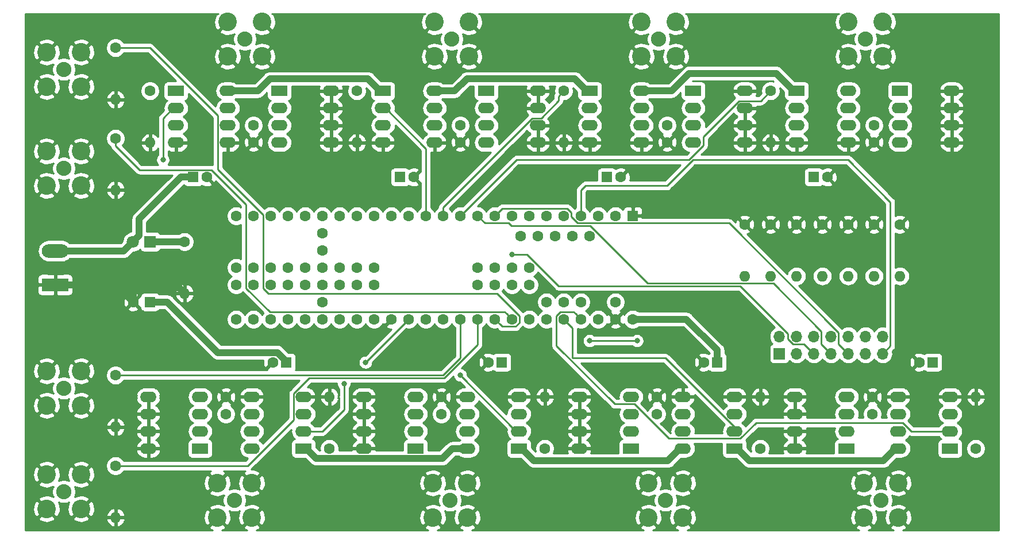
<source format=gbl>
G04 #@! TF.GenerationSoftware,KiCad,Pcbnew,(5.1.0)-1*
G04 #@! TF.CreationDate,2019-05-08T17:57:03+02:00*
G04 #@! TF.ProjectId,cascade_trigger,63617363-6164-4655-9f74-726967676572,rev?*
G04 #@! TF.SameCoordinates,Original*
G04 #@! TF.FileFunction,Copper,L2,Bot*
G04 #@! TF.FilePolarity,Positive*
%FSLAX46Y46*%
G04 Gerber Fmt 4.6, Leading zero omitted, Abs format (unit mm)*
G04 Created by KiCad (PCBNEW (5.1.0)-1) date 2019-05-08 17:57:03*
%MOMM*%
%LPD*%
G04 APERTURE LIST*
%ADD10C,1.600000*%
%ADD11R,1.600000X1.600000*%
%ADD12O,2.400000X1.600000*%
%ADD13R,2.400000X1.600000*%
%ADD14O,1.600000X1.600000*%
%ADD15C,2.240000*%
%ADD16C,2.740000*%
%ADD17O,1.700000X1.700000*%
%ADD18R,1.700000X1.700000*%
%ADD19R,3.960000X1.980000*%
%ADD20O,3.960000X1.980000*%
%ADD21R,1.800000X1.800000*%
%ADD22C,1.800000*%
%ADD23C,0.800000*%
%ADD24C,1.000000*%
%ADD25C,0.250000*%
%ADD26C,0.254000*%
G04 APERTURE END LIST*
D10*
X108966000Y-47030000D03*
X108966000Y-49530000D03*
X147606000Y-41910000D03*
D11*
X149606000Y-41910000D03*
D10*
X140716000Y-47030000D03*
X140716000Y-49530000D03*
D12*
X112776000Y-54610000D03*
X120396000Y-46990000D03*
X112776000Y-52070000D03*
X120396000Y-49530000D03*
X112776000Y-49530000D03*
X120396000Y-52070000D03*
X112776000Y-46990000D03*
D13*
X120396000Y-54610000D03*
D10*
X52356000Y-41910000D03*
D11*
X54356000Y-41910000D03*
D10*
X84106000Y-41910000D03*
D11*
X86106000Y-41910000D03*
D10*
X115856000Y-41910000D03*
D11*
X117856000Y-41910000D03*
D10*
X45466000Y-47030000D03*
X45466000Y-49530000D03*
X77216000Y-47030000D03*
X77216000Y-49530000D03*
D12*
X144526000Y-54610000D03*
X152146000Y-46990000D03*
X144526000Y-52070000D03*
X152146000Y-49530000D03*
X144526000Y-49530000D03*
X152146000Y-52070000D03*
X144526000Y-46990000D03*
D13*
X152146000Y-54610000D03*
D14*
X155956000Y-46990000D03*
D10*
X155956000Y-54610000D03*
D12*
X81026000Y-54610000D03*
X88646000Y-46990000D03*
X81026000Y-52070000D03*
X88646000Y-49530000D03*
X81026000Y-49530000D03*
X88646000Y-52070000D03*
X81026000Y-46990000D03*
D13*
X88646000Y-54610000D03*
D12*
X49276000Y-54610000D03*
X56896000Y-46990000D03*
X49276000Y-52070000D03*
X56896000Y-49530000D03*
X49276000Y-49530000D03*
X56896000Y-52070000D03*
X49276000Y-46990000D03*
D13*
X56896000Y-54610000D03*
D14*
X124206000Y-46990000D03*
D10*
X124206000Y-54610000D03*
D14*
X92456000Y-46990000D03*
D10*
X92456000Y-54610000D03*
D14*
X60706000Y-46990000D03*
D10*
X60706000Y-54610000D03*
D15*
X141986000Y-62230000D03*
D16*
X144526000Y-64770000D03*
X139446000Y-64770000D03*
X139446000Y-59690000D03*
X144526000Y-59690000D03*
D15*
X46736000Y-62230000D03*
D16*
X49276000Y-64770000D03*
X44196000Y-64770000D03*
X44196000Y-59690000D03*
X49276000Y-59690000D03*
D12*
X34036000Y-54610000D03*
X41656000Y-46990000D03*
X34036000Y-52070000D03*
X41656000Y-49530000D03*
X34036000Y-49530000D03*
X41656000Y-52070000D03*
X34036000Y-46990000D03*
D13*
X41656000Y-54610000D03*
D15*
X78486000Y-62230000D03*
D16*
X81026000Y-64770000D03*
X75946000Y-64770000D03*
X75946000Y-59690000D03*
X81026000Y-59690000D03*
D12*
X97536000Y-54610000D03*
X105156000Y-46990000D03*
X97536000Y-52070000D03*
X105156000Y-49530000D03*
X97536000Y-49530000D03*
X105156000Y-52070000D03*
X97536000Y-46990000D03*
D13*
X105156000Y-54610000D03*
D15*
X110236000Y-62230000D03*
D16*
X112776000Y-64770000D03*
X107696000Y-64770000D03*
X107696000Y-59690000D03*
X112776000Y-59690000D03*
D12*
X129286000Y-54610000D03*
X136906000Y-46990000D03*
X129286000Y-52070000D03*
X136906000Y-49530000D03*
X129286000Y-49530000D03*
X136906000Y-52070000D03*
X129286000Y-46990000D03*
D13*
X136906000Y-54610000D03*
D12*
X65786000Y-54610000D03*
X73406000Y-46990000D03*
X65786000Y-52070000D03*
X73406000Y-49530000D03*
X65786000Y-49530000D03*
X73406000Y-52070000D03*
X65786000Y-46990000D03*
D13*
X73406000Y-54610000D03*
D12*
X137160000Y-1905000D03*
X129540000Y-9525000D03*
X137160000Y-4445000D03*
X129540000Y-6985000D03*
X137160000Y-6985000D03*
X129540000Y-4445000D03*
X137160000Y-9525000D03*
D13*
X129540000Y-1905000D03*
D12*
X152400000Y-1905000D03*
X144780000Y-9525000D03*
X152400000Y-4445000D03*
X144780000Y-6985000D03*
X152400000Y-6985000D03*
X144780000Y-4445000D03*
X152400000Y-9525000D03*
D13*
X144780000Y-1905000D03*
D12*
X121920000Y-1905000D03*
X114300000Y-9525000D03*
X121920000Y-4445000D03*
X114300000Y-6985000D03*
X121920000Y-6985000D03*
X114300000Y-4445000D03*
X121920000Y-9525000D03*
D13*
X114300000Y-1905000D03*
D12*
X91440000Y-1905000D03*
X83820000Y-9525000D03*
X91440000Y-4445000D03*
X83820000Y-6985000D03*
X91440000Y-6985000D03*
X83820000Y-4445000D03*
X91440000Y-9525000D03*
D13*
X83820000Y-1905000D03*
D12*
X60960000Y-1905000D03*
X53340000Y-9525000D03*
X60960000Y-4445000D03*
X53340000Y-6985000D03*
X60960000Y-6985000D03*
X53340000Y-4445000D03*
X60960000Y-9525000D03*
D13*
X53340000Y-1905000D03*
D15*
X139700000Y5715000D03*
D16*
X137160000Y8255000D03*
X142240000Y8255000D03*
X142240000Y3175000D03*
X137160000Y3175000D03*
D15*
X109220000Y5715000D03*
D16*
X106680000Y8255000D03*
X111760000Y8255000D03*
X111760000Y3175000D03*
X106680000Y3175000D03*
D15*
X78740000Y5715000D03*
D16*
X76200000Y8255000D03*
X81280000Y8255000D03*
X81280000Y3175000D03*
X76200000Y3175000D03*
D15*
X48260000Y5715000D03*
D16*
X45720000Y8255000D03*
X50800000Y8255000D03*
X50800000Y3175000D03*
X45720000Y3175000D03*
D15*
X21590000Y-13335000D03*
D16*
X19050000Y-10795000D03*
X24130000Y-10795000D03*
X24130000Y-15875000D03*
X19050000Y-15875000D03*
D15*
X21590000Y1270000D03*
D16*
X19050000Y3810000D03*
X24130000Y3810000D03*
X24130000Y-1270000D03*
X19050000Y-1270000D03*
D15*
X21590000Y-60960000D03*
D16*
X19050000Y-58420000D03*
X24130000Y-58420000D03*
X24130000Y-63500000D03*
X19050000Y-63500000D03*
D15*
X21590000Y-45720000D03*
D16*
X19050000Y-43180000D03*
X24130000Y-43180000D03*
X24130000Y-48260000D03*
X19050000Y-48260000D03*
D14*
X121920000Y-29210000D03*
D10*
X121920000Y-21590000D03*
D14*
X125730000Y-29210000D03*
D10*
X125730000Y-21590000D03*
D14*
X129540000Y-29210000D03*
D10*
X129540000Y-21590000D03*
D14*
X133350000Y-29210000D03*
D10*
X133350000Y-21590000D03*
D14*
X137160000Y-29210000D03*
D10*
X137160000Y-21590000D03*
D14*
X140970000Y-29210000D03*
D10*
X140970000Y-21590000D03*
D14*
X144780000Y-29210000D03*
D10*
X144780000Y-21590000D03*
D14*
X29210000Y-16510000D03*
D10*
X29210000Y-8890000D03*
D14*
X29210000Y-3175000D03*
D10*
X29210000Y4445000D03*
D14*
X29210000Y-64770000D03*
D10*
X29210000Y-57150000D03*
D14*
X29210000Y-51435000D03*
D10*
X29210000Y-43815000D03*
D14*
X125730000Y-9525000D03*
D10*
X125730000Y-1905000D03*
D14*
X95250000Y-9525000D03*
D10*
X95250000Y-1905000D03*
D14*
X64770000Y-9525000D03*
D10*
X64770000Y-1905000D03*
D14*
X34290000Y-9525000D03*
D10*
X34290000Y-1905000D03*
D17*
X142240000Y-38100000D03*
X142240000Y-40640000D03*
X139700000Y-38100000D03*
X139700000Y-40640000D03*
X137160000Y-38100000D03*
X137160000Y-40640000D03*
X134620000Y-38100000D03*
X134620000Y-40640000D03*
X132080000Y-38100000D03*
X132080000Y-40640000D03*
X129540000Y-38100000D03*
X129540000Y-40640000D03*
X127000000Y-38100000D03*
D18*
X127000000Y-40640000D03*
D12*
X106680000Y-1905000D03*
X99060000Y-9525000D03*
X106680000Y-4445000D03*
X99060000Y-6985000D03*
X106680000Y-6985000D03*
X99060000Y-4445000D03*
X106680000Y-9525000D03*
D13*
X99060000Y-1905000D03*
D12*
X76200000Y-1905000D03*
X68580000Y-9525000D03*
X76200000Y-4445000D03*
X68580000Y-6985000D03*
X76200000Y-6985000D03*
X68580000Y-4445000D03*
X76200000Y-9525000D03*
D13*
X68580000Y-1905000D03*
D12*
X45720000Y-1905000D03*
X38100000Y-9525000D03*
X45720000Y-4445000D03*
X38100000Y-6985000D03*
X45720000Y-6985000D03*
X38100000Y-4445000D03*
X45720000Y-9525000D03*
D13*
X38100000Y-1905000D03*
D10*
X134080000Y-14605000D03*
D11*
X132080000Y-14605000D03*
D10*
X103600000Y-14605000D03*
D11*
X101600000Y-14605000D03*
D10*
X42640000Y-14605000D03*
D11*
X40640000Y-14605000D03*
D10*
X140970000Y-9485000D03*
X140970000Y-6985000D03*
X110490000Y-9485000D03*
X110490000Y-6985000D03*
X80010000Y-9485000D03*
X80010000Y-6985000D03*
X73120000Y-14605000D03*
D11*
X71120000Y-14605000D03*
D10*
X49530000Y-9485000D03*
X49530000Y-6985000D03*
X39370000Y-24130000D03*
D14*
X39370000Y-31750000D03*
D11*
X34290000Y-33020000D03*
D10*
X31790000Y-33020000D03*
D19*
X20320000Y-30480000D03*
D20*
X20320000Y-25480000D03*
D10*
X64770000Y-20320000D03*
X62230000Y-20320000D03*
X59690000Y-20320000D03*
X57150000Y-20320000D03*
X67310000Y-20320000D03*
X69850000Y-20320000D03*
X72390000Y-20320000D03*
X54610000Y-20320000D03*
X52070000Y-20320000D03*
X49530000Y-20320000D03*
X46990000Y-20320000D03*
X59690000Y-22860000D03*
X59690000Y-25400000D03*
X59690000Y-27940000D03*
X59690000Y-30480000D03*
X59690000Y-33020000D03*
X46990000Y-35560000D03*
X49530000Y-35560000D03*
X52070000Y-35560000D03*
X54610000Y-35560000D03*
X57150000Y-35560000D03*
X59690000Y-35560000D03*
X62230000Y-35560000D03*
X64770000Y-35560000D03*
X74930000Y-20320000D03*
X77470000Y-20320000D03*
X80010000Y-20320000D03*
X82550000Y-20320000D03*
X85090000Y-20320000D03*
X87630000Y-20320000D03*
X90170000Y-20320000D03*
X92710000Y-20320000D03*
X95250000Y-20320000D03*
X97790000Y-20320000D03*
X100330000Y-20320000D03*
X102870000Y-20320000D03*
D11*
X105410000Y-20320000D03*
D10*
X67310000Y-35560000D03*
X69850000Y-35560000D03*
X72390000Y-35560000D03*
X74930000Y-35560000D03*
X77470000Y-35560000D03*
X80010000Y-35560000D03*
X82550000Y-35560000D03*
X85090000Y-35560000D03*
X87630000Y-35560000D03*
X90170000Y-35560000D03*
X92710000Y-35560000D03*
X95250000Y-35560000D03*
X97790000Y-35560000D03*
X100330000Y-35560000D03*
X102870000Y-35560000D03*
X105410000Y-35560000D03*
X102870000Y-33020000D03*
X97790000Y-33020000D03*
X95250000Y-33020000D03*
X92710000Y-33020000D03*
X90170000Y-27940000D03*
X87630000Y-27940000D03*
X85090000Y-27940000D03*
X82550000Y-27940000D03*
X67310000Y-27940000D03*
X64770000Y-27940000D03*
X62230000Y-27940000D03*
X57150000Y-27940000D03*
X54610000Y-27940000D03*
X52070000Y-27940000D03*
X49530000Y-27940000D03*
X46990000Y-27940000D03*
X46990000Y-30480000D03*
X49530000Y-30480000D03*
X52070000Y-30480000D03*
X54610000Y-30480000D03*
X57150000Y-30480000D03*
X62230000Y-30480000D03*
X64770000Y-30480000D03*
X67310000Y-30480000D03*
X82550000Y-30480000D03*
X85090000Y-30480000D03*
X87630000Y-30480000D03*
X90170000Y-30480000D03*
X99060000Y-23320000D03*
X96520000Y-23320000D03*
X93980000Y-23320000D03*
X91440000Y-23320000D03*
X88900000Y-23320000D03*
D21*
X34290000Y-24130000D03*
D22*
X31750000Y-24130000D03*
D23*
X36830000Y-33020000D03*
X36195000Y-12065000D03*
X80010000Y-43815000D03*
X62865000Y-45085000D03*
X66040000Y-41910000D03*
X99060000Y-38735000D03*
X106045000Y-38735000D03*
X87630000Y-26035000D03*
D24*
X20320000Y-25480000D02*
X30400000Y-25480000D01*
X30400000Y-25480000D02*
X31750000Y-24130000D01*
X34290000Y-33020000D02*
X36830000Y-33020000D01*
X68180000Y-1905000D02*
X68580000Y-1905000D01*
X66380000Y-105000D02*
X68180000Y-1905000D01*
X51969998Y-105000D02*
X66380000Y-105000D01*
X50169998Y-1905000D02*
X51969998Y-105000D01*
X45720000Y-1905000D02*
X50169998Y-1905000D01*
X98660000Y-1905000D02*
X99060000Y-1905000D01*
X96860000Y-105000D02*
X98660000Y-1905000D01*
X80989602Y-105000D02*
X96860000Y-105000D01*
X79189602Y-1905000D02*
X80989602Y-105000D01*
X76200000Y-1905000D02*
X79189602Y-1905000D01*
X129140000Y-1905000D02*
X129540000Y-1905000D01*
X126539980Y695020D02*
X129140000Y-1905000D01*
X113730018Y695020D02*
X126539980Y695020D01*
X111129998Y-1905000D02*
X113730018Y695020D01*
X106680000Y-1905000D02*
X111129998Y-1905000D01*
X122596000Y-56410000D02*
X142326000Y-56410000D01*
X142326000Y-56410000D02*
X144126000Y-54610000D01*
X120396000Y-54610000D02*
X120796000Y-54610000D01*
X144126000Y-54610000D02*
X144526000Y-54610000D01*
X120796000Y-54610000D02*
X122596000Y-56410000D01*
X88646000Y-54610000D02*
X89046000Y-54610000D01*
X89046000Y-54610000D02*
X90846000Y-56410000D01*
X90846000Y-56410000D02*
X110576000Y-56410000D01*
X112376000Y-54610000D02*
X112776000Y-54610000D01*
X110576000Y-56410000D02*
X112376000Y-54610000D01*
X56896000Y-54610000D02*
X57296000Y-54610000D01*
X77375999Y-56060001D02*
X78826000Y-54610000D01*
X78826000Y-54610000D02*
X81026000Y-54610000D01*
X58746001Y-56060001D02*
X77375999Y-56060001D01*
X57296000Y-54610000D02*
X58746001Y-56060001D01*
X38840000Y-14605000D02*
X40640000Y-14605000D01*
X32649999Y-20795001D02*
X38840000Y-14605000D01*
X32649999Y-23230001D02*
X32649999Y-20795001D01*
X31750000Y-24130000D02*
X32649999Y-23230001D01*
X117856000Y-40110000D02*
X117856000Y-41910000D01*
X113306000Y-35560000D02*
X117856000Y-40110000D01*
X105410000Y-35560000D02*
X113306000Y-35560000D01*
X54356000Y-41763998D02*
X54356000Y-41910000D01*
X53052001Y-40459999D02*
X54356000Y-41763998D01*
X44269999Y-40459999D02*
X53052001Y-40459999D01*
X36830000Y-33020000D02*
X44269999Y-40459999D01*
X31790000Y-31710000D02*
X32549999Y-30950001D01*
X38570001Y-30950001D02*
X39370000Y-31750000D01*
X32549999Y-30950001D02*
X38570001Y-30950001D01*
X31790000Y-33020000D02*
X31790000Y-31710000D01*
X20320000Y-30480000D02*
X29250000Y-30480000D01*
X29250000Y-30480000D02*
X31790000Y-33020000D01*
X34290000Y-24130000D02*
X39370000Y-24130000D01*
D25*
X36195000Y-6969707D02*
X36195000Y-12065000D01*
X36195000Y-5950000D02*
X36195000Y-6969707D01*
X38100000Y-4445000D02*
X37700000Y-4445000D01*
X37700000Y-4445000D02*
X36195000Y-5950000D01*
X74930000Y-19188630D02*
X74930000Y-20320000D01*
X74930000Y-10395000D02*
X74930000Y-19188630D01*
X68980000Y-4445000D02*
X74930000Y-10395000D01*
X68580000Y-4445000D02*
X68980000Y-4445000D01*
X77470000Y-19188630D02*
X77470000Y-20320000D01*
X77470000Y-19034707D02*
X77470000Y-19188630D01*
X90594717Y-5909990D02*
X77470000Y-19034707D01*
X91895303Y-5909990D02*
X90594717Y-5909990D01*
X94450001Y-3355292D02*
X91895303Y-5909990D01*
X94450001Y-2704999D02*
X94450001Y-3355292D01*
X95250000Y-1905000D02*
X94450001Y-2704999D01*
X115775010Y-9970283D02*
X113680293Y-12065000D01*
X115775010Y-8669697D02*
X115775010Y-9970283D01*
X121074717Y-3369990D02*
X115775010Y-8669697D01*
X125730000Y-1905000D02*
X124265010Y-3369990D01*
X124265010Y-3369990D02*
X121074717Y-3369990D01*
X88265000Y-12065000D02*
X80010000Y-20320000D01*
X113680293Y-12065000D02*
X88265000Y-12065000D01*
X96714999Y-34484999D02*
X96990001Y-34760001D01*
X94733999Y-34484999D02*
X96714999Y-34484999D01*
X94174999Y-39495698D02*
X94174999Y-35043999D01*
X102744311Y-48065010D02*
X94174999Y-39495698D01*
X105611303Y-48065010D02*
X102744311Y-48065010D01*
X110691303Y-53145010D02*
X105611303Y-48065010D01*
X121241283Y-53145010D02*
X110691303Y-53145010D01*
X96990001Y-34760001D02*
X97790000Y-35560000D01*
X123586293Y-50800000D02*
X121241283Y-53145010D01*
X94174999Y-35043999D02*
X94733999Y-34484999D01*
X145176293Y-50800000D02*
X123586293Y-50800000D01*
X146446293Y-52070000D02*
X145176293Y-50800000D01*
X152146000Y-52070000D02*
X146446293Y-52070000D01*
X96520000Y-36830000D02*
X95250000Y-35560000D01*
X96520000Y-41275000D02*
X96520000Y-36830000D01*
X110220707Y-41275000D02*
X96520000Y-41275000D01*
X120396000Y-52070000D02*
X120396000Y-51450293D01*
X120396000Y-51450293D02*
X110220707Y-41275000D01*
X80010000Y-43834000D02*
X80010000Y-43815000D01*
X88646000Y-52070000D02*
X88246000Y-52070000D01*
X88246000Y-52070000D02*
X80010000Y-43834000D01*
X56896000Y-52070000D02*
X58346000Y-52070000D01*
X58346000Y-52070000D02*
X59690000Y-52070000D01*
X59690000Y-52070000D02*
X62865000Y-48895000D01*
X62865000Y-48895000D02*
X62865000Y-45085000D01*
X66040000Y-41910000D02*
X72390000Y-35560000D01*
X143365001Y-39514999D02*
X143365001Y-18270001D01*
X142240000Y-40640000D02*
X143365001Y-39514999D01*
X114245991Y-12065000D02*
X110435991Y-15875000D01*
X143365001Y-18270001D02*
X137160000Y-12065000D01*
X137160000Y-12065000D02*
X114245991Y-12065000D01*
X110435991Y-15875000D02*
X98425000Y-15875000D01*
X97790000Y-16510000D02*
X97790000Y-20320000D01*
X98425000Y-15875000D02*
X97790000Y-16510000D01*
X99060000Y-38735000D02*
X106045000Y-38735000D01*
X85889999Y-19520001D02*
X85090000Y-20320000D01*
X86165001Y-19244999D02*
X85889999Y-19520001D01*
X95766001Y-19244999D02*
X86165001Y-19244999D01*
X96325001Y-19803999D02*
X95766001Y-19244999D01*
X97273999Y-21395001D02*
X96325001Y-20446003D01*
X119580003Y-21395001D02*
X97273999Y-21395001D01*
X96325001Y-20446003D02*
X96325001Y-19803999D01*
X135745001Y-37559999D02*
X119580003Y-21395001D01*
X135745001Y-39225001D02*
X135745001Y-37559999D01*
X137160000Y-40640000D02*
X135745001Y-39225001D01*
X83625001Y-21395001D02*
X82550000Y-20320000D01*
X87113999Y-21395001D02*
X83625001Y-21395001D01*
X87514009Y-21795011D02*
X87113999Y-21395001D01*
X133205001Y-39225001D02*
X133205001Y-37320001D01*
X134620000Y-40640000D02*
X133205001Y-39225001D01*
X133205001Y-37320001D02*
X126170001Y-30285001D01*
X126170001Y-30285001D02*
X107616003Y-30285001D01*
X107616003Y-30285001D02*
X99126013Y-21795011D01*
X99126013Y-21795011D02*
X87514009Y-21795011D01*
X94506013Y-30685011D02*
X89856002Y-26035000D01*
X130665001Y-39225001D02*
X128999999Y-39225001D01*
X132080000Y-40640000D02*
X130665001Y-39225001D01*
X128999999Y-39225001D02*
X128270000Y-38495002D01*
X128270000Y-38495002D02*
X128270000Y-37704998D01*
X128270000Y-37704998D02*
X121250013Y-30685011D01*
X121250013Y-30685011D02*
X94506013Y-30685011D01*
X89856002Y-26035000D02*
X87630000Y-26035000D01*
X80010000Y-41275000D02*
X80010000Y-35560000D01*
X29210000Y-43815000D02*
X77470000Y-43815000D01*
X77470000Y-43815000D02*
X80010000Y-41275000D01*
X77635689Y-44215010D02*
X82550000Y-39300699D01*
X57750697Y-44215010D02*
X77635689Y-44215010D01*
X82550000Y-39300699D02*
X82550000Y-36691370D01*
X55420990Y-50385303D02*
X55420990Y-46544717D01*
X82550000Y-36691370D02*
X82550000Y-35560000D01*
X55420990Y-46544717D02*
X57750697Y-44215010D01*
X48656293Y-57150000D02*
X55420990Y-50385303D01*
X29210000Y-57150000D02*
X48656293Y-57150000D01*
X50994999Y-30996001D02*
X51748998Y-31750000D01*
X50994999Y-20193997D02*
X50994999Y-30996001D01*
X44244990Y-13443988D02*
X50994999Y-20193997D01*
X44244990Y-5554988D02*
X44244990Y-13443988D01*
X29210000Y4445000D02*
X34245002Y4445000D01*
X34245002Y4445000D02*
X44244990Y-5554988D01*
X85889999Y-36359999D02*
X85090000Y-35560000D01*
X88705001Y-36076001D02*
X88146001Y-36635001D01*
X86165001Y-36635001D02*
X85889999Y-36359999D01*
X88705001Y-35043999D02*
X88705001Y-36076001D01*
X88146001Y-36635001D02*
X86165001Y-36635001D01*
X85411002Y-31750000D02*
X88705001Y-35043999D01*
X51748998Y-31750000D02*
X85411002Y-31750000D01*
X86830001Y-34760001D02*
X87630000Y-35560000D01*
X86554999Y-34484999D02*
X86830001Y-34760001D01*
X51943997Y-34484999D02*
X86554999Y-34484999D01*
X48454999Y-30996001D02*
X51943997Y-34484999D01*
X48454999Y-18609999D02*
X48454999Y-30996001D01*
X43374999Y-13529999D02*
X48454999Y-18609999D01*
X32718629Y-13529999D02*
X43374999Y-13529999D01*
X29210000Y-10021370D02*
X32718629Y-13529999D01*
X29210000Y-8890000D02*
X29210000Y-10021370D01*
D26*
G36*
X44320916Y9474476D02*
G01*
X44018666Y9334111D01*
X43840832Y8981462D01*
X43735214Y8600896D01*
X43705871Y8207038D01*
X43753928Y7815022D01*
X43877542Y7439914D01*
X44018666Y7175889D01*
X44320918Y7035523D01*
X45540395Y8255000D01*
X45526253Y8269143D01*
X45705858Y8448748D01*
X45720000Y8434605D01*
X45734143Y8448748D01*
X45913748Y8269143D01*
X45899605Y8255000D01*
X45913748Y8240858D01*
X45734143Y8061253D01*
X45720000Y8075395D01*
X44500523Y6855918D01*
X44640889Y6553666D01*
X44993538Y6375832D01*
X45374104Y6270214D01*
X45767962Y6240871D01*
X46159978Y6288928D01*
X46535086Y6412542D01*
X46681820Y6490973D01*
X46572443Y6226915D01*
X46505000Y5887852D01*
X46505000Y5542148D01*
X46572443Y5203085D01*
X46683676Y4934545D01*
X46446462Y5054168D01*
X46065896Y5159786D01*
X45672038Y5189129D01*
X45280022Y5141072D01*
X44904914Y5017458D01*
X44640889Y4876334D01*
X44500523Y4574082D01*
X45720000Y3354605D01*
X45734143Y3368748D01*
X45913748Y3189143D01*
X45899605Y3175000D01*
X47119082Y1955523D01*
X47421334Y2095889D01*
X47599168Y2448538D01*
X47704786Y2829104D01*
X47734129Y3222962D01*
X47686072Y3614978D01*
X47562458Y3990086D01*
X47484027Y4136820D01*
X47748085Y4027443D01*
X48087148Y3960000D01*
X48432852Y3960000D01*
X48771915Y4027443D01*
X49040455Y4138676D01*
X48920832Y3901462D01*
X48815214Y3520896D01*
X48785871Y3127038D01*
X48833928Y2735022D01*
X48957542Y2359914D01*
X49098666Y2095889D01*
X49400918Y1955523D01*
X50620395Y3175000D01*
X50979605Y3175000D01*
X52199082Y1955523D01*
X52501334Y2095889D01*
X52679168Y2448538D01*
X52784786Y2829104D01*
X52806982Y3127038D01*
X74185871Y3127038D01*
X74233928Y2735022D01*
X74357542Y2359914D01*
X74498666Y2095889D01*
X74800918Y1955523D01*
X76020395Y3175000D01*
X74800918Y4394477D01*
X74498666Y4254111D01*
X74320832Y3901462D01*
X74215214Y3520896D01*
X74185871Y3127038D01*
X52806982Y3127038D01*
X52814129Y3222962D01*
X52766072Y3614978D01*
X52642458Y3990086D01*
X52501334Y4254111D01*
X52199082Y4394477D01*
X50979605Y3175000D01*
X50620395Y3175000D01*
X50606253Y3189143D01*
X50785858Y3368748D01*
X50800000Y3354605D01*
X52019477Y4574082D01*
X51879111Y4876334D01*
X51526462Y5054168D01*
X51145896Y5159786D01*
X50752038Y5189129D01*
X50360022Y5141072D01*
X49984914Y5017458D01*
X49838180Y4939027D01*
X49947557Y5203085D01*
X50015000Y5542148D01*
X50015000Y5887852D01*
X49947557Y6226915D01*
X49836324Y6495455D01*
X50073538Y6375832D01*
X50454104Y6270214D01*
X50847962Y6240871D01*
X51239978Y6288928D01*
X51615086Y6412542D01*
X51879111Y6553666D01*
X52019477Y6855918D01*
X50800000Y8075395D01*
X50785858Y8061253D01*
X50606253Y8240858D01*
X50620395Y8255000D01*
X50606253Y8269143D01*
X50785858Y8448748D01*
X50800000Y8434605D01*
X50814143Y8448748D01*
X50993748Y8269143D01*
X50979605Y8255000D01*
X52199082Y7035523D01*
X52501334Y7175889D01*
X52679168Y7528538D01*
X52784786Y7909104D01*
X52814129Y8302962D01*
X52766072Y8694978D01*
X52642458Y9070086D01*
X52501334Y9334111D01*
X52199084Y9474476D01*
X52224608Y9500000D01*
X74775392Y9500000D01*
X74800916Y9474476D01*
X74498666Y9334111D01*
X74320832Y8981462D01*
X74215214Y8600896D01*
X74185871Y8207038D01*
X74233928Y7815022D01*
X74357542Y7439914D01*
X74498666Y7175889D01*
X74800918Y7035523D01*
X76020395Y8255000D01*
X76006253Y8269143D01*
X76185858Y8448748D01*
X76200000Y8434605D01*
X76214143Y8448748D01*
X76393748Y8269143D01*
X76379605Y8255000D01*
X76393748Y8240858D01*
X76214143Y8061253D01*
X76200000Y8075395D01*
X74980523Y6855918D01*
X75120889Y6553666D01*
X75473538Y6375832D01*
X75854104Y6270214D01*
X76247962Y6240871D01*
X76639978Y6288928D01*
X77015086Y6412542D01*
X77161820Y6490973D01*
X77052443Y6226915D01*
X76985000Y5887852D01*
X76985000Y5542148D01*
X77052443Y5203085D01*
X77163676Y4934545D01*
X76926462Y5054168D01*
X76545896Y5159786D01*
X76152038Y5189129D01*
X75760022Y5141072D01*
X75384914Y5017458D01*
X75120889Y4876334D01*
X74980523Y4574082D01*
X76200000Y3354605D01*
X76214143Y3368748D01*
X76393748Y3189143D01*
X76379605Y3175000D01*
X77599082Y1955523D01*
X77901334Y2095889D01*
X78079168Y2448538D01*
X78184786Y2829104D01*
X78214129Y3222962D01*
X78166072Y3614978D01*
X78042458Y3990086D01*
X77964027Y4136820D01*
X78228085Y4027443D01*
X78567148Y3960000D01*
X78912852Y3960000D01*
X79251915Y4027443D01*
X79520455Y4138676D01*
X79400832Y3901462D01*
X79295214Y3520896D01*
X79265871Y3127038D01*
X79313928Y2735022D01*
X79437542Y2359914D01*
X79578666Y2095889D01*
X79880918Y1955523D01*
X81100395Y3175000D01*
X81459605Y3175000D01*
X82679082Y1955523D01*
X82981334Y2095889D01*
X83159168Y2448538D01*
X83264786Y2829104D01*
X83286982Y3127038D01*
X104665871Y3127038D01*
X104713928Y2735022D01*
X104837542Y2359914D01*
X104978666Y2095889D01*
X105280918Y1955523D01*
X106500395Y3175000D01*
X105280918Y4394477D01*
X104978666Y4254111D01*
X104800832Y3901462D01*
X104695214Y3520896D01*
X104665871Y3127038D01*
X83286982Y3127038D01*
X83294129Y3222962D01*
X83246072Y3614978D01*
X83122458Y3990086D01*
X82981334Y4254111D01*
X82679082Y4394477D01*
X81459605Y3175000D01*
X81100395Y3175000D01*
X81086253Y3189143D01*
X81265858Y3368748D01*
X81280000Y3354605D01*
X82499477Y4574082D01*
X82359111Y4876334D01*
X82006462Y5054168D01*
X81625896Y5159786D01*
X81232038Y5189129D01*
X80840022Y5141072D01*
X80464914Y5017458D01*
X80318180Y4939027D01*
X80427557Y5203085D01*
X80495000Y5542148D01*
X80495000Y5887852D01*
X80427557Y6226915D01*
X80316324Y6495455D01*
X80553538Y6375832D01*
X80934104Y6270214D01*
X81327962Y6240871D01*
X81719978Y6288928D01*
X82095086Y6412542D01*
X82359111Y6553666D01*
X82499477Y6855918D01*
X81280000Y8075395D01*
X81265858Y8061253D01*
X81086253Y8240858D01*
X81100395Y8255000D01*
X81086253Y8269143D01*
X81265858Y8448748D01*
X81280000Y8434605D01*
X81294143Y8448748D01*
X81473748Y8269143D01*
X81459605Y8255000D01*
X82679082Y7035523D01*
X82981334Y7175889D01*
X83159168Y7528538D01*
X83264786Y7909104D01*
X83294129Y8302962D01*
X83246072Y8694978D01*
X83122458Y9070086D01*
X82981334Y9334111D01*
X82679084Y9474476D01*
X82704608Y9500000D01*
X105255392Y9500000D01*
X105280916Y9474476D01*
X104978666Y9334111D01*
X104800832Y8981462D01*
X104695214Y8600896D01*
X104665871Y8207038D01*
X104713928Y7815022D01*
X104837542Y7439914D01*
X104978666Y7175889D01*
X105280918Y7035523D01*
X106500395Y8255000D01*
X106486253Y8269143D01*
X106665858Y8448748D01*
X106680000Y8434605D01*
X106694143Y8448748D01*
X106873748Y8269143D01*
X106859605Y8255000D01*
X106873748Y8240858D01*
X106694143Y8061253D01*
X106680000Y8075395D01*
X105460523Y6855918D01*
X105600889Y6553666D01*
X105953538Y6375832D01*
X106334104Y6270214D01*
X106727962Y6240871D01*
X107119978Y6288928D01*
X107495086Y6412542D01*
X107641820Y6490973D01*
X107532443Y6226915D01*
X107465000Y5887852D01*
X107465000Y5542148D01*
X107532443Y5203085D01*
X107643676Y4934545D01*
X107406462Y5054168D01*
X107025896Y5159786D01*
X106632038Y5189129D01*
X106240022Y5141072D01*
X105864914Y5017458D01*
X105600889Y4876334D01*
X105460523Y4574082D01*
X106680000Y3354605D01*
X106694143Y3368748D01*
X106873748Y3189143D01*
X106859605Y3175000D01*
X108079082Y1955523D01*
X108381334Y2095889D01*
X108559168Y2448538D01*
X108664786Y2829104D01*
X108694129Y3222962D01*
X108646072Y3614978D01*
X108522458Y3990086D01*
X108444027Y4136820D01*
X108708085Y4027443D01*
X109047148Y3960000D01*
X109392852Y3960000D01*
X109731915Y4027443D01*
X110000455Y4138676D01*
X109880832Y3901462D01*
X109775214Y3520896D01*
X109745871Y3127038D01*
X109793928Y2735022D01*
X109917542Y2359914D01*
X110058666Y2095889D01*
X110360918Y1955523D01*
X111580395Y3175000D01*
X111939605Y3175000D01*
X113159082Y1955523D01*
X113461334Y2095889D01*
X113639168Y2448538D01*
X113744786Y2829104D01*
X113766982Y3127038D01*
X135145871Y3127038D01*
X135193928Y2735022D01*
X135317542Y2359914D01*
X135458666Y2095889D01*
X135760918Y1955523D01*
X136980395Y3175000D01*
X135760918Y4394477D01*
X135458666Y4254111D01*
X135280832Y3901462D01*
X135175214Y3520896D01*
X135145871Y3127038D01*
X113766982Y3127038D01*
X113774129Y3222962D01*
X113726072Y3614978D01*
X113602458Y3990086D01*
X113461334Y4254111D01*
X113159082Y4394477D01*
X111939605Y3175000D01*
X111580395Y3175000D01*
X111566253Y3189143D01*
X111745858Y3368748D01*
X111760000Y3354605D01*
X112979477Y4574082D01*
X112839111Y4876334D01*
X112486462Y5054168D01*
X112105896Y5159786D01*
X111712038Y5189129D01*
X111320022Y5141072D01*
X110944914Y5017458D01*
X110798180Y4939027D01*
X110907557Y5203085D01*
X110975000Y5542148D01*
X110975000Y5887852D01*
X110907557Y6226915D01*
X110796324Y6495455D01*
X111033538Y6375832D01*
X111414104Y6270214D01*
X111807962Y6240871D01*
X112199978Y6288928D01*
X112575086Y6412542D01*
X112839111Y6553666D01*
X112979477Y6855918D01*
X111760000Y8075395D01*
X111745858Y8061253D01*
X111566253Y8240858D01*
X111580395Y8255000D01*
X111566253Y8269143D01*
X111745858Y8448748D01*
X111760000Y8434605D01*
X111774143Y8448748D01*
X111953748Y8269143D01*
X111939605Y8255000D01*
X113159082Y7035523D01*
X113461334Y7175889D01*
X113639168Y7528538D01*
X113744786Y7909104D01*
X113774129Y8302962D01*
X113726072Y8694978D01*
X113602458Y9070086D01*
X113461334Y9334111D01*
X113159084Y9474476D01*
X113184608Y9500000D01*
X135735392Y9500000D01*
X135760916Y9474476D01*
X135458666Y9334111D01*
X135280832Y8981462D01*
X135175214Y8600896D01*
X135145871Y8207038D01*
X135193928Y7815022D01*
X135317542Y7439914D01*
X135458666Y7175889D01*
X135760918Y7035523D01*
X136980395Y8255000D01*
X136966253Y8269143D01*
X137145858Y8448748D01*
X137160000Y8434605D01*
X137174143Y8448748D01*
X137353748Y8269143D01*
X137339605Y8255000D01*
X137353748Y8240858D01*
X137174143Y8061253D01*
X137160000Y8075395D01*
X135940523Y6855918D01*
X136080889Y6553666D01*
X136433538Y6375832D01*
X136814104Y6270214D01*
X137207962Y6240871D01*
X137599978Y6288928D01*
X137975086Y6412542D01*
X138121820Y6490973D01*
X138012443Y6226915D01*
X137945000Y5887852D01*
X137945000Y5542148D01*
X138012443Y5203085D01*
X138123676Y4934545D01*
X137886462Y5054168D01*
X137505896Y5159786D01*
X137112038Y5189129D01*
X136720022Y5141072D01*
X136344914Y5017458D01*
X136080889Y4876334D01*
X135940523Y4574082D01*
X137160000Y3354605D01*
X137174143Y3368748D01*
X137353748Y3189143D01*
X137339605Y3175000D01*
X138559082Y1955523D01*
X138861334Y2095889D01*
X139039168Y2448538D01*
X139144786Y2829104D01*
X139174129Y3222962D01*
X139126072Y3614978D01*
X139002458Y3990086D01*
X138924027Y4136820D01*
X139188085Y4027443D01*
X139527148Y3960000D01*
X139872852Y3960000D01*
X140211915Y4027443D01*
X140480455Y4138676D01*
X140360832Y3901462D01*
X140255214Y3520896D01*
X140225871Y3127038D01*
X140273928Y2735022D01*
X140397542Y2359914D01*
X140538666Y2095889D01*
X140840918Y1955523D01*
X142060395Y3175000D01*
X142419605Y3175000D01*
X143639082Y1955523D01*
X143941334Y2095889D01*
X144119168Y2448538D01*
X144224786Y2829104D01*
X144254129Y3222962D01*
X144206072Y3614978D01*
X144082458Y3990086D01*
X143941334Y4254111D01*
X143639082Y4394477D01*
X142419605Y3175000D01*
X142060395Y3175000D01*
X142046253Y3189143D01*
X142225858Y3368748D01*
X142240000Y3354605D01*
X143459477Y4574082D01*
X143319111Y4876334D01*
X142966462Y5054168D01*
X142585896Y5159786D01*
X142192038Y5189129D01*
X141800022Y5141072D01*
X141424914Y5017458D01*
X141278180Y4939027D01*
X141387557Y5203085D01*
X141455000Y5542148D01*
X141455000Y5887852D01*
X141387557Y6226915D01*
X141276324Y6495455D01*
X141513538Y6375832D01*
X141894104Y6270214D01*
X142287962Y6240871D01*
X142679978Y6288928D01*
X143055086Y6412542D01*
X143319111Y6553666D01*
X143459477Y6855918D01*
X142240000Y8075395D01*
X142225858Y8061253D01*
X142046253Y8240858D01*
X142060395Y8255000D01*
X142046253Y8269143D01*
X142225858Y8448748D01*
X142240000Y8434605D01*
X142254143Y8448748D01*
X142433748Y8269143D01*
X142419605Y8255000D01*
X143639082Y7035523D01*
X143941334Y7175889D01*
X144119168Y7528538D01*
X144224786Y7909104D01*
X144254129Y8302962D01*
X144206072Y8694978D01*
X144082458Y9070086D01*
X143941334Y9334111D01*
X143639084Y9474476D01*
X143664608Y9500000D01*
X159360000Y9500000D01*
X159360001Y-66650000D01*
X145227164Y-66650000D01*
X145341086Y-66612458D01*
X145605111Y-66471334D01*
X145745477Y-66169082D01*
X144526000Y-64949605D01*
X143306523Y-66169082D01*
X143446889Y-66471334D01*
X143799538Y-66649168D01*
X143802536Y-66650000D01*
X140147164Y-66650000D01*
X140261086Y-66612458D01*
X140525111Y-66471334D01*
X140665477Y-66169082D01*
X139446000Y-64949605D01*
X138226523Y-66169082D01*
X138366889Y-66471334D01*
X138719538Y-66649168D01*
X138722536Y-66650000D01*
X113477164Y-66650000D01*
X113591086Y-66612458D01*
X113855111Y-66471334D01*
X113995477Y-66169082D01*
X112776000Y-64949605D01*
X111556523Y-66169082D01*
X111696889Y-66471334D01*
X112049538Y-66649168D01*
X112052536Y-66650000D01*
X108397164Y-66650000D01*
X108511086Y-66612458D01*
X108775111Y-66471334D01*
X108915477Y-66169082D01*
X107696000Y-64949605D01*
X106476523Y-66169082D01*
X106616889Y-66471334D01*
X106969538Y-66649168D01*
X106972536Y-66650000D01*
X81727164Y-66650000D01*
X81841086Y-66612458D01*
X82105111Y-66471334D01*
X82245477Y-66169082D01*
X81026000Y-64949605D01*
X79806523Y-66169082D01*
X79946889Y-66471334D01*
X80299538Y-66649168D01*
X80302536Y-66650000D01*
X76647164Y-66650000D01*
X76761086Y-66612458D01*
X77025111Y-66471334D01*
X77165477Y-66169082D01*
X75946000Y-64949605D01*
X74726523Y-66169082D01*
X74866889Y-66471334D01*
X75219538Y-66649168D01*
X75222536Y-66650000D01*
X49977164Y-66650000D01*
X50091086Y-66612458D01*
X50355111Y-66471334D01*
X50495477Y-66169082D01*
X49276000Y-64949605D01*
X48056523Y-66169082D01*
X48196889Y-66471334D01*
X48549538Y-66649168D01*
X48552536Y-66650000D01*
X44897164Y-66650000D01*
X45011086Y-66612458D01*
X45275111Y-66471334D01*
X45415477Y-66169082D01*
X44196000Y-64949605D01*
X42976523Y-66169082D01*
X43116889Y-66471334D01*
X43469538Y-66649168D01*
X43472536Y-66650000D01*
X15900000Y-66650000D01*
X15900000Y-64899082D01*
X17830523Y-64899082D01*
X17970889Y-65201334D01*
X18323538Y-65379168D01*
X18704104Y-65484786D01*
X19097962Y-65514129D01*
X19489978Y-65466072D01*
X19865086Y-65342458D01*
X20129111Y-65201334D01*
X20269477Y-64899082D01*
X22910523Y-64899082D01*
X23050889Y-65201334D01*
X23403538Y-65379168D01*
X23784104Y-65484786D01*
X24177962Y-65514129D01*
X24569978Y-65466072D01*
X24945086Y-65342458D01*
X25209111Y-65201334D01*
X25247328Y-65119040D01*
X27818091Y-65119040D01*
X27912930Y-65383881D01*
X28057615Y-65625131D01*
X28246586Y-65833519D01*
X28472580Y-66001037D01*
X28726913Y-66121246D01*
X28860961Y-66161904D01*
X29083000Y-66039915D01*
X29083000Y-64897000D01*
X29337000Y-64897000D01*
X29337000Y-66039915D01*
X29559039Y-66161904D01*
X29693087Y-66121246D01*
X29947420Y-66001037D01*
X30173414Y-65833519D01*
X30362385Y-65625131D01*
X30507070Y-65383881D01*
X30601909Y-65119040D01*
X30480624Y-64897000D01*
X29337000Y-64897000D01*
X29083000Y-64897000D01*
X27939376Y-64897000D01*
X27818091Y-65119040D01*
X25247328Y-65119040D01*
X25349477Y-64899082D01*
X25268357Y-64817962D01*
X42181871Y-64817962D01*
X42229928Y-65209978D01*
X42353542Y-65585086D01*
X42494666Y-65849111D01*
X42796918Y-65989477D01*
X44016395Y-64770000D01*
X42796918Y-63550523D01*
X42494666Y-63690889D01*
X42316832Y-64043538D01*
X42211214Y-64424104D01*
X42181871Y-64817962D01*
X25268357Y-64817962D01*
X24130000Y-63679605D01*
X22910523Y-64899082D01*
X20269477Y-64899082D01*
X19050000Y-63679605D01*
X17830523Y-64899082D01*
X15900000Y-64899082D01*
X15900000Y-63547962D01*
X17035871Y-63547962D01*
X17083928Y-63939978D01*
X17207542Y-64315086D01*
X17348666Y-64579111D01*
X17650918Y-64719477D01*
X18870395Y-63500000D01*
X17650918Y-62280523D01*
X17348666Y-62420889D01*
X17170832Y-62773538D01*
X17065214Y-63154104D01*
X17035871Y-63547962D01*
X15900000Y-63547962D01*
X15900000Y-59819082D01*
X17830523Y-59819082D01*
X17970889Y-60121334D01*
X18323538Y-60299168D01*
X18704104Y-60404786D01*
X19097962Y-60434129D01*
X19489978Y-60386072D01*
X19865086Y-60262458D01*
X20011820Y-60184027D01*
X19902443Y-60448085D01*
X19835000Y-60787148D01*
X19835000Y-61132852D01*
X19902443Y-61471915D01*
X20013676Y-61740455D01*
X19776462Y-61620832D01*
X19395896Y-61515214D01*
X19002038Y-61485871D01*
X18610022Y-61533928D01*
X18234914Y-61657542D01*
X17970889Y-61798666D01*
X17830523Y-62100918D01*
X19050000Y-63320395D01*
X19064143Y-63306253D01*
X19243748Y-63485858D01*
X19229605Y-63500000D01*
X20449082Y-64719477D01*
X20751334Y-64579111D01*
X20929168Y-64226462D01*
X21034786Y-63845896D01*
X21064129Y-63452038D01*
X21016072Y-63060022D01*
X20892458Y-62684914D01*
X20814027Y-62538180D01*
X21078085Y-62647557D01*
X21417148Y-62715000D01*
X21762852Y-62715000D01*
X22101915Y-62647557D01*
X22370455Y-62536324D01*
X22250832Y-62773538D01*
X22145214Y-63154104D01*
X22115871Y-63547962D01*
X22163928Y-63939978D01*
X22287542Y-64315086D01*
X22428666Y-64579111D01*
X22730918Y-64719477D01*
X23950395Y-63500000D01*
X24309605Y-63500000D01*
X25529082Y-64719477D01*
X25831334Y-64579111D01*
X25911086Y-64420960D01*
X27818091Y-64420960D01*
X27939376Y-64643000D01*
X29083000Y-64643000D01*
X29083000Y-63500085D01*
X29337000Y-63500085D01*
X29337000Y-64643000D01*
X30480624Y-64643000D01*
X30601909Y-64420960D01*
X30507070Y-64156119D01*
X30362385Y-63914869D01*
X30173414Y-63706481D01*
X29947420Y-63538963D01*
X29693087Y-63418754D01*
X29559039Y-63378096D01*
X29337000Y-63500085D01*
X29083000Y-63500085D01*
X28860961Y-63378096D01*
X28726913Y-63418754D01*
X28472580Y-63538963D01*
X28246586Y-63706481D01*
X28057615Y-63914869D01*
X27912930Y-64156119D01*
X27818091Y-64420960D01*
X25911086Y-64420960D01*
X26009168Y-64226462D01*
X26114786Y-63845896D01*
X26144129Y-63452038D01*
X26096072Y-63060022D01*
X25972458Y-62684914D01*
X25831334Y-62420889D01*
X25529082Y-62280523D01*
X24309605Y-63500000D01*
X23950395Y-63500000D01*
X23936253Y-63485858D01*
X24115858Y-63306253D01*
X24130000Y-63320395D01*
X25349477Y-62100918D01*
X25209111Y-61798666D01*
X24856462Y-61620832D01*
X24475896Y-61515214D01*
X24082038Y-61485871D01*
X23690022Y-61533928D01*
X23314914Y-61657542D01*
X23168180Y-61735973D01*
X23277557Y-61471915D01*
X23345000Y-61132852D01*
X23345000Y-61089082D01*
X42976523Y-61089082D01*
X43116889Y-61391334D01*
X43469538Y-61569168D01*
X43850104Y-61674786D01*
X44243962Y-61704129D01*
X44635978Y-61656072D01*
X45011086Y-61532458D01*
X45157820Y-61454027D01*
X45048443Y-61718085D01*
X44981000Y-62057148D01*
X44981000Y-62402852D01*
X45048443Y-62741915D01*
X45159676Y-63010455D01*
X44922462Y-62890832D01*
X44541896Y-62785214D01*
X44148038Y-62755871D01*
X43756022Y-62803928D01*
X43380914Y-62927542D01*
X43116889Y-63068666D01*
X42976523Y-63370918D01*
X44196000Y-64590395D01*
X44210143Y-64576253D01*
X44389748Y-64755858D01*
X44375605Y-64770000D01*
X45595082Y-65989477D01*
X45897334Y-65849111D01*
X46075168Y-65496462D01*
X46180786Y-65115896D01*
X46210129Y-64722038D01*
X46162072Y-64330022D01*
X46038458Y-63954914D01*
X45960027Y-63808180D01*
X46224085Y-63917557D01*
X46563148Y-63985000D01*
X46908852Y-63985000D01*
X47247915Y-63917557D01*
X47516455Y-63806324D01*
X47396832Y-64043538D01*
X47291214Y-64424104D01*
X47261871Y-64817962D01*
X47309928Y-65209978D01*
X47433542Y-65585086D01*
X47574666Y-65849111D01*
X47876918Y-65989477D01*
X49096395Y-64770000D01*
X49455605Y-64770000D01*
X50675082Y-65989477D01*
X50977334Y-65849111D01*
X51155168Y-65496462D01*
X51260786Y-65115896D01*
X51282982Y-64817962D01*
X73931871Y-64817962D01*
X73979928Y-65209978D01*
X74103542Y-65585086D01*
X74244666Y-65849111D01*
X74546918Y-65989477D01*
X75766395Y-64770000D01*
X74546918Y-63550523D01*
X74244666Y-63690889D01*
X74066832Y-64043538D01*
X73961214Y-64424104D01*
X73931871Y-64817962D01*
X51282982Y-64817962D01*
X51290129Y-64722038D01*
X51242072Y-64330022D01*
X51118458Y-63954914D01*
X50977334Y-63690889D01*
X50675082Y-63550523D01*
X49455605Y-64770000D01*
X49096395Y-64770000D01*
X49082253Y-64755858D01*
X49261858Y-64576253D01*
X49276000Y-64590395D01*
X50495477Y-63370918D01*
X50355111Y-63068666D01*
X50002462Y-62890832D01*
X49621896Y-62785214D01*
X49228038Y-62755871D01*
X48836022Y-62803928D01*
X48460914Y-62927542D01*
X48314180Y-63005973D01*
X48423557Y-62741915D01*
X48491000Y-62402852D01*
X48491000Y-62057148D01*
X48423557Y-61718085D01*
X48312324Y-61449545D01*
X48549538Y-61569168D01*
X48930104Y-61674786D01*
X49323962Y-61704129D01*
X49715978Y-61656072D01*
X50091086Y-61532458D01*
X50355111Y-61391334D01*
X50495477Y-61089082D01*
X74726523Y-61089082D01*
X74866889Y-61391334D01*
X75219538Y-61569168D01*
X75600104Y-61674786D01*
X75993962Y-61704129D01*
X76385978Y-61656072D01*
X76761086Y-61532458D01*
X76907820Y-61454027D01*
X76798443Y-61718085D01*
X76731000Y-62057148D01*
X76731000Y-62402852D01*
X76798443Y-62741915D01*
X76909676Y-63010455D01*
X76672462Y-62890832D01*
X76291896Y-62785214D01*
X75898038Y-62755871D01*
X75506022Y-62803928D01*
X75130914Y-62927542D01*
X74866889Y-63068666D01*
X74726523Y-63370918D01*
X75946000Y-64590395D01*
X75960143Y-64576253D01*
X76139748Y-64755858D01*
X76125605Y-64770000D01*
X77345082Y-65989477D01*
X77647334Y-65849111D01*
X77825168Y-65496462D01*
X77930786Y-65115896D01*
X77960129Y-64722038D01*
X77912072Y-64330022D01*
X77788458Y-63954914D01*
X77710027Y-63808180D01*
X77974085Y-63917557D01*
X78313148Y-63985000D01*
X78658852Y-63985000D01*
X78997915Y-63917557D01*
X79266455Y-63806324D01*
X79146832Y-64043538D01*
X79041214Y-64424104D01*
X79011871Y-64817962D01*
X79059928Y-65209978D01*
X79183542Y-65585086D01*
X79324666Y-65849111D01*
X79626918Y-65989477D01*
X80846395Y-64770000D01*
X81205605Y-64770000D01*
X82425082Y-65989477D01*
X82727334Y-65849111D01*
X82905168Y-65496462D01*
X83010786Y-65115896D01*
X83032982Y-64817962D01*
X105681871Y-64817962D01*
X105729928Y-65209978D01*
X105853542Y-65585086D01*
X105994666Y-65849111D01*
X106296918Y-65989477D01*
X107516395Y-64770000D01*
X106296918Y-63550523D01*
X105994666Y-63690889D01*
X105816832Y-64043538D01*
X105711214Y-64424104D01*
X105681871Y-64817962D01*
X83032982Y-64817962D01*
X83040129Y-64722038D01*
X82992072Y-64330022D01*
X82868458Y-63954914D01*
X82727334Y-63690889D01*
X82425082Y-63550523D01*
X81205605Y-64770000D01*
X80846395Y-64770000D01*
X80832253Y-64755858D01*
X81011858Y-64576253D01*
X81026000Y-64590395D01*
X82245477Y-63370918D01*
X82105111Y-63068666D01*
X81752462Y-62890832D01*
X81371896Y-62785214D01*
X80978038Y-62755871D01*
X80586022Y-62803928D01*
X80210914Y-62927542D01*
X80064180Y-63005973D01*
X80173557Y-62741915D01*
X80241000Y-62402852D01*
X80241000Y-62057148D01*
X80173557Y-61718085D01*
X80062324Y-61449545D01*
X80299538Y-61569168D01*
X80680104Y-61674786D01*
X81073962Y-61704129D01*
X81465978Y-61656072D01*
X81841086Y-61532458D01*
X82105111Y-61391334D01*
X82245477Y-61089082D01*
X106476523Y-61089082D01*
X106616889Y-61391334D01*
X106969538Y-61569168D01*
X107350104Y-61674786D01*
X107743962Y-61704129D01*
X108135978Y-61656072D01*
X108511086Y-61532458D01*
X108657820Y-61454027D01*
X108548443Y-61718085D01*
X108481000Y-62057148D01*
X108481000Y-62402852D01*
X108548443Y-62741915D01*
X108659676Y-63010455D01*
X108422462Y-62890832D01*
X108041896Y-62785214D01*
X107648038Y-62755871D01*
X107256022Y-62803928D01*
X106880914Y-62927542D01*
X106616889Y-63068666D01*
X106476523Y-63370918D01*
X107696000Y-64590395D01*
X107710143Y-64576253D01*
X107889748Y-64755858D01*
X107875605Y-64770000D01*
X109095082Y-65989477D01*
X109397334Y-65849111D01*
X109575168Y-65496462D01*
X109680786Y-65115896D01*
X109710129Y-64722038D01*
X109662072Y-64330022D01*
X109538458Y-63954914D01*
X109460027Y-63808180D01*
X109724085Y-63917557D01*
X110063148Y-63985000D01*
X110408852Y-63985000D01*
X110747915Y-63917557D01*
X111016455Y-63806324D01*
X110896832Y-64043538D01*
X110791214Y-64424104D01*
X110761871Y-64817962D01*
X110809928Y-65209978D01*
X110933542Y-65585086D01*
X111074666Y-65849111D01*
X111376918Y-65989477D01*
X112596395Y-64770000D01*
X112955605Y-64770000D01*
X114175082Y-65989477D01*
X114477334Y-65849111D01*
X114655168Y-65496462D01*
X114760786Y-65115896D01*
X114782982Y-64817962D01*
X137431871Y-64817962D01*
X137479928Y-65209978D01*
X137603542Y-65585086D01*
X137744666Y-65849111D01*
X138046918Y-65989477D01*
X139266395Y-64770000D01*
X138046918Y-63550523D01*
X137744666Y-63690889D01*
X137566832Y-64043538D01*
X137461214Y-64424104D01*
X137431871Y-64817962D01*
X114782982Y-64817962D01*
X114790129Y-64722038D01*
X114742072Y-64330022D01*
X114618458Y-63954914D01*
X114477334Y-63690889D01*
X114175082Y-63550523D01*
X112955605Y-64770000D01*
X112596395Y-64770000D01*
X112582253Y-64755858D01*
X112761858Y-64576253D01*
X112776000Y-64590395D01*
X113995477Y-63370918D01*
X113855111Y-63068666D01*
X113502462Y-62890832D01*
X113121896Y-62785214D01*
X112728038Y-62755871D01*
X112336022Y-62803928D01*
X111960914Y-62927542D01*
X111814180Y-63005973D01*
X111923557Y-62741915D01*
X111991000Y-62402852D01*
X111991000Y-62057148D01*
X111923557Y-61718085D01*
X111812324Y-61449545D01*
X112049538Y-61569168D01*
X112430104Y-61674786D01*
X112823962Y-61704129D01*
X113215978Y-61656072D01*
X113591086Y-61532458D01*
X113855111Y-61391334D01*
X113995477Y-61089082D01*
X138226523Y-61089082D01*
X138366889Y-61391334D01*
X138719538Y-61569168D01*
X139100104Y-61674786D01*
X139493962Y-61704129D01*
X139885978Y-61656072D01*
X140261086Y-61532458D01*
X140407820Y-61454027D01*
X140298443Y-61718085D01*
X140231000Y-62057148D01*
X140231000Y-62402852D01*
X140298443Y-62741915D01*
X140409676Y-63010455D01*
X140172462Y-62890832D01*
X139791896Y-62785214D01*
X139398038Y-62755871D01*
X139006022Y-62803928D01*
X138630914Y-62927542D01*
X138366889Y-63068666D01*
X138226523Y-63370918D01*
X139446000Y-64590395D01*
X139460143Y-64576253D01*
X139639748Y-64755858D01*
X139625605Y-64770000D01*
X140845082Y-65989477D01*
X141147334Y-65849111D01*
X141325168Y-65496462D01*
X141430786Y-65115896D01*
X141460129Y-64722038D01*
X141412072Y-64330022D01*
X141288458Y-63954914D01*
X141210027Y-63808180D01*
X141474085Y-63917557D01*
X141813148Y-63985000D01*
X142158852Y-63985000D01*
X142497915Y-63917557D01*
X142766455Y-63806324D01*
X142646832Y-64043538D01*
X142541214Y-64424104D01*
X142511871Y-64817962D01*
X142559928Y-65209978D01*
X142683542Y-65585086D01*
X142824666Y-65849111D01*
X143126918Y-65989477D01*
X144346395Y-64770000D01*
X144705605Y-64770000D01*
X145925082Y-65989477D01*
X146227334Y-65849111D01*
X146405168Y-65496462D01*
X146510786Y-65115896D01*
X146540129Y-64722038D01*
X146492072Y-64330022D01*
X146368458Y-63954914D01*
X146227334Y-63690889D01*
X145925082Y-63550523D01*
X144705605Y-64770000D01*
X144346395Y-64770000D01*
X144332253Y-64755858D01*
X144511858Y-64576253D01*
X144526000Y-64590395D01*
X145745477Y-63370918D01*
X145605111Y-63068666D01*
X145252462Y-62890832D01*
X144871896Y-62785214D01*
X144478038Y-62755871D01*
X144086022Y-62803928D01*
X143710914Y-62927542D01*
X143564180Y-63005973D01*
X143673557Y-62741915D01*
X143741000Y-62402852D01*
X143741000Y-62057148D01*
X143673557Y-61718085D01*
X143562324Y-61449545D01*
X143799538Y-61569168D01*
X144180104Y-61674786D01*
X144573962Y-61704129D01*
X144965978Y-61656072D01*
X145341086Y-61532458D01*
X145605111Y-61391334D01*
X145745477Y-61089082D01*
X144526000Y-59869605D01*
X144511858Y-59883748D01*
X144332253Y-59704143D01*
X144346395Y-59690000D01*
X144705605Y-59690000D01*
X145925082Y-60909477D01*
X146227334Y-60769111D01*
X146405168Y-60416462D01*
X146510786Y-60035896D01*
X146540129Y-59642038D01*
X146492072Y-59250022D01*
X146368458Y-58874914D01*
X146227334Y-58610889D01*
X145925082Y-58470523D01*
X144705605Y-59690000D01*
X144346395Y-59690000D01*
X143126918Y-58470523D01*
X142824666Y-58610889D01*
X142646832Y-58963538D01*
X142541214Y-59344104D01*
X142511871Y-59737962D01*
X142559928Y-60129978D01*
X142683542Y-60505086D01*
X142761973Y-60651820D01*
X142497915Y-60542443D01*
X142158852Y-60475000D01*
X141813148Y-60475000D01*
X141474085Y-60542443D01*
X141205545Y-60653676D01*
X141325168Y-60416462D01*
X141430786Y-60035896D01*
X141460129Y-59642038D01*
X141412072Y-59250022D01*
X141288458Y-58874914D01*
X141147334Y-58610889D01*
X140845082Y-58470523D01*
X139625605Y-59690000D01*
X139639748Y-59704143D01*
X139460143Y-59883748D01*
X139446000Y-59869605D01*
X138226523Y-61089082D01*
X113995477Y-61089082D01*
X112776000Y-59869605D01*
X112761858Y-59883748D01*
X112582253Y-59704143D01*
X112596395Y-59690000D01*
X112955605Y-59690000D01*
X114175082Y-60909477D01*
X114477334Y-60769111D01*
X114655168Y-60416462D01*
X114760786Y-60035896D01*
X114782982Y-59737962D01*
X137431871Y-59737962D01*
X137479928Y-60129978D01*
X137603542Y-60505086D01*
X137744666Y-60769111D01*
X138046918Y-60909477D01*
X139266395Y-59690000D01*
X138046918Y-58470523D01*
X137744666Y-58610889D01*
X137566832Y-58963538D01*
X137461214Y-59344104D01*
X137431871Y-59737962D01*
X114782982Y-59737962D01*
X114790129Y-59642038D01*
X114742072Y-59250022D01*
X114618458Y-58874914D01*
X114477334Y-58610889D01*
X114175082Y-58470523D01*
X112955605Y-59690000D01*
X112596395Y-59690000D01*
X111376918Y-58470523D01*
X111074666Y-58610889D01*
X110896832Y-58963538D01*
X110791214Y-59344104D01*
X110761871Y-59737962D01*
X110809928Y-60129978D01*
X110933542Y-60505086D01*
X111011973Y-60651820D01*
X110747915Y-60542443D01*
X110408852Y-60475000D01*
X110063148Y-60475000D01*
X109724085Y-60542443D01*
X109455545Y-60653676D01*
X109575168Y-60416462D01*
X109680786Y-60035896D01*
X109710129Y-59642038D01*
X109662072Y-59250022D01*
X109538458Y-58874914D01*
X109397334Y-58610889D01*
X109095082Y-58470523D01*
X107875605Y-59690000D01*
X107889748Y-59704143D01*
X107710143Y-59883748D01*
X107696000Y-59869605D01*
X106476523Y-61089082D01*
X82245477Y-61089082D01*
X81026000Y-59869605D01*
X81011858Y-59883748D01*
X80832253Y-59704143D01*
X80846395Y-59690000D01*
X81205605Y-59690000D01*
X82425082Y-60909477D01*
X82727334Y-60769111D01*
X82905168Y-60416462D01*
X83010786Y-60035896D01*
X83032982Y-59737962D01*
X105681871Y-59737962D01*
X105729928Y-60129978D01*
X105853542Y-60505086D01*
X105994666Y-60769111D01*
X106296918Y-60909477D01*
X107516395Y-59690000D01*
X106296918Y-58470523D01*
X105994666Y-58610889D01*
X105816832Y-58963538D01*
X105711214Y-59344104D01*
X105681871Y-59737962D01*
X83032982Y-59737962D01*
X83040129Y-59642038D01*
X82992072Y-59250022D01*
X82868458Y-58874914D01*
X82727334Y-58610889D01*
X82425082Y-58470523D01*
X81205605Y-59690000D01*
X80846395Y-59690000D01*
X79626918Y-58470523D01*
X79324666Y-58610889D01*
X79146832Y-58963538D01*
X79041214Y-59344104D01*
X79011871Y-59737962D01*
X79059928Y-60129978D01*
X79183542Y-60505086D01*
X79261973Y-60651820D01*
X78997915Y-60542443D01*
X78658852Y-60475000D01*
X78313148Y-60475000D01*
X77974085Y-60542443D01*
X77705545Y-60653676D01*
X77825168Y-60416462D01*
X77930786Y-60035896D01*
X77960129Y-59642038D01*
X77912072Y-59250022D01*
X77788458Y-58874914D01*
X77647334Y-58610889D01*
X77345082Y-58470523D01*
X76125605Y-59690000D01*
X76139748Y-59704143D01*
X75960143Y-59883748D01*
X75946000Y-59869605D01*
X74726523Y-61089082D01*
X50495477Y-61089082D01*
X49276000Y-59869605D01*
X49261858Y-59883748D01*
X49082253Y-59704143D01*
X49096395Y-59690000D01*
X49455605Y-59690000D01*
X50675082Y-60909477D01*
X50977334Y-60769111D01*
X51155168Y-60416462D01*
X51260786Y-60035896D01*
X51282982Y-59737962D01*
X73931871Y-59737962D01*
X73979928Y-60129978D01*
X74103542Y-60505086D01*
X74244666Y-60769111D01*
X74546918Y-60909477D01*
X75766395Y-59690000D01*
X74546918Y-58470523D01*
X74244666Y-58610889D01*
X74066832Y-58963538D01*
X73961214Y-59344104D01*
X73931871Y-59737962D01*
X51282982Y-59737962D01*
X51290129Y-59642038D01*
X51242072Y-59250022D01*
X51118458Y-58874914D01*
X50977334Y-58610889D01*
X50675082Y-58470523D01*
X49455605Y-59690000D01*
X49096395Y-59690000D01*
X47876918Y-58470523D01*
X47574666Y-58610889D01*
X47396832Y-58963538D01*
X47291214Y-59344104D01*
X47261871Y-59737962D01*
X47309928Y-60129978D01*
X47433542Y-60505086D01*
X47511973Y-60651820D01*
X47247915Y-60542443D01*
X46908852Y-60475000D01*
X46563148Y-60475000D01*
X46224085Y-60542443D01*
X45955545Y-60653676D01*
X46075168Y-60416462D01*
X46180786Y-60035896D01*
X46210129Y-59642038D01*
X46162072Y-59250022D01*
X46038458Y-58874914D01*
X45897334Y-58610889D01*
X45595082Y-58470523D01*
X44375605Y-59690000D01*
X44389748Y-59704143D01*
X44210143Y-59883748D01*
X44196000Y-59869605D01*
X42976523Y-61089082D01*
X23345000Y-61089082D01*
X23345000Y-60787148D01*
X23277557Y-60448085D01*
X23166324Y-60179545D01*
X23403538Y-60299168D01*
X23784104Y-60404786D01*
X24177962Y-60434129D01*
X24569978Y-60386072D01*
X24945086Y-60262458D01*
X25209111Y-60121334D01*
X25349477Y-59819082D01*
X25268357Y-59737962D01*
X42181871Y-59737962D01*
X42229928Y-60129978D01*
X42353542Y-60505086D01*
X42494666Y-60769111D01*
X42796918Y-60909477D01*
X44016395Y-59690000D01*
X42796918Y-58470523D01*
X42494666Y-58610889D01*
X42316832Y-58963538D01*
X42211214Y-59344104D01*
X42181871Y-59737962D01*
X25268357Y-59737962D01*
X24130000Y-58599605D01*
X24115858Y-58613748D01*
X23936253Y-58434143D01*
X23950395Y-58420000D01*
X24309605Y-58420000D01*
X25529082Y-59639477D01*
X25831334Y-59499111D01*
X26009168Y-59146462D01*
X26114786Y-58765896D01*
X26144129Y-58372038D01*
X26096072Y-57980022D01*
X25972458Y-57604914D01*
X25831334Y-57340889D01*
X25529082Y-57200523D01*
X24309605Y-58420000D01*
X23950395Y-58420000D01*
X22730918Y-57200523D01*
X22428666Y-57340889D01*
X22250832Y-57693538D01*
X22145214Y-58074104D01*
X22115871Y-58467962D01*
X22163928Y-58859978D01*
X22287542Y-59235086D01*
X22365973Y-59381820D01*
X22101915Y-59272443D01*
X21762852Y-59205000D01*
X21417148Y-59205000D01*
X21078085Y-59272443D01*
X20809545Y-59383676D01*
X20929168Y-59146462D01*
X21034786Y-58765896D01*
X21064129Y-58372038D01*
X21016072Y-57980022D01*
X20892458Y-57604914D01*
X20751334Y-57340889D01*
X20449082Y-57200523D01*
X19229605Y-58420000D01*
X19243748Y-58434143D01*
X19064143Y-58613748D01*
X19050000Y-58599605D01*
X17830523Y-59819082D01*
X15900000Y-59819082D01*
X15900000Y-58467962D01*
X17035871Y-58467962D01*
X17083928Y-58859978D01*
X17207542Y-59235086D01*
X17348666Y-59499111D01*
X17650918Y-59639477D01*
X18870395Y-58420000D01*
X17650918Y-57200523D01*
X17348666Y-57340889D01*
X17170832Y-57693538D01*
X17065214Y-58074104D01*
X17035871Y-58467962D01*
X15900000Y-58467962D01*
X15900000Y-57020918D01*
X17830523Y-57020918D01*
X19050000Y-58240395D01*
X20269477Y-57020918D01*
X22910523Y-57020918D01*
X24130000Y-58240395D01*
X25349477Y-57020918D01*
X25209111Y-56718666D01*
X24856462Y-56540832D01*
X24475896Y-56435214D01*
X24082038Y-56405871D01*
X23690022Y-56453928D01*
X23314914Y-56577542D01*
X23050889Y-56718666D01*
X22910523Y-57020918D01*
X20269477Y-57020918D01*
X20129111Y-56718666D01*
X19776462Y-56540832D01*
X19395896Y-56435214D01*
X19002038Y-56405871D01*
X18610022Y-56453928D01*
X18234914Y-56577542D01*
X17970889Y-56718666D01*
X17830523Y-57020918D01*
X15900000Y-57020918D01*
X15900000Y-54959039D01*
X32244096Y-54959039D01*
X32261633Y-55041818D01*
X32372285Y-55301646D01*
X32531500Y-55534895D01*
X32733161Y-55732601D01*
X32969517Y-55887166D01*
X33231486Y-55992650D01*
X33509000Y-56045000D01*
X33909000Y-56045000D01*
X33909000Y-54737000D01*
X34163000Y-54737000D01*
X34163000Y-56045000D01*
X34563000Y-56045000D01*
X34840514Y-55992650D01*
X35102483Y-55887166D01*
X35338839Y-55732601D01*
X35540500Y-55534895D01*
X35699715Y-55301646D01*
X35810367Y-55041818D01*
X35827904Y-54959039D01*
X35705915Y-54737000D01*
X34163000Y-54737000D01*
X33909000Y-54737000D01*
X32366085Y-54737000D01*
X32244096Y-54959039D01*
X15900000Y-54959039D01*
X15900000Y-51784040D01*
X27818091Y-51784040D01*
X27912930Y-52048881D01*
X28057615Y-52290131D01*
X28246586Y-52498519D01*
X28472580Y-52666037D01*
X28726913Y-52786246D01*
X28860961Y-52826904D01*
X29083000Y-52704915D01*
X29083000Y-51562000D01*
X29337000Y-51562000D01*
X29337000Y-52704915D01*
X29559039Y-52826904D01*
X29693087Y-52786246D01*
X29947420Y-52666037D01*
X30173414Y-52498519D01*
X30245488Y-52419039D01*
X32244096Y-52419039D01*
X32261633Y-52501818D01*
X32372285Y-52761646D01*
X32531500Y-52994895D01*
X32733161Y-53192601D01*
X32958559Y-53340000D01*
X32733161Y-53487399D01*
X32531500Y-53685105D01*
X32372285Y-53918354D01*
X32261633Y-54178182D01*
X32244096Y-54260961D01*
X32366085Y-54483000D01*
X33909000Y-54483000D01*
X33909000Y-52197000D01*
X34163000Y-52197000D01*
X34163000Y-54483000D01*
X35705915Y-54483000D01*
X35827904Y-54260961D01*
X35810367Y-54178182D01*
X35699715Y-53918354D01*
X35540500Y-53685105D01*
X35338839Y-53487399D01*
X35113441Y-53340000D01*
X35338839Y-53192601D01*
X35540500Y-52994895D01*
X35699715Y-52761646D01*
X35810367Y-52501818D01*
X35827904Y-52419039D01*
X35705915Y-52197000D01*
X34163000Y-52197000D01*
X33909000Y-52197000D01*
X32366085Y-52197000D01*
X32244096Y-52419039D01*
X30245488Y-52419039D01*
X30362385Y-52290131D01*
X30507070Y-52048881D01*
X30601909Y-51784040D01*
X30480624Y-51562000D01*
X29337000Y-51562000D01*
X29083000Y-51562000D01*
X27939376Y-51562000D01*
X27818091Y-51784040D01*
X15900000Y-51784040D01*
X15900000Y-51085960D01*
X27818091Y-51085960D01*
X27939376Y-51308000D01*
X29083000Y-51308000D01*
X29083000Y-50165085D01*
X29337000Y-50165085D01*
X29337000Y-51308000D01*
X30480624Y-51308000D01*
X30601909Y-51085960D01*
X30507070Y-50821119D01*
X30362385Y-50579869D01*
X30173414Y-50371481D01*
X29947420Y-50203963D01*
X29693087Y-50083754D01*
X29559039Y-50043096D01*
X29337000Y-50165085D01*
X29083000Y-50165085D01*
X28860961Y-50043096D01*
X28726913Y-50083754D01*
X28472580Y-50203963D01*
X28246586Y-50371481D01*
X28057615Y-50579869D01*
X27912930Y-50821119D01*
X27818091Y-51085960D01*
X15900000Y-51085960D01*
X15900000Y-49659082D01*
X17830523Y-49659082D01*
X17970889Y-49961334D01*
X18323538Y-50139168D01*
X18704104Y-50244786D01*
X19097962Y-50274129D01*
X19489978Y-50226072D01*
X19865086Y-50102458D01*
X20129111Y-49961334D01*
X20269477Y-49659082D01*
X22910523Y-49659082D01*
X23050889Y-49961334D01*
X23403538Y-50139168D01*
X23784104Y-50244786D01*
X24177962Y-50274129D01*
X24569978Y-50226072D01*
X24945086Y-50102458D01*
X25209111Y-49961334D01*
X25247328Y-49879039D01*
X32244096Y-49879039D01*
X32261633Y-49961818D01*
X32372285Y-50221646D01*
X32531500Y-50454895D01*
X32733161Y-50652601D01*
X32958559Y-50800000D01*
X32733161Y-50947399D01*
X32531500Y-51145105D01*
X32372285Y-51378354D01*
X32261633Y-51638182D01*
X32244096Y-51720961D01*
X32366085Y-51943000D01*
X33909000Y-51943000D01*
X33909000Y-49657000D01*
X34163000Y-49657000D01*
X34163000Y-51943000D01*
X35705915Y-51943000D01*
X35827904Y-51720961D01*
X35810367Y-51638182D01*
X35699715Y-51378354D01*
X35540500Y-51145105D01*
X35338839Y-50947399D01*
X35113441Y-50800000D01*
X35338839Y-50652601D01*
X35540500Y-50454895D01*
X35699715Y-50221646D01*
X35810367Y-49961818D01*
X35827904Y-49879039D01*
X35705915Y-49657000D01*
X34163000Y-49657000D01*
X33909000Y-49657000D01*
X32366085Y-49657000D01*
X32244096Y-49879039D01*
X25247328Y-49879039D01*
X25349477Y-49659082D01*
X24130000Y-48439605D01*
X22910523Y-49659082D01*
X20269477Y-49659082D01*
X19050000Y-48439605D01*
X17830523Y-49659082D01*
X15900000Y-49659082D01*
X15900000Y-48307962D01*
X17035871Y-48307962D01*
X17083928Y-48699978D01*
X17207542Y-49075086D01*
X17348666Y-49339111D01*
X17650918Y-49479477D01*
X18870395Y-48260000D01*
X17650918Y-47040523D01*
X17348666Y-47180889D01*
X17170832Y-47533538D01*
X17065214Y-47914104D01*
X17035871Y-48307962D01*
X15900000Y-48307962D01*
X15900000Y-44579082D01*
X17830523Y-44579082D01*
X17970889Y-44881334D01*
X18323538Y-45059168D01*
X18704104Y-45164786D01*
X19097962Y-45194129D01*
X19489978Y-45146072D01*
X19865086Y-45022458D01*
X20011820Y-44944027D01*
X19902443Y-45208085D01*
X19835000Y-45547148D01*
X19835000Y-45892852D01*
X19902443Y-46231915D01*
X20013676Y-46500455D01*
X19776462Y-46380832D01*
X19395896Y-46275214D01*
X19002038Y-46245871D01*
X18610022Y-46293928D01*
X18234914Y-46417542D01*
X17970889Y-46558666D01*
X17830523Y-46860918D01*
X19050000Y-48080395D01*
X19064143Y-48066253D01*
X19243748Y-48245858D01*
X19229605Y-48260000D01*
X20449082Y-49479477D01*
X20751334Y-49339111D01*
X20929168Y-48986462D01*
X21034786Y-48605896D01*
X21064129Y-48212038D01*
X21016072Y-47820022D01*
X20892458Y-47444914D01*
X20814027Y-47298180D01*
X21078085Y-47407557D01*
X21417148Y-47475000D01*
X21762852Y-47475000D01*
X22101915Y-47407557D01*
X22370455Y-47296324D01*
X22250832Y-47533538D01*
X22145214Y-47914104D01*
X22115871Y-48307962D01*
X22163928Y-48699978D01*
X22287542Y-49075086D01*
X22428666Y-49339111D01*
X22730918Y-49479477D01*
X23950395Y-48260000D01*
X24309605Y-48260000D01*
X25529082Y-49479477D01*
X25831334Y-49339111D01*
X26009168Y-48986462D01*
X26114786Y-48605896D01*
X26144129Y-48212038D01*
X26096072Y-47820022D01*
X25972458Y-47444914D01*
X25831334Y-47180889D01*
X25529082Y-47040523D01*
X24309605Y-48260000D01*
X23950395Y-48260000D01*
X23936253Y-48245858D01*
X24115858Y-48066253D01*
X24130000Y-48080395D01*
X25347397Y-46862998D01*
X32201000Y-46862998D01*
X32201000Y-47117002D01*
X32366084Y-47117002D01*
X32244096Y-47339039D01*
X32261633Y-47421818D01*
X32372285Y-47681646D01*
X32531500Y-47914895D01*
X32733161Y-48112601D01*
X32958559Y-48260000D01*
X32733161Y-48407399D01*
X32531500Y-48605105D01*
X32372285Y-48838354D01*
X32261633Y-49098182D01*
X32244096Y-49180961D01*
X32366085Y-49403000D01*
X33909000Y-49403000D01*
X33909000Y-47117000D01*
X33889000Y-47117000D01*
X33889000Y-46863000D01*
X33909000Y-46863000D01*
X33909000Y-46843000D01*
X34163000Y-46843000D01*
X34163000Y-46863000D01*
X34183000Y-46863000D01*
X34183000Y-47117000D01*
X34163000Y-47117000D01*
X34163000Y-49403000D01*
X35705915Y-49403000D01*
X35827904Y-49180961D01*
X35810367Y-49098182D01*
X35699715Y-48838354D01*
X35540500Y-48605105D01*
X35338839Y-48407399D01*
X35113441Y-48260000D01*
X35338839Y-48112601D01*
X35540500Y-47914895D01*
X35699715Y-47681646D01*
X35810367Y-47421818D01*
X35827904Y-47339039D01*
X35705916Y-47117002D01*
X35871000Y-47117002D01*
X35871000Y-46990000D01*
X39814057Y-46990000D01*
X39841764Y-47271309D01*
X39923818Y-47541808D01*
X40057068Y-47791101D01*
X40236392Y-48009608D01*
X40454899Y-48188932D01*
X40587858Y-48260000D01*
X40454899Y-48331068D01*
X40236392Y-48510392D01*
X40057068Y-48728899D01*
X39923818Y-48978192D01*
X39841764Y-49248691D01*
X39814057Y-49530000D01*
X39841764Y-49811309D01*
X39923818Y-50081808D01*
X40057068Y-50331101D01*
X40236392Y-50549608D01*
X40454899Y-50728932D01*
X40587858Y-50800000D01*
X40454899Y-50871068D01*
X40236392Y-51050392D01*
X40057068Y-51268899D01*
X39923818Y-51518192D01*
X39841764Y-51788691D01*
X39814057Y-52070000D01*
X39841764Y-52351309D01*
X39923818Y-52621808D01*
X40057068Y-52871101D01*
X40236392Y-53089608D01*
X40349482Y-53182419D01*
X40331518Y-53184188D01*
X40211820Y-53220498D01*
X40101506Y-53279463D01*
X40004815Y-53358815D01*
X39925463Y-53455506D01*
X39866498Y-53565820D01*
X39830188Y-53685518D01*
X39817928Y-53810000D01*
X39817928Y-55410000D01*
X39830188Y-55534482D01*
X39866498Y-55654180D01*
X39925463Y-55764494D01*
X40004815Y-55861185D01*
X40101506Y-55940537D01*
X40211820Y-55999502D01*
X40331518Y-56035812D01*
X40456000Y-56048072D01*
X42856000Y-56048072D01*
X42980482Y-56035812D01*
X43100180Y-55999502D01*
X43210494Y-55940537D01*
X43307185Y-55861185D01*
X43386537Y-55764494D01*
X43445502Y-55654180D01*
X43481812Y-55534482D01*
X43494072Y-55410000D01*
X43494072Y-53810000D01*
X43481812Y-53685518D01*
X43445502Y-53565820D01*
X43386537Y-53455506D01*
X43307185Y-53358815D01*
X43210494Y-53279463D01*
X43100180Y-53220498D01*
X42980482Y-53184188D01*
X42962518Y-53182419D01*
X43075608Y-53089608D01*
X43254932Y-52871101D01*
X43388182Y-52621808D01*
X43470236Y-52351309D01*
X43497943Y-52070000D01*
X43470236Y-51788691D01*
X43388182Y-51518192D01*
X43254932Y-51268899D01*
X43075608Y-51050392D01*
X42857101Y-50871068D01*
X42724142Y-50800000D01*
X42857101Y-50728932D01*
X43075608Y-50549608D01*
X43254932Y-50331101D01*
X43388182Y-50081808D01*
X43470236Y-49811309D01*
X43497943Y-49530000D01*
X43484023Y-49388665D01*
X44031000Y-49388665D01*
X44031000Y-49671335D01*
X44086147Y-49948574D01*
X44194320Y-50209727D01*
X44351363Y-50444759D01*
X44551241Y-50644637D01*
X44786273Y-50801680D01*
X45047426Y-50909853D01*
X45324665Y-50965000D01*
X45607335Y-50965000D01*
X45884574Y-50909853D01*
X46145727Y-50801680D01*
X46380759Y-50644637D01*
X46580637Y-50444759D01*
X46737680Y-50209727D01*
X46845853Y-49948574D01*
X46901000Y-49671335D01*
X46901000Y-49388665D01*
X46845853Y-49111426D01*
X46737680Y-48850273D01*
X46580637Y-48615241D01*
X46380759Y-48415363D01*
X46180131Y-48281308D01*
X46207514Y-48266671D01*
X46279097Y-48022702D01*
X45466000Y-47209605D01*
X44652903Y-48022702D01*
X44724486Y-48266671D01*
X44753341Y-48280324D01*
X44551241Y-48415363D01*
X44351363Y-48615241D01*
X44194320Y-48850273D01*
X44086147Y-49111426D01*
X44031000Y-49388665D01*
X43484023Y-49388665D01*
X43470236Y-49248691D01*
X43388182Y-48978192D01*
X43254932Y-48728899D01*
X43075608Y-48510392D01*
X42857101Y-48331068D01*
X42724142Y-48260000D01*
X42857101Y-48188932D01*
X43075608Y-48009608D01*
X43254932Y-47791101D01*
X43388182Y-47541808D01*
X43470236Y-47271309D01*
X43487058Y-47100512D01*
X44025783Y-47100512D01*
X44067213Y-47380130D01*
X44162397Y-47646292D01*
X44229329Y-47771514D01*
X44473298Y-47843097D01*
X45286395Y-47030000D01*
X45645605Y-47030000D01*
X46458702Y-47843097D01*
X46702671Y-47771514D01*
X46823571Y-47516004D01*
X46892300Y-47241816D01*
X46906217Y-46959488D01*
X46864787Y-46679870D01*
X46850873Y-46640961D01*
X47484096Y-46640961D01*
X47606085Y-46863000D01*
X49149000Y-46863000D01*
X49149000Y-46843000D01*
X49403000Y-46843000D01*
X49403000Y-46863000D01*
X50945915Y-46863000D01*
X51067904Y-46640961D01*
X51050367Y-46558182D01*
X50939715Y-46298354D01*
X50780500Y-46065105D01*
X50578839Y-45867399D01*
X50342483Y-45712834D01*
X50080514Y-45607350D01*
X49803000Y-45555000D01*
X48749000Y-45555000D01*
X48471486Y-45607350D01*
X48209517Y-45712834D01*
X47973161Y-45867399D01*
X47771500Y-46065105D01*
X47612285Y-46298354D01*
X47501633Y-46558182D01*
X47484096Y-46640961D01*
X46850873Y-46640961D01*
X46769603Y-46413708D01*
X46702671Y-46288486D01*
X46458702Y-46216903D01*
X45645605Y-47030000D01*
X45286395Y-47030000D01*
X44473298Y-46216903D01*
X44229329Y-46288486D01*
X44108429Y-46543996D01*
X44039700Y-46818184D01*
X44025783Y-47100512D01*
X43487058Y-47100512D01*
X43497943Y-46990000D01*
X43470236Y-46708691D01*
X43388182Y-46438192D01*
X43254932Y-46188899D01*
X43130517Y-46037298D01*
X44652903Y-46037298D01*
X45466000Y-46850395D01*
X46279097Y-46037298D01*
X46207514Y-45793329D01*
X45952004Y-45672429D01*
X45677816Y-45603700D01*
X45395488Y-45589783D01*
X45115870Y-45631213D01*
X44849708Y-45726397D01*
X44724486Y-45793329D01*
X44652903Y-46037298D01*
X43130517Y-46037298D01*
X43075608Y-45970392D01*
X42857101Y-45791068D01*
X42607808Y-45657818D01*
X42337309Y-45575764D01*
X42126492Y-45555000D01*
X41185508Y-45555000D01*
X40974691Y-45575764D01*
X40704192Y-45657818D01*
X40454899Y-45791068D01*
X40236392Y-45970392D01*
X40057068Y-46188899D01*
X39923818Y-46438192D01*
X39841764Y-46708691D01*
X39814057Y-46990000D01*
X35871000Y-46990000D01*
X35871000Y-46862998D01*
X35705916Y-46862998D01*
X35827904Y-46640961D01*
X35810367Y-46558182D01*
X35699715Y-46298354D01*
X35540500Y-46065105D01*
X35338839Y-45867399D01*
X35102483Y-45712834D01*
X34840514Y-45607350D01*
X34563000Y-45555000D01*
X33509000Y-45555000D01*
X33231486Y-45607350D01*
X32969517Y-45712834D01*
X32733161Y-45867399D01*
X32531500Y-46065105D01*
X32372285Y-46298354D01*
X32261633Y-46558182D01*
X32244096Y-46640961D01*
X32366084Y-46862998D01*
X32201000Y-46862998D01*
X25347397Y-46862998D01*
X25349477Y-46860918D01*
X25209111Y-46558666D01*
X24856462Y-46380832D01*
X24475896Y-46275214D01*
X24082038Y-46245871D01*
X23690022Y-46293928D01*
X23314914Y-46417542D01*
X23168180Y-46495973D01*
X23277557Y-46231915D01*
X23345000Y-45892852D01*
X23345000Y-45547148D01*
X23277557Y-45208085D01*
X23166324Y-44939545D01*
X23403538Y-45059168D01*
X23784104Y-45164786D01*
X24177962Y-45194129D01*
X24569978Y-45146072D01*
X24945086Y-45022458D01*
X25209111Y-44881334D01*
X25349477Y-44579082D01*
X24130000Y-43359605D01*
X24115858Y-43373748D01*
X23936253Y-43194143D01*
X23950395Y-43180000D01*
X24309605Y-43180000D01*
X25529082Y-44399477D01*
X25831334Y-44259111D01*
X26009168Y-43906462D01*
X26114786Y-43525896D01*
X26144129Y-43132038D01*
X26096072Y-42740022D01*
X25972458Y-42364914D01*
X25831334Y-42100889D01*
X25529082Y-41960523D01*
X24309605Y-43180000D01*
X23950395Y-43180000D01*
X22730918Y-41960523D01*
X22428666Y-42100889D01*
X22250832Y-42453538D01*
X22145214Y-42834104D01*
X22115871Y-43227962D01*
X22163928Y-43619978D01*
X22287542Y-43995086D01*
X22365973Y-44141820D01*
X22101915Y-44032443D01*
X21762852Y-43965000D01*
X21417148Y-43965000D01*
X21078085Y-44032443D01*
X20809545Y-44143676D01*
X20929168Y-43906462D01*
X21034786Y-43525896D01*
X21064129Y-43132038D01*
X21016072Y-42740022D01*
X20892458Y-42364914D01*
X20751334Y-42100889D01*
X20449082Y-41960523D01*
X19229605Y-43180000D01*
X19243748Y-43194143D01*
X19064143Y-43373748D01*
X19050000Y-43359605D01*
X17830523Y-44579082D01*
X15900000Y-44579082D01*
X15900000Y-43227962D01*
X17035871Y-43227962D01*
X17083928Y-43619978D01*
X17207542Y-43995086D01*
X17348666Y-44259111D01*
X17650918Y-44399477D01*
X18870395Y-43180000D01*
X17650918Y-41960523D01*
X17348666Y-42100889D01*
X17170832Y-42453538D01*
X17065214Y-42834104D01*
X17035871Y-43227962D01*
X15900000Y-43227962D01*
X15900000Y-41780918D01*
X17830523Y-41780918D01*
X19050000Y-43000395D01*
X20269477Y-41780918D01*
X22910523Y-41780918D01*
X24130000Y-43000395D01*
X25349477Y-41780918D01*
X25209111Y-41478666D01*
X24856462Y-41300832D01*
X24475896Y-41195214D01*
X24082038Y-41165871D01*
X23690022Y-41213928D01*
X23314914Y-41337542D01*
X23050889Y-41478666D01*
X22910523Y-41780918D01*
X20269477Y-41780918D01*
X20129111Y-41478666D01*
X19776462Y-41300832D01*
X19395896Y-41195214D01*
X19002038Y-41165871D01*
X18610022Y-41213928D01*
X18234914Y-41337542D01*
X17970889Y-41478666D01*
X17830523Y-41780918D01*
X15900000Y-41780918D01*
X15900000Y-34012702D01*
X30976903Y-34012702D01*
X31048486Y-34256671D01*
X31303996Y-34377571D01*
X31578184Y-34446300D01*
X31860512Y-34460217D01*
X32140130Y-34418787D01*
X32406292Y-34323603D01*
X32531514Y-34256671D01*
X32603097Y-34012702D01*
X31790000Y-33199605D01*
X30976903Y-34012702D01*
X15900000Y-34012702D01*
X15900000Y-33090512D01*
X30349783Y-33090512D01*
X30391213Y-33370130D01*
X30486397Y-33636292D01*
X30553329Y-33761514D01*
X30797298Y-33833097D01*
X31610395Y-33020000D01*
X30797298Y-32206903D01*
X30553329Y-32278486D01*
X30432429Y-32533996D01*
X30363700Y-32808184D01*
X30349783Y-33090512D01*
X15900000Y-33090512D01*
X15900000Y-31470000D01*
X17701928Y-31470000D01*
X17714188Y-31594482D01*
X17750498Y-31714180D01*
X17809463Y-31824494D01*
X17888815Y-31921185D01*
X17985506Y-32000537D01*
X18095820Y-32059502D01*
X18215518Y-32095812D01*
X18340000Y-32108072D01*
X20034250Y-32105000D01*
X20193000Y-31946250D01*
X20193000Y-30607000D01*
X20447000Y-30607000D01*
X20447000Y-31946250D01*
X20605750Y-32105000D01*
X22300000Y-32108072D01*
X22424482Y-32095812D01*
X22544180Y-32059502D01*
X22604428Y-32027298D01*
X30976903Y-32027298D01*
X31790000Y-32840395D01*
X32603097Y-32027298D01*
X32531514Y-31783329D01*
X32276004Y-31662429D01*
X32001816Y-31593700D01*
X31719488Y-31579783D01*
X31439870Y-31621213D01*
X31173708Y-31716397D01*
X31048486Y-31783329D01*
X30976903Y-32027298D01*
X22604428Y-32027298D01*
X22654494Y-32000537D01*
X22751185Y-31921185D01*
X22830537Y-31824494D01*
X22889502Y-31714180D01*
X22925812Y-31594482D01*
X22938072Y-31470000D01*
X22937771Y-31400960D01*
X37978091Y-31400960D01*
X38099376Y-31623000D01*
X39243000Y-31623000D01*
X39243000Y-30480085D01*
X39497000Y-30480085D01*
X39497000Y-31623000D01*
X40640624Y-31623000D01*
X40761909Y-31400960D01*
X40667070Y-31136119D01*
X40522385Y-30894869D01*
X40333414Y-30686481D01*
X40107420Y-30518963D01*
X39853087Y-30398754D01*
X39719039Y-30358096D01*
X39497000Y-30480085D01*
X39243000Y-30480085D01*
X39020961Y-30358096D01*
X38886913Y-30398754D01*
X38632580Y-30518963D01*
X38406586Y-30686481D01*
X38217615Y-30894869D01*
X38072930Y-31136119D01*
X37978091Y-31400960D01*
X22937771Y-31400960D01*
X22935000Y-30765750D01*
X22776250Y-30607000D01*
X20447000Y-30607000D01*
X20193000Y-30607000D01*
X17863750Y-30607000D01*
X17705000Y-30765750D01*
X17701928Y-31470000D01*
X15900000Y-31470000D01*
X15900000Y-29490000D01*
X17701928Y-29490000D01*
X17705000Y-30194250D01*
X17863750Y-30353000D01*
X20193000Y-30353000D01*
X20193000Y-29013750D01*
X20447000Y-29013750D01*
X20447000Y-30353000D01*
X22776250Y-30353000D01*
X22935000Y-30194250D01*
X22938072Y-29490000D01*
X22925812Y-29365518D01*
X22889502Y-29245820D01*
X22830537Y-29135506D01*
X22751185Y-29038815D01*
X22654494Y-28959463D01*
X22544180Y-28900498D01*
X22424482Y-28864188D01*
X22300000Y-28851928D01*
X20605750Y-28855000D01*
X20447000Y-29013750D01*
X20193000Y-29013750D01*
X20034250Y-28855000D01*
X18340000Y-28851928D01*
X18215518Y-28864188D01*
X18095820Y-28900498D01*
X17985506Y-28959463D01*
X17888815Y-29038815D01*
X17809463Y-29135506D01*
X17750498Y-29245820D01*
X17714188Y-29365518D01*
X17701928Y-29490000D01*
X15900000Y-29490000D01*
X15900000Y-25480000D01*
X17697138Y-25480000D01*
X17728513Y-25798556D01*
X17821432Y-26104869D01*
X17972325Y-26387170D01*
X18175392Y-26634608D01*
X18422830Y-26837675D01*
X18705131Y-26988568D01*
X19011444Y-27081487D01*
X19250176Y-27105000D01*
X21389824Y-27105000D01*
X21628556Y-27081487D01*
X21934869Y-26988568D01*
X22217170Y-26837675D01*
X22464608Y-26634608D01*
X22480700Y-26615000D01*
X30344249Y-26615000D01*
X30400000Y-26620491D01*
X30455751Y-26615000D01*
X30455752Y-26615000D01*
X30622499Y-26598577D01*
X30836447Y-26533676D01*
X31033623Y-26428284D01*
X31206449Y-26286449D01*
X31241996Y-26243135D01*
X31820131Y-25665000D01*
X31901184Y-25665000D01*
X32197743Y-25606011D01*
X32477095Y-25490299D01*
X32728505Y-25322312D01*
X32794944Y-25255873D01*
X32800498Y-25274180D01*
X32859463Y-25384494D01*
X32938815Y-25481185D01*
X33035506Y-25560537D01*
X33145820Y-25619502D01*
X33265518Y-25655812D01*
X33390000Y-25668072D01*
X35190000Y-25668072D01*
X35314482Y-25655812D01*
X35434180Y-25619502D01*
X35544494Y-25560537D01*
X35641185Y-25481185D01*
X35720537Y-25384494D01*
X35779502Y-25274180D01*
X35782287Y-25265000D01*
X38485716Y-25265000D01*
X38690273Y-25401680D01*
X38951426Y-25509853D01*
X39228665Y-25565000D01*
X39511335Y-25565000D01*
X39788574Y-25509853D01*
X40049727Y-25401680D01*
X40284759Y-25244637D01*
X40484637Y-25044759D01*
X40641680Y-24809727D01*
X40749853Y-24548574D01*
X40805000Y-24271335D01*
X40805000Y-23988665D01*
X40749853Y-23711426D01*
X40641680Y-23450273D01*
X40484637Y-23215241D01*
X40284759Y-23015363D01*
X40049727Y-22858320D01*
X39788574Y-22750147D01*
X39511335Y-22695000D01*
X39228665Y-22695000D01*
X38951426Y-22750147D01*
X38690273Y-22858320D01*
X38485716Y-22995000D01*
X35782287Y-22995000D01*
X35779502Y-22985820D01*
X35720537Y-22875506D01*
X35641185Y-22778815D01*
X35544494Y-22699463D01*
X35434180Y-22640498D01*
X35314482Y-22604188D01*
X35190000Y-22591928D01*
X33784999Y-22591928D01*
X33784999Y-21265132D01*
X39302906Y-15747226D01*
X39309463Y-15759494D01*
X39388815Y-15856185D01*
X39485506Y-15935537D01*
X39595820Y-15994502D01*
X39715518Y-16030812D01*
X39840000Y-16043072D01*
X41440000Y-16043072D01*
X41564482Y-16030812D01*
X41684180Y-15994502D01*
X41794494Y-15935537D01*
X41891185Y-15856185D01*
X41901807Y-15843242D01*
X42153996Y-15962571D01*
X42428184Y-16031300D01*
X42710512Y-16045217D01*
X42990130Y-16003787D01*
X43256292Y-15908603D01*
X43381514Y-15841671D01*
X43453097Y-15597702D01*
X42640000Y-14784605D01*
X42625858Y-14798748D01*
X42446253Y-14619143D01*
X42460395Y-14605000D01*
X42446253Y-14590858D01*
X42625858Y-14411253D01*
X42640000Y-14425395D01*
X42654143Y-14411253D01*
X42833748Y-14590858D01*
X42819605Y-14605000D01*
X43632702Y-15418097D01*
X43876671Y-15346514D01*
X43953771Y-15183572D01*
X47694999Y-18924801D01*
X47694999Y-19065206D01*
X47669727Y-19048320D01*
X47408574Y-18940147D01*
X47131335Y-18885000D01*
X46848665Y-18885000D01*
X46571426Y-18940147D01*
X46310273Y-19048320D01*
X46075241Y-19205363D01*
X45875363Y-19405241D01*
X45718320Y-19640273D01*
X45610147Y-19901426D01*
X45555000Y-20178665D01*
X45555000Y-20461335D01*
X45610147Y-20738574D01*
X45718320Y-20999727D01*
X45875363Y-21234759D01*
X46075241Y-21434637D01*
X46310273Y-21591680D01*
X46571426Y-21699853D01*
X46848665Y-21755000D01*
X47131335Y-21755000D01*
X47408574Y-21699853D01*
X47669727Y-21591680D01*
X47694999Y-21574794D01*
X47695000Y-26685207D01*
X47669727Y-26668320D01*
X47408574Y-26560147D01*
X47131335Y-26505000D01*
X46848665Y-26505000D01*
X46571426Y-26560147D01*
X46310273Y-26668320D01*
X46075241Y-26825363D01*
X45875363Y-27025241D01*
X45718320Y-27260273D01*
X45610147Y-27521426D01*
X45555000Y-27798665D01*
X45555000Y-28081335D01*
X45610147Y-28358574D01*
X45718320Y-28619727D01*
X45875363Y-28854759D01*
X46075241Y-29054637D01*
X46307759Y-29210000D01*
X46075241Y-29365363D01*
X45875363Y-29565241D01*
X45718320Y-29800273D01*
X45610147Y-30061426D01*
X45555000Y-30338665D01*
X45555000Y-30621335D01*
X45610147Y-30898574D01*
X45718320Y-31159727D01*
X45875363Y-31394759D01*
X46075241Y-31594637D01*
X46310273Y-31751680D01*
X46571426Y-31859853D01*
X46848665Y-31915000D01*
X47131335Y-31915000D01*
X47408574Y-31859853D01*
X47669727Y-31751680D01*
X47904759Y-31594637D01*
X47941580Y-31557816D01*
X47943997Y-31559800D01*
X50992400Y-34608204D01*
X50955363Y-34645241D01*
X50800000Y-34877759D01*
X50644637Y-34645241D01*
X50444759Y-34445363D01*
X50209727Y-34288320D01*
X49948574Y-34180147D01*
X49671335Y-34125000D01*
X49388665Y-34125000D01*
X49111426Y-34180147D01*
X48850273Y-34288320D01*
X48615241Y-34445363D01*
X48415363Y-34645241D01*
X48260000Y-34877759D01*
X48104637Y-34645241D01*
X47904759Y-34445363D01*
X47669727Y-34288320D01*
X47408574Y-34180147D01*
X47131335Y-34125000D01*
X46848665Y-34125000D01*
X46571426Y-34180147D01*
X46310273Y-34288320D01*
X46075241Y-34445363D01*
X45875363Y-34645241D01*
X45718320Y-34880273D01*
X45610147Y-35141426D01*
X45555000Y-35418665D01*
X45555000Y-35701335D01*
X45610147Y-35978574D01*
X45718320Y-36239727D01*
X45875363Y-36474759D01*
X46075241Y-36674637D01*
X46310273Y-36831680D01*
X46571426Y-36939853D01*
X46848665Y-36995000D01*
X47131335Y-36995000D01*
X47408574Y-36939853D01*
X47669727Y-36831680D01*
X47904759Y-36674637D01*
X48104637Y-36474759D01*
X48260000Y-36242241D01*
X48415363Y-36474759D01*
X48615241Y-36674637D01*
X48850273Y-36831680D01*
X49111426Y-36939853D01*
X49388665Y-36995000D01*
X49671335Y-36995000D01*
X49948574Y-36939853D01*
X50209727Y-36831680D01*
X50444759Y-36674637D01*
X50644637Y-36474759D01*
X50800000Y-36242241D01*
X50955363Y-36474759D01*
X51155241Y-36674637D01*
X51390273Y-36831680D01*
X51651426Y-36939853D01*
X51928665Y-36995000D01*
X52211335Y-36995000D01*
X52488574Y-36939853D01*
X52749727Y-36831680D01*
X52984759Y-36674637D01*
X53184637Y-36474759D01*
X53340000Y-36242241D01*
X53495363Y-36474759D01*
X53695241Y-36674637D01*
X53930273Y-36831680D01*
X54191426Y-36939853D01*
X54468665Y-36995000D01*
X54751335Y-36995000D01*
X55028574Y-36939853D01*
X55289727Y-36831680D01*
X55524759Y-36674637D01*
X55724637Y-36474759D01*
X55880000Y-36242241D01*
X56035363Y-36474759D01*
X56235241Y-36674637D01*
X56470273Y-36831680D01*
X56731426Y-36939853D01*
X57008665Y-36995000D01*
X57291335Y-36995000D01*
X57568574Y-36939853D01*
X57829727Y-36831680D01*
X58064759Y-36674637D01*
X58264637Y-36474759D01*
X58420000Y-36242241D01*
X58575363Y-36474759D01*
X58775241Y-36674637D01*
X59010273Y-36831680D01*
X59271426Y-36939853D01*
X59548665Y-36995000D01*
X59831335Y-36995000D01*
X60108574Y-36939853D01*
X60369727Y-36831680D01*
X60604759Y-36674637D01*
X60804637Y-36474759D01*
X60960000Y-36242241D01*
X61115363Y-36474759D01*
X61315241Y-36674637D01*
X61550273Y-36831680D01*
X61811426Y-36939853D01*
X62088665Y-36995000D01*
X62371335Y-36995000D01*
X62648574Y-36939853D01*
X62909727Y-36831680D01*
X63144759Y-36674637D01*
X63344637Y-36474759D01*
X63500000Y-36242241D01*
X63655363Y-36474759D01*
X63855241Y-36674637D01*
X64090273Y-36831680D01*
X64351426Y-36939853D01*
X64628665Y-36995000D01*
X64911335Y-36995000D01*
X65188574Y-36939853D01*
X65449727Y-36831680D01*
X65684759Y-36674637D01*
X65884637Y-36474759D01*
X66040000Y-36242241D01*
X66195363Y-36474759D01*
X66395241Y-36674637D01*
X66630273Y-36831680D01*
X66891426Y-36939853D01*
X67168665Y-36995000D01*
X67451335Y-36995000D01*
X67728574Y-36939853D01*
X67989727Y-36831680D01*
X68224759Y-36674637D01*
X68424637Y-36474759D01*
X68580915Y-36240872D01*
X68613329Y-36301514D01*
X68857298Y-36373097D01*
X69670395Y-35560000D01*
X69656253Y-35545858D01*
X69835858Y-35366253D01*
X69850000Y-35380395D01*
X69864143Y-35366253D01*
X70043748Y-35545858D01*
X70029605Y-35560000D01*
X70043748Y-35574143D01*
X69864143Y-35753748D01*
X69850000Y-35739605D01*
X69036903Y-36552702D01*
X69108486Y-36796671D01*
X69363996Y-36917571D01*
X69638184Y-36986300D01*
X69877120Y-36998078D01*
X66000199Y-40875000D01*
X65938061Y-40875000D01*
X65738102Y-40914774D01*
X65549744Y-40992795D01*
X65380226Y-41106063D01*
X65236063Y-41250226D01*
X65122795Y-41419744D01*
X65044774Y-41608102D01*
X65005000Y-41808061D01*
X65005000Y-42011939D01*
X65044774Y-42211898D01*
X65122795Y-42400256D01*
X65236063Y-42569774D01*
X65380226Y-42713937D01*
X65549744Y-42827205D01*
X65738102Y-42905226D01*
X65938061Y-42945000D01*
X66141939Y-42945000D01*
X66341898Y-42905226D01*
X66530256Y-42827205D01*
X66699774Y-42713937D01*
X66843937Y-42569774D01*
X66957205Y-42400256D01*
X67035226Y-42211898D01*
X67075000Y-42011939D01*
X67075000Y-41949801D01*
X72066114Y-36958688D01*
X72248665Y-36995000D01*
X72531335Y-36995000D01*
X72808574Y-36939853D01*
X73069727Y-36831680D01*
X73304759Y-36674637D01*
X73504637Y-36474759D01*
X73660000Y-36242241D01*
X73815363Y-36474759D01*
X74015241Y-36674637D01*
X74250273Y-36831680D01*
X74511426Y-36939853D01*
X74788665Y-36995000D01*
X75071335Y-36995000D01*
X75348574Y-36939853D01*
X75609727Y-36831680D01*
X75844759Y-36674637D01*
X76044637Y-36474759D01*
X76200000Y-36242241D01*
X76355363Y-36474759D01*
X76555241Y-36674637D01*
X76790273Y-36831680D01*
X77051426Y-36939853D01*
X77328665Y-36995000D01*
X77611335Y-36995000D01*
X77888574Y-36939853D01*
X78149727Y-36831680D01*
X78384759Y-36674637D01*
X78584637Y-36474759D01*
X78740000Y-36242241D01*
X78895363Y-36474759D01*
X79095241Y-36674637D01*
X79250001Y-36778044D01*
X79250000Y-40960197D01*
X77155199Y-43055000D01*
X55691612Y-43055000D01*
X55745502Y-42954180D01*
X55781812Y-42834482D01*
X55794072Y-42710000D01*
X55794072Y-41110000D01*
X55781812Y-40985518D01*
X55745502Y-40865820D01*
X55686537Y-40755506D01*
X55607185Y-40658815D01*
X55510494Y-40579463D01*
X55400180Y-40520498D01*
X55280482Y-40484188D01*
X55156000Y-40471928D01*
X54669062Y-40471928D01*
X53893997Y-39696864D01*
X53858450Y-39653550D01*
X53685624Y-39511715D01*
X53488448Y-39406323D01*
X53274500Y-39341422D01*
X53107753Y-39324999D01*
X53107752Y-39324999D01*
X53052001Y-39319508D01*
X52996250Y-39324999D01*
X44740131Y-39324999D01*
X37671996Y-32256865D01*
X37636449Y-32213551D01*
X37496918Y-32099040D01*
X37978091Y-32099040D01*
X38072930Y-32363881D01*
X38217615Y-32605131D01*
X38406586Y-32813519D01*
X38632580Y-32981037D01*
X38886913Y-33101246D01*
X39020961Y-33141904D01*
X39243000Y-33019915D01*
X39243000Y-31877000D01*
X39497000Y-31877000D01*
X39497000Y-33019915D01*
X39719039Y-33141904D01*
X39853087Y-33101246D01*
X40107420Y-32981037D01*
X40333414Y-32813519D01*
X40522385Y-32605131D01*
X40667070Y-32363881D01*
X40761909Y-32099040D01*
X40640624Y-31877000D01*
X39497000Y-31877000D01*
X39243000Y-31877000D01*
X38099376Y-31877000D01*
X37978091Y-32099040D01*
X37496918Y-32099040D01*
X37463623Y-32071716D01*
X37266447Y-31966324D01*
X37052499Y-31901423D01*
X36885752Y-31885000D01*
X36885751Y-31885000D01*
X36830000Y-31879509D01*
X36774249Y-31885000D01*
X35630957Y-31885000D01*
X35620537Y-31865506D01*
X35541185Y-31768815D01*
X35444494Y-31689463D01*
X35334180Y-31630498D01*
X35214482Y-31594188D01*
X35090000Y-31581928D01*
X33490000Y-31581928D01*
X33365518Y-31594188D01*
X33245820Y-31630498D01*
X33135506Y-31689463D01*
X33038815Y-31768815D01*
X32959463Y-31865506D01*
X32900498Y-31975820D01*
X32864188Y-32095518D01*
X32851928Y-32220000D01*
X32851928Y-32227215D01*
X32782702Y-32206903D01*
X31969605Y-33020000D01*
X32782702Y-33833097D01*
X32851928Y-33812785D01*
X32851928Y-33820000D01*
X32864188Y-33944482D01*
X32900498Y-34064180D01*
X32959463Y-34174494D01*
X33038815Y-34271185D01*
X33135506Y-34350537D01*
X33245820Y-34409502D01*
X33365518Y-34445812D01*
X33490000Y-34458072D01*
X35090000Y-34458072D01*
X35214482Y-34445812D01*
X35334180Y-34409502D01*
X35444494Y-34350537D01*
X35541185Y-34271185D01*
X35620537Y-34174494D01*
X35630957Y-34155000D01*
X36359869Y-34155000D01*
X43428008Y-41223140D01*
X43463550Y-41266448D01*
X43636376Y-41408283D01*
X43833552Y-41513675D01*
X44047500Y-41578576D01*
X44214247Y-41594999D01*
X44214256Y-41594999D01*
X44269998Y-41600489D01*
X44325740Y-41594999D01*
X50955565Y-41594999D01*
X50929700Y-41698184D01*
X50915783Y-41980512D01*
X50957213Y-42260130D01*
X51052397Y-42526292D01*
X51119329Y-42651514D01*
X51363298Y-42723097D01*
X52176395Y-41910000D01*
X52162253Y-41895858D01*
X52341858Y-41716253D01*
X52356000Y-41730395D01*
X52370143Y-41716253D01*
X52549748Y-41895858D01*
X52535605Y-41910000D01*
X52549748Y-41924143D01*
X52370143Y-42103748D01*
X52356000Y-42089605D01*
X51542903Y-42902702D01*
X51587589Y-43055000D01*
X30428043Y-43055000D01*
X30324637Y-42900241D01*
X30124759Y-42700363D01*
X29889727Y-42543320D01*
X29628574Y-42435147D01*
X29351335Y-42380000D01*
X29068665Y-42380000D01*
X28791426Y-42435147D01*
X28530273Y-42543320D01*
X28295241Y-42700363D01*
X28095363Y-42900241D01*
X27938320Y-43135273D01*
X27830147Y-43396426D01*
X27775000Y-43673665D01*
X27775000Y-43956335D01*
X27830147Y-44233574D01*
X27938320Y-44494727D01*
X28095363Y-44729759D01*
X28295241Y-44929637D01*
X28530273Y-45086680D01*
X28791426Y-45194853D01*
X29068665Y-45250000D01*
X29351335Y-45250000D01*
X29628574Y-45194853D01*
X29889727Y-45086680D01*
X30124759Y-44929637D01*
X30324637Y-44729759D01*
X30428043Y-44575000D01*
X56315905Y-44575000D01*
X54909988Y-45980918D01*
X54880990Y-46004716D01*
X54857192Y-46033714D01*
X54857191Y-46033715D01*
X54786016Y-46120441D01*
X54715444Y-46252471D01*
X54702869Y-46293928D01*
X54676508Y-46380832D01*
X54671988Y-46395732D01*
X54657314Y-46544717D01*
X54660991Y-46582049D01*
X54660990Y-50070501D01*
X50891533Y-53839958D01*
X50874932Y-53808899D01*
X50695608Y-53590392D01*
X50477101Y-53411068D01*
X50344142Y-53340000D01*
X50477101Y-53268932D01*
X50695608Y-53089608D01*
X50874932Y-52871101D01*
X51008182Y-52621808D01*
X51090236Y-52351309D01*
X51117943Y-52070000D01*
X51090236Y-51788691D01*
X51008182Y-51518192D01*
X50874932Y-51268899D01*
X50695608Y-51050392D01*
X50477101Y-50871068D01*
X50344142Y-50800000D01*
X50477101Y-50728932D01*
X50695608Y-50549608D01*
X50874932Y-50331101D01*
X51008182Y-50081808D01*
X51090236Y-49811309D01*
X51117943Y-49530000D01*
X51090236Y-49248691D01*
X51008182Y-48978192D01*
X50874932Y-48728899D01*
X50695608Y-48510392D01*
X50477101Y-48331068D01*
X50349259Y-48262735D01*
X50578839Y-48112601D01*
X50780500Y-47914895D01*
X50939715Y-47681646D01*
X51050367Y-47421818D01*
X51067904Y-47339039D01*
X50945915Y-47117000D01*
X49403000Y-47117000D01*
X49403000Y-47137000D01*
X49149000Y-47137000D01*
X49149000Y-47117000D01*
X47606085Y-47117000D01*
X47484096Y-47339039D01*
X47501633Y-47421818D01*
X47612285Y-47681646D01*
X47771500Y-47914895D01*
X47973161Y-48112601D01*
X48202741Y-48262735D01*
X48074899Y-48331068D01*
X47856392Y-48510392D01*
X47677068Y-48728899D01*
X47543818Y-48978192D01*
X47461764Y-49248691D01*
X47434057Y-49530000D01*
X47461764Y-49811309D01*
X47543818Y-50081808D01*
X47677068Y-50331101D01*
X47856392Y-50549608D01*
X48074899Y-50728932D01*
X48207858Y-50800000D01*
X48074899Y-50871068D01*
X47856392Y-51050392D01*
X47677068Y-51268899D01*
X47543818Y-51518192D01*
X47461764Y-51788691D01*
X47434057Y-52070000D01*
X47461764Y-52351309D01*
X47543818Y-52621808D01*
X47677068Y-52871101D01*
X47856392Y-53089608D01*
X48074899Y-53268932D01*
X48207858Y-53340000D01*
X48074899Y-53411068D01*
X47856392Y-53590392D01*
X47677068Y-53808899D01*
X47543818Y-54058192D01*
X47461764Y-54328691D01*
X47434057Y-54610000D01*
X47461764Y-54891309D01*
X47543818Y-55161808D01*
X47677068Y-55411101D01*
X47856392Y-55629608D01*
X48074899Y-55808932D01*
X48324192Y-55942182D01*
X48594691Y-56024236D01*
X48697163Y-56034329D01*
X48341492Y-56390000D01*
X30428043Y-56390000D01*
X30324637Y-56235241D01*
X30124759Y-56035363D01*
X29889727Y-55878320D01*
X29628574Y-55770147D01*
X29351335Y-55715000D01*
X29068665Y-55715000D01*
X28791426Y-55770147D01*
X28530273Y-55878320D01*
X28295241Y-56035363D01*
X28095363Y-56235241D01*
X27938320Y-56470273D01*
X27830147Y-56731426D01*
X27775000Y-57008665D01*
X27775000Y-57291335D01*
X27830147Y-57568574D01*
X27938320Y-57829727D01*
X28095363Y-58064759D01*
X28295241Y-58264637D01*
X28530273Y-58421680D01*
X28791426Y-58529853D01*
X29068665Y-58585000D01*
X29351335Y-58585000D01*
X29628574Y-58529853D01*
X29889727Y-58421680D01*
X30124759Y-58264637D01*
X30324637Y-58064759D01*
X30428043Y-57910000D01*
X43264063Y-57910000D01*
X43116889Y-57988666D01*
X42976523Y-58290918D01*
X44196000Y-59510395D01*
X45415477Y-58290918D01*
X45275111Y-57988666D01*
X45119114Y-57910000D01*
X48344063Y-57910000D01*
X48196889Y-57988666D01*
X48056523Y-58290918D01*
X49276000Y-59510395D01*
X50495477Y-58290918D01*
X74726523Y-58290918D01*
X75946000Y-59510395D01*
X77165477Y-58290918D01*
X79806523Y-58290918D01*
X81026000Y-59510395D01*
X82245477Y-58290918D01*
X106476523Y-58290918D01*
X107696000Y-59510395D01*
X108915477Y-58290918D01*
X111556523Y-58290918D01*
X112776000Y-59510395D01*
X113995477Y-58290918D01*
X138226523Y-58290918D01*
X139446000Y-59510395D01*
X140665477Y-58290918D01*
X143306523Y-58290918D01*
X144526000Y-59510395D01*
X145745477Y-58290918D01*
X145605111Y-57988666D01*
X145252462Y-57810832D01*
X144871896Y-57705214D01*
X144478038Y-57675871D01*
X144086022Y-57723928D01*
X143710914Y-57847542D01*
X143446889Y-57988666D01*
X143306523Y-58290918D01*
X140665477Y-58290918D01*
X140525111Y-57988666D01*
X140172462Y-57810832D01*
X139791896Y-57705214D01*
X139398038Y-57675871D01*
X139006022Y-57723928D01*
X138630914Y-57847542D01*
X138366889Y-57988666D01*
X138226523Y-58290918D01*
X113995477Y-58290918D01*
X113855111Y-57988666D01*
X113502462Y-57810832D01*
X113121896Y-57705214D01*
X112728038Y-57675871D01*
X112336022Y-57723928D01*
X111960914Y-57847542D01*
X111696889Y-57988666D01*
X111556523Y-58290918D01*
X108915477Y-58290918D01*
X108775111Y-57988666D01*
X108422462Y-57810832D01*
X108041896Y-57705214D01*
X107648038Y-57675871D01*
X107256022Y-57723928D01*
X106880914Y-57847542D01*
X106616889Y-57988666D01*
X106476523Y-58290918D01*
X82245477Y-58290918D01*
X82105111Y-57988666D01*
X81752462Y-57810832D01*
X81371896Y-57705214D01*
X80978038Y-57675871D01*
X80586022Y-57723928D01*
X80210914Y-57847542D01*
X79946889Y-57988666D01*
X79806523Y-58290918D01*
X77165477Y-58290918D01*
X77025111Y-57988666D01*
X76672462Y-57810832D01*
X76291896Y-57705214D01*
X75898038Y-57675871D01*
X75506022Y-57723928D01*
X75130914Y-57847542D01*
X74866889Y-57988666D01*
X74726523Y-58290918D01*
X50495477Y-58290918D01*
X50355111Y-57988666D01*
X50002462Y-57810832D01*
X49621896Y-57705214D01*
X49228038Y-57675871D01*
X49205636Y-57678617D01*
X49220097Y-57660997D01*
X55080602Y-51800493D01*
X55054057Y-52070000D01*
X55081764Y-52351309D01*
X55163818Y-52621808D01*
X55297068Y-52871101D01*
X55476392Y-53089608D01*
X55589482Y-53182419D01*
X55571518Y-53184188D01*
X55451820Y-53220498D01*
X55341506Y-53279463D01*
X55244815Y-53358815D01*
X55165463Y-53455506D01*
X55106498Y-53565820D01*
X55070188Y-53685518D01*
X55057928Y-53810000D01*
X55057928Y-55410000D01*
X55070188Y-55534482D01*
X55106498Y-55654180D01*
X55165463Y-55764494D01*
X55244815Y-55861185D01*
X55341506Y-55940537D01*
X55451820Y-55999502D01*
X55571518Y-56035812D01*
X55696000Y-56048072D01*
X57128941Y-56048072D01*
X57904009Y-56823141D01*
X57939552Y-56866450D01*
X58112378Y-57008285D01*
X58309554Y-57113677D01*
X58523502Y-57178578D01*
X58746000Y-57200492D01*
X58801752Y-57195001D01*
X77320248Y-57195001D01*
X77375999Y-57200492D01*
X77431750Y-57195001D01*
X77431751Y-57195001D01*
X77598498Y-57178578D01*
X77812446Y-57113677D01*
X78009622Y-57008285D01*
X78182448Y-56866450D01*
X78217995Y-56823136D01*
X79296132Y-55745000D01*
X79746998Y-55745000D01*
X79824899Y-55808932D01*
X80074192Y-55942182D01*
X80344691Y-56024236D01*
X80555508Y-56045000D01*
X81496492Y-56045000D01*
X81707309Y-56024236D01*
X81977808Y-55942182D01*
X82227101Y-55808932D01*
X82445608Y-55629608D01*
X82624932Y-55411101D01*
X82758182Y-55161808D01*
X82840236Y-54891309D01*
X82867943Y-54610000D01*
X82840236Y-54328691D01*
X82758182Y-54058192D01*
X82624932Y-53808899D01*
X82445608Y-53590392D01*
X82227101Y-53411068D01*
X82094142Y-53340000D01*
X82227101Y-53268932D01*
X82445608Y-53089608D01*
X82624932Y-52871101D01*
X82758182Y-52621808D01*
X82840236Y-52351309D01*
X82867943Y-52070000D01*
X82840236Y-51788691D01*
X82758182Y-51518192D01*
X82624932Y-51268899D01*
X82445608Y-51050392D01*
X82227101Y-50871068D01*
X82094142Y-50800000D01*
X82227101Y-50728932D01*
X82445608Y-50549608D01*
X82624932Y-50331101D01*
X82758182Y-50081808D01*
X82840236Y-49811309D01*
X82867943Y-49530000D01*
X82840236Y-49248691D01*
X82758182Y-48978192D01*
X82624932Y-48728899D01*
X82445608Y-48510392D01*
X82227101Y-48331068D01*
X82099259Y-48262735D01*
X82328839Y-48112601D01*
X82530500Y-47914895D01*
X82689715Y-47681646D01*
X82717530Y-47616332D01*
X86845292Y-51744094D01*
X86831764Y-51788691D01*
X86804057Y-52070000D01*
X86831764Y-52351309D01*
X86913818Y-52621808D01*
X87047068Y-52871101D01*
X87226392Y-53089608D01*
X87339482Y-53182419D01*
X87321518Y-53184188D01*
X87201820Y-53220498D01*
X87091506Y-53279463D01*
X86994815Y-53358815D01*
X86915463Y-53455506D01*
X86856498Y-53565820D01*
X86820188Y-53685518D01*
X86807928Y-53810000D01*
X86807928Y-55410000D01*
X86820188Y-55534482D01*
X86856498Y-55654180D01*
X86915463Y-55764494D01*
X86994815Y-55861185D01*
X87091506Y-55940537D01*
X87201820Y-55999502D01*
X87321518Y-56035812D01*
X87446000Y-56048072D01*
X88878941Y-56048072D01*
X90004009Y-57173140D01*
X90039551Y-57216449D01*
X90212377Y-57358284D01*
X90409553Y-57463676D01*
X90623501Y-57528577D01*
X90790248Y-57545000D01*
X90790257Y-57545000D01*
X90845999Y-57550490D01*
X90901741Y-57545000D01*
X110520249Y-57545000D01*
X110576000Y-57550491D01*
X110631751Y-57545000D01*
X110631752Y-57545000D01*
X110798499Y-57528577D01*
X111012447Y-57463676D01*
X111209623Y-57358284D01*
X111382449Y-57216449D01*
X111417996Y-57173135D01*
X112546132Y-56045000D01*
X113246492Y-56045000D01*
X113457309Y-56024236D01*
X113727808Y-55942182D01*
X113977101Y-55808932D01*
X114195608Y-55629608D01*
X114374932Y-55411101D01*
X114508182Y-55161808D01*
X114590236Y-54891309D01*
X114617943Y-54610000D01*
X114590236Y-54328691D01*
X114508182Y-54058192D01*
X114426304Y-53905010D01*
X118557928Y-53905010D01*
X118557928Y-55410000D01*
X118570188Y-55534482D01*
X118606498Y-55654180D01*
X118665463Y-55764494D01*
X118744815Y-55861185D01*
X118841506Y-55940537D01*
X118951820Y-55999502D01*
X119071518Y-56035812D01*
X119196000Y-56048072D01*
X120628941Y-56048072D01*
X121754009Y-57173140D01*
X121789551Y-57216449D01*
X121962377Y-57358284D01*
X122159553Y-57463676D01*
X122373501Y-57528577D01*
X122540248Y-57545000D01*
X122540257Y-57545000D01*
X122595999Y-57550490D01*
X122651741Y-57545000D01*
X142270249Y-57545000D01*
X142326000Y-57550491D01*
X142381751Y-57545000D01*
X142381752Y-57545000D01*
X142548499Y-57528577D01*
X142762447Y-57463676D01*
X142959623Y-57358284D01*
X143132449Y-57216449D01*
X143167996Y-57173135D01*
X144296132Y-56045000D01*
X144996492Y-56045000D01*
X145207309Y-56024236D01*
X145477808Y-55942182D01*
X145727101Y-55808932D01*
X145945608Y-55629608D01*
X146124932Y-55411101D01*
X146258182Y-55161808D01*
X146340236Y-54891309D01*
X146367943Y-54610000D01*
X146340236Y-54328691D01*
X146258182Y-54058192D01*
X146124932Y-53808899D01*
X145945608Y-53590392D01*
X145727101Y-53411068D01*
X145594142Y-53340000D01*
X145727101Y-53268932D01*
X145945608Y-53089608D01*
X146124932Y-52871101D01*
X146172943Y-52781278D01*
X146297307Y-52819003D01*
X146408960Y-52830000D01*
X146408969Y-52830000D01*
X146446292Y-52833676D01*
X146483615Y-52830000D01*
X150525099Y-52830000D01*
X150547068Y-52871101D01*
X150726392Y-53089608D01*
X150839482Y-53182419D01*
X150821518Y-53184188D01*
X150701820Y-53220498D01*
X150591506Y-53279463D01*
X150494815Y-53358815D01*
X150415463Y-53455506D01*
X150356498Y-53565820D01*
X150320188Y-53685518D01*
X150307928Y-53810000D01*
X150307928Y-55410000D01*
X150320188Y-55534482D01*
X150356498Y-55654180D01*
X150415463Y-55764494D01*
X150494815Y-55861185D01*
X150591506Y-55940537D01*
X150701820Y-55999502D01*
X150821518Y-56035812D01*
X150946000Y-56048072D01*
X153346000Y-56048072D01*
X153470482Y-56035812D01*
X153590180Y-55999502D01*
X153700494Y-55940537D01*
X153797185Y-55861185D01*
X153876537Y-55764494D01*
X153935502Y-55654180D01*
X153971812Y-55534482D01*
X153984072Y-55410000D01*
X153984072Y-54468665D01*
X154521000Y-54468665D01*
X154521000Y-54751335D01*
X154576147Y-55028574D01*
X154684320Y-55289727D01*
X154841363Y-55524759D01*
X155041241Y-55724637D01*
X155276273Y-55881680D01*
X155537426Y-55989853D01*
X155814665Y-56045000D01*
X156097335Y-56045000D01*
X156374574Y-55989853D01*
X156635727Y-55881680D01*
X156870759Y-55724637D01*
X157070637Y-55524759D01*
X157227680Y-55289727D01*
X157335853Y-55028574D01*
X157391000Y-54751335D01*
X157391000Y-54468665D01*
X157335853Y-54191426D01*
X157227680Y-53930273D01*
X157070637Y-53695241D01*
X156870759Y-53495363D01*
X156635727Y-53338320D01*
X156374574Y-53230147D01*
X156097335Y-53175000D01*
X155814665Y-53175000D01*
X155537426Y-53230147D01*
X155276273Y-53338320D01*
X155041241Y-53495363D01*
X154841363Y-53695241D01*
X154684320Y-53930273D01*
X154576147Y-54191426D01*
X154521000Y-54468665D01*
X153984072Y-54468665D01*
X153984072Y-53810000D01*
X153971812Y-53685518D01*
X153935502Y-53565820D01*
X153876537Y-53455506D01*
X153797185Y-53358815D01*
X153700494Y-53279463D01*
X153590180Y-53220498D01*
X153470482Y-53184188D01*
X153452518Y-53182419D01*
X153565608Y-53089608D01*
X153744932Y-52871101D01*
X153878182Y-52621808D01*
X153960236Y-52351309D01*
X153987943Y-52070000D01*
X153960236Y-51788691D01*
X153878182Y-51518192D01*
X153744932Y-51268899D01*
X153565608Y-51050392D01*
X153347101Y-50871068D01*
X153214142Y-50800000D01*
X153347101Y-50728932D01*
X153565608Y-50549608D01*
X153744932Y-50331101D01*
X153878182Y-50081808D01*
X153960236Y-49811309D01*
X153987943Y-49530000D01*
X153960236Y-49248691D01*
X153878182Y-48978192D01*
X153744932Y-48728899D01*
X153565608Y-48510392D01*
X153347101Y-48331068D01*
X153219259Y-48262735D01*
X153448839Y-48112601D01*
X153650500Y-47914895D01*
X153809715Y-47681646D01*
X153920367Y-47421818D01*
X153937903Y-47339040D01*
X154564091Y-47339040D01*
X154658930Y-47603881D01*
X154803615Y-47845131D01*
X154992586Y-48053519D01*
X155218580Y-48221037D01*
X155472913Y-48341246D01*
X155606961Y-48381904D01*
X155829000Y-48259915D01*
X155829000Y-47117000D01*
X156083000Y-47117000D01*
X156083000Y-48259915D01*
X156305039Y-48381904D01*
X156439087Y-48341246D01*
X156693420Y-48221037D01*
X156919414Y-48053519D01*
X157108385Y-47845131D01*
X157253070Y-47603881D01*
X157347909Y-47339040D01*
X157226624Y-47117000D01*
X156083000Y-47117000D01*
X155829000Y-47117000D01*
X154685376Y-47117000D01*
X154564091Y-47339040D01*
X153937903Y-47339040D01*
X153937904Y-47339039D01*
X153815915Y-47117000D01*
X152273000Y-47117000D01*
X152273000Y-47137000D01*
X152019000Y-47137000D01*
X152019000Y-47117000D01*
X150476085Y-47117000D01*
X150354096Y-47339039D01*
X150371633Y-47421818D01*
X150482285Y-47681646D01*
X150641500Y-47914895D01*
X150843161Y-48112601D01*
X151072741Y-48262735D01*
X150944899Y-48331068D01*
X150726392Y-48510392D01*
X150547068Y-48728899D01*
X150413818Y-48978192D01*
X150331764Y-49248691D01*
X150304057Y-49530000D01*
X150331764Y-49811309D01*
X150413818Y-50081808D01*
X150547068Y-50331101D01*
X150726392Y-50549608D01*
X150944899Y-50728932D01*
X151077858Y-50800000D01*
X150944899Y-50871068D01*
X150726392Y-51050392D01*
X150547068Y-51268899D01*
X150525099Y-51310000D01*
X146761095Y-51310000D01*
X145970442Y-50519348D01*
X146124932Y-50331101D01*
X146258182Y-50081808D01*
X146340236Y-49811309D01*
X146367943Y-49530000D01*
X146340236Y-49248691D01*
X146258182Y-48978192D01*
X146124932Y-48728899D01*
X145945608Y-48510392D01*
X145727101Y-48331068D01*
X145599259Y-48262735D01*
X145828839Y-48112601D01*
X146030500Y-47914895D01*
X146189715Y-47681646D01*
X146300367Y-47421818D01*
X146317904Y-47339039D01*
X146195915Y-47117000D01*
X144653000Y-47117000D01*
X144653000Y-47137000D01*
X144399000Y-47137000D01*
X144399000Y-47117000D01*
X142856085Y-47117000D01*
X142734096Y-47339039D01*
X142751633Y-47421818D01*
X142862285Y-47681646D01*
X143021500Y-47914895D01*
X143223161Y-48112601D01*
X143452741Y-48262735D01*
X143324899Y-48331068D01*
X143106392Y-48510392D01*
X142927068Y-48728899D01*
X142793818Y-48978192D01*
X142711764Y-49248691D01*
X142684057Y-49530000D01*
X142711764Y-49811309D01*
X142781136Y-50040000D01*
X142057983Y-50040000D01*
X142095853Y-49948574D01*
X142151000Y-49671335D01*
X142151000Y-49388665D01*
X142095853Y-49111426D01*
X141987680Y-48850273D01*
X141830637Y-48615241D01*
X141630759Y-48415363D01*
X141430131Y-48281308D01*
X141457514Y-48266671D01*
X141529097Y-48022702D01*
X140716000Y-47209605D01*
X139902903Y-48022702D01*
X139974486Y-48266671D01*
X140003341Y-48280324D01*
X139801241Y-48415363D01*
X139601363Y-48615241D01*
X139444320Y-48850273D01*
X139336147Y-49111426D01*
X139281000Y-49388665D01*
X139281000Y-49671335D01*
X139336147Y-49948574D01*
X139374017Y-50040000D01*
X138650864Y-50040000D01*
X138720236Y-49811309D01*
X138747943Y-49530000D01*
X138720236Y-49248691D01*
X138638182Y-48978192D01*
X138504932Y-48728899D01*
X138325608Y-48510392D01*
X138107101Y-48331068D01*
X137974142Y-48260000D01*
X138107101Y-48188932D01*
X138325608Y-48009608D01*
X138504932Y-47791101D01*
X138638182Y-47541808D01*
X138720236Y-47271309D01*
X138737058Y-47100512D01*
X139275783Y-47100512D01*
X139317213Y-47380130D01*
X139412397Y-47646292D01*
X139479329Y-47771514D01*
X139723298Y-47843097D01*
X140536395Y-47030000D01*
X140895605Y-47030000D01*
X141708702Y-47843097D01*
X141952671Y-47771514D01*
X142073571Y-47516004D01*
X142142300Y-47241816D01*
X142156217Y-46959488D01*
X142114787Y-46679870D01*
X142100873Y-46640961D01*
X142734096Y-46640961D01*
X142856085Y-46863000D01*
X144399000Y-46863000D01*
X144399000Y-46843000D01*
X144653000Y-46843000D01*
X144653000Y-46863000D01*
X146195915Y-46863000D01*
X146317904Y-46640961D01*
X150354096Y-46640961D01*
X150476085Y-46863000D01*
X152019000Y-46863000D01*
X152019000Y-46843000D01*
X152273000Y-46843000D01*
X152273000Y-46863000D01*
X153815915Y-46863000D01*
X153937904Y-46640961D01*
X153937904Y-46640960D01*
X154564091Y-46640960D01*
X154685376Y-46863000D01*
X155829000Y-46863000D01*
X155829000Y-45720085D01*
X156083000Y-45720085D01*
X156083000Y-46863000D01*
X157226624Y-46863000D01*
X157347909Y-46640960D01*
X157253070Y-46376119D01*
X157108385Y-46134869D01*
X156919414Y-45926481D01*
X156693420Y-45758963D01*
X156439087Y-45638754D01*
X156305039Y-45598096D01*
X156083000Y-45720085D01*
X155829000Y-45720085D01*
X155606961Y-45598096D01*
X155472913Y-45638754D01*
X155218580Y-45758963D01*
X154992586Y-45926481D01*
X154803615Y-46134869D01*
X154658930Y-46376119D01*
X154564091Y-46640960D01*
X153937904Y-46640960D01*
X153920367Y-46558182D01*
X153809715Y-46298354D01*
X153650500Y-46065105D01*
X153448839Y-45867399D01*
X153212483Y-45712834D01*
X152950514Y-45607350D01*
X152673000Y-45555000D01*
X151619000Y-45555000D01*
X151341486Y-45607350D01*
X151079517Y-45712834D01*
X150843161Y-45867399D01*
X150641500Y-46065105D01*
X150482285Y-46298354D01*
X150371633Y-46558182D01*
X150354096Y-46640961D01*
X146317904Y-46640961D01*
X146300367Y-46558182D01*
X146189715Y-46298354D01*
X146030500Y-46065105D01*
X145828839Y-45867399D01*
X145592483Y-45712834D01*
X145330514Y-45607350D01*
X145053000Y-45555000D01*
X143999000Y-45555000D01*
X143721486Y-45607350D01*
X143459517Y-45712834D01*
X143223161Y-45867399D01*
X143021500Y-46065105D01*
X142862285Y-46298354D01*
X142751633Y-46558182D01*
X142734096Y-46640961D01*
X142100873Y-46640961D01*
X142019603Y-46413708D01*
X141952671Y-46288486D01*
X141708702Y-46216903D01*
X140895605Y-47030000D01*
X140536395Y-47030000D01*
X139723298Y-46216903D01*
X139479329Y-46288486D01*
X139358429Y-46543996D01*
X139289700Y-46818184D01*
X139275783Y-47100512D01*
X138737058Y-47100512D01*
X138747943Y-46990000D01*
X138720236Y-46708691D01*
X138638182Y-46438192D01*
X138504932Y-46188899D01*
X138380517Y-46037298D01*
X139902903Y-46037298D01*
X140716000Y-46850395D01*
X141529097Y-46037298D01*
X141457514Y-45793329D01*
X141202004Y-45672429D01*
X140927816Y-45603700D01*
X140645488Y-45589783D01*
X140365870Y-45631213D01*
X140099708Y-45726397D01*
X139974486Y-45793329D01*
X139902903Y-46037298D01*
X138380517Y-46037298D01*
X138325608Y-45970392D01*
X138107101Y-45791068D01*
X137857808Y-45657818D01*
X137587309Y-45575764D01*
X137376492Y-45555000D01*
X136435508Y-45555000D01*
X136224691Y-45575764D01*
X135954192Y-45657818D01*
X135704899Y-45791068D01*
X135486392Y-45970392D01*
X135307068Y-46188899D01*
X135173818Y-46438192D01*
X135091764Y-46708691D01*
X135064057Y-46990000D01*
X135091764Y-47271309D01*
X135173818Y-47541808D01*
X135307068Y-47791101D01*
X135486392Y-48009608D01*
X135704899Y-48188932D01*
X135837858Y-48260000D01*
X135704899Y-48331068D01*
X135486392Y-48510392D01*
X135307068Y-48728899D01*
X135173818Y-48978192D01*
X135091764Y-49248691D01*
X135064057Y-49530000D01*
X135091764Y-49811309D01*
X135161136Y-50040000D01*
X131027072Y-50040000D01*
X131060367Y-49961818D01*
X131077904Y-49879039D01*
X130955915Y-49657000D01*
X129413000Y-49657000D01*
X129413000Y-49677000D01*
X129159000Y-49677000D01*
X129159000Y-49657000D01*
X127616085Y-49657000D01*
X127494096Y-49879039D01*
X127511633Y-49961818D01*
X127544928Y-50040000D01*
X123623616Y-50040000D01*
X123586293Y-50036324D01*
X123548970Y-50040000D01*
X123548960Y-50040000D01*
X123437307Y-50050997D01*
X123298651Y-50093057D01*
X123294046Y-50094454D01*
X123162016Y-50165026D01*
X123093025Y-50221646D01*
X123046292Y-50259999D01*
X123022494Y-50288997D01*
X122011533Y-51299958D01*
X121994932Y-51268899D01*
X121815608Y-51050392D01*
X121597101Y-50871068D01*
X121464142Y-50800000D01*
X121597101Y-50728932D01*
X121815608Y-50549608D01*
X121994932Y-50331101D01*
X122128182Y-50081808D01*
X122210236Y-49811309D01*
X122237943Y-49530000D01*
X122210236Y-49248691D01*
X122128182Y-48978192D01*
X121994932Y-48728899D01*
X121815608Y-48510392D01*
X121597101Y-48331068D01*
X121469259Y-48262735D01*
X121698839Y-48112601D01*
X121900500Y-47914895D01*
X122059715Y-47681646D01*
X122170367Y-47421818D01*
X122187903Y-47339040D01*
X122814091Y-47339040D01*
X122908930Y-47603881D01*
X123053615Y-47845131D01*
X123242586Y-48053519D01*
X123468580Y-48221037D01*
X123722913Y-48341246D01*
X123856961Y-48381904D01*
X124079000Y-48259915D01*
X124079000Y-47117000D01*
X124333000Y-47117000D01*
X124333000Y-48259915D01*
X124555039Y-48381904D01*
X124689087Y-48341246D01*
X124943420Y-48221037D01*
X125169414Y-48053519D01*
X125358385Y-47845131D01*
X125503070Y-47603881D01*
X125597909Y-47339040D01*
X125597909Y-47339039D01*
X127494096Y-47339039D01*
X127511633Y-47421818D01*
X127622285Y-47681646D01*
X127781500Y-47914895D01*
X127983161Y-48112601D01*
X128208559Y-48260000D01*
X127983161Y-48407399D01*
X127781500Y-48605105D01*
X127622285Y-48838354D01*
X127511633Y-49098182D01*
X127494096Y-49180961D01*
X127616085Y-49403000D01*
X129159000Y-49403000D01*
X129159000Y-47117000D01*
X129413000Y-47117000D01*
X129413000Y-49403000D01*
X130955915Y-49403000D01*
X131077904Y-49180961D01*
X131060367Y-49098182D01*
X130949715Y-48838354D01*
X130790500Y-48605105D01*
X130588839Y-48407399D01*
X130363441Y-48260000D01*
X130588839Y-48112601D01*
X130790500Y-47914895D01*
X130949715Y-47681646D01*
X131060367Y-47421818D01*
X131077904Y-47339039D01*
X130955915Y-47117000D01*
X129413000Y-47117000D01*
X129159000Y-47117000D01*
X127616085Y-47117000D01*
X127494096Y-47339039D01*
X125597909Y-47339039D01*
X125476624Y-47117000D01*
X124333000Y-47117000D01*
X124079000Y-47117000D01*
X122935376Y-47117000D01*
X122814091Y-47339040D01*
X122187903Y-47339040D01*
X122187904Y-47339039D01*
X122065915Y-47117000D01*
X120523000Y-47117000D01*
X120523000Y-47137000D01*
X120269000Y-47137000D01*
X120269000Y-47117000D01*
X118726085Y-47117000D01*
X118604096Y-47339039D01*
X118621633Y-47421818D01*
X118732285Y-47681646D01*
X118891500Y-47914895D01*
X119093161Y-48112601D01*
X119322741Y-48262735D01*
X119194899Y-48331068D01*
X118976392Y-48510392D01*
X118797068Y-48728899D01*
X118780467Y-48759958D01*
X116661470Y-46640961D01*
X118604096Y-46640961D01*
X118726085Y-46863000D01*
X120269000Y-46863000D01*
X120269000Y-46843000D01*
X120523000Y-46843000D01*
X120523000Y-46863000D01*
X122065915Y-46863000D01*
X122187904Y-46640961D01*
X122187904Y-46640960D01*
X122814091Y-46640960D01*
X122935376Y-46863000D01*
X124079000Y-46863000D01*
X124079000Y-45720085D01*
X124333000Y-45720085D01*
X124333000Y-46863000D01*
X125476624Y-46863000D01*
X125597908Y-46640961D01*
X127494096Y-46640961D01*
X127616085Y-46863000D01*
X129159000Y-46863000D01*
X129159000Y-46843000D01*
X129413000Y-46843000D01*
X129413000Y-46863000D01*
X130955915Y-46863000D01*
X131077904Y-46640961D01*
X131060367Y-46558182D01*
X130949715Y-46298354D01*
X130790500Y-46065105D01*
X130588839Y-45867399D01*
X130352483Y-45712834D01*
X130090514Y-45607350D01*
X129813000Y-45555000D01*
X128759000Y-45555000D01*
X128481486Y-45607350D01*
X128219517Y-45712834D01*
X127983161Y-45867399D01*
X127781500Y-46065105D01*
X127622285Y-46298354D01*
X127511633Y-46558182D01*
X127494096Y-46640961D01*
X125597908Y-46640961D01*
X125597909Y-46640960D01*
X125503070Y-46376119D01*
X125358385Y-46134869D01*
X125169414Y-45926481D01*
X124943420Y-45758963D01*
X124689087Y-45638754D01*
X124555039Y-45598096D01*
X124333000Y-45720085D01*
X124079000Y-45720085D01*
X123856961Y-45598096D01*
X123722913Y-45638754D01*
X123468580Y-45758963D01*
X123242586Y-45926481D01*
X123053615Y-46134869D01*
X122908930Y-46376119D01*
X122814091Y-46640960D01*
X122187904Y-46640960D01*
X122170367Y-46558182D01*
X122059715Y-46298354D01*
X121900500Y-46065105D01*
X121698839Y-45867399D01*
X121462483Y-45712834D01*
X121200514Y-45607350D01*
X120923000Y-45555000D01*
X119869000Y-45555000D01*
X119591486Y-45607350D01*
X119329517Y-45712834D01*
X119093161Y-45867399D01*
X118891500Y-46065105D01*
X118732285Y-46298354D01*
X118621633Y-46558182D01*
X118604096Y-46640961D01*
X116661470Y-46640961D01*
X112001021Y-41980512D01*
X114415783Y-41980512D01*
X114457213Y-42260130D01*
X114552397Y-42526292D01*
X114619329Y-42651514D01*
X114863298Y-42723097D01*
X115676395Y-41910000D01*
X114863298Y-41096903D01*
X114619329Y-41168486D01*
X114498429Y-41423996D01*
X114429700Y-41698184D01*
X114415783Y-41980512D01*
X112001021Y-41980512D01*
X110784511Y-40764003D01*
X110760708Y-40734999D01*
X110644983Y-40640026D01*
X110512954Y-40569454D01*
X110369693Y-40525997D01*
X110258040Y-40515000D01*
X110258029Y-40515000D01*
X110220707Y-40511324D01*
X110183385Y-40515000D01*
X97280000Y-40515000D01*
X97280000Y-38633061D01*
X98025000Y-38633061D01*
X98025000Y-38836939D01*
X98064774Y-39036898D01*
X98142795Y-39225256D01*
X98256063Y-39394774D01*
X98400226Y-39538937D01*
X98569744Y-39652205D01*
X98758102Y-39730226D01*
X98958061Y-39770000D01*
X99161939Y-39770000D01*
X99361898Y-39730226D01*
X99550256Y-39652205D01*
X99719774Y-39538937D01*
X99763711Y-39495000D01*
X105341289Y-39495000D01*
X105385226Y-39538937D01*
X105554744Y-39652205D01*
X105743102Y-39730226D01*
X105943061Y-39770000D01*
X106146939Y-39770000D01*
X106346898Y-39730226D01*
X106535256Y-39652205D01*
X106704774Y-39538937D01*
X106848937Y-39394774D01*
X106962205Y-39225256D01*
X107040226Y-39036898D01*
X107080000Y-38836939D01*
X107080000Y-38633061D01*
X107040226Y-38433102D01*
X106962205Y-38244744D01*
X106848937Y-38075226D01*
X106704774Y-37931063D01*
X106535256Y-37817795D01*
X106346898Y-37739774D01*
X106146939Y-37700000D01*
X105943061Y-37700000D01*
X105743102Y-37739774D01*
X105554744Y-37817795D01*
X105385226Y-37931063D01*
X105341289Y-37975000D01*
X99763711Y-37975000D01*
X99719774Y-37931063D01*
X99550256Y-37817795D01*
X99361898Y-37739774D01*
X99161939Y-37700000D01*
X98958061Y-37700000D01*
X98758102Y-37739774D01*
X98569744Y-37817795D01*
X98400226Y-37931063D01*
X98256063Y-38075226D01*
X98142795Y-38244744D01*
X98064774Y-38433102D01*
X98025000Y-38633061D01*
X97280000Y-38633061D01*
X97280000Y-36901983D01*
X97371426Y-36939853D01*
X97648665Y-36995000D01*
X97931335Y-36995000D01*
X98208574Y-36939853D01*
X98469727Y-36831680D01*
X98704759Y-36674637D01*
X98904637Y-36474759D01*
X99060000Y-36242241D01*
X99215363Y-36474759D01*
X99415241Y-36674637D01*
X99650273Y-36831680D01*
X99911426Y-36939853D01*
X100188665Y-36995000D01*
X100471335Y-36995000D01*
X100748574Y-36939853D01*
X101009727Y-36831680D01*
X101244759Y-36674637D01*
X101366694Y-36552702D01*
X102056903Y-36552702D01*
X102128486Y-36796671D01*
X102383996Y-36917571D01*
X102658184Y-36986300D01*
X102940512Y-37000217D01*
X103220130Y-36958787D01*
X103486292Y-36863603D01*
X103611514Y-36796671D01*
X103683097Y-36552702D01*
X102870000Y-35739605D01*
X102056903Y-36552702D01*
X101366694Y-36552702D01*
X101444637Y-36474759D01*
X101600915Y-36240872D01*
X101633329Y-36301514D01*
X101877298Y-36373097D01*
X102690395Y-35560000D01*
X103049605Y-35560000D01*
X103862702Y-36373097D01*
X104106671Y-36301514D01*
X104137194Y-36237008D01*
X104138320Y-36239727D01*
X104295363Y-36474759D01*
X104495241Y-36674637D01*
X104730273Y-36831680D01*
X104991426Y-36939853D01*
X105268665Y-36995000D01*
X105551335Y-36995000D01*
X105828574Y-36939853D01*
X106089727Y-36831680D01*
X106294284Y-36695000D01*
X112835869Y-36695000D01*
X116713773Y-40572906D01*
X116701506Y-40579463D01*
X116604815Y-40658815D01*
X116594193Y-40671758D01*
X116342004Y-40552429D01*
X116067816Y-40483700D01*
X115785488Y-40469783D01*
X115505870Y-40511213D01*
X115239708Y-40606397D01*
X115114486Y-40673329D01*
X115042903Y-40917298D01*
X115856000Y-41730395D01*
X115870143Y-41716253D01*
X116049748Y-41895858D01*
X116035605Y-41910000D01*
X116049748Y-41924143D01*
X115870143Y-42103748D01*
X115856000Y-42089605D01*
X115042903Y-42902702D01*
X115114486Y-43146671D01*
X115369996Y-43267571D01*
X115644184Y-43336300D01*
X115926512Y-43350217D01*
X116206130Y-43308787D01*
X116472292Y-43213603D01*
X116594309Y-43148384D01*
X116604815Y-43161185D01*
X116701506Y-43240537D01*
X116811820Y-43299502D01*
X116931518Y-43335812D01*
X117056000Y-43348072D01*
X118656000Y-43348072D01*
X118780482Y-43335812D01*
X118900180Y-43299502D01*
X119010494Y-43240537D01*
X119107185Y-43161185D01*
X119186537Y-43064494D01*
X119245502Y-42954180D01*
X119281812Y-42834482D01*
X119294072Y-42710000D01*
X119294072Y-41110000D01*
X119281812Y-40985518D01*
X119245502Y-40865820D01*
X119186537Y-40755506D01*
X119107185Y-40658815D01*
X119010494Y-40579463D01*
X118991000Y-40569043D01*
X118991000Y-40165752D01*
X118996491Y-40110000D01*
X118974577Y-39887501D01*
X118909676Y-39673553D01*
X118804284Y-39476377D01*
X118697989Y-39346856D01*
X118697987Y-39346854D01*
X118662449Y-39303551D01*
X118619146Y-39268013D01*
X114147996Y-34796865D01*
X114112449Y-34753551D01*
X113939623Y-34611716D01*
X113742447Y-34506324D01*
X113528499Y-34441423D01*
X113361752Y-34425000D01*
X113361751Y-34425000D01*
X113306000Y-34419509D01*
X113250249Y-34425000D01*
X106294284Y-34425000D01*
X106089727Y-34288320D01*
X105828574Y-34180147D01*
X105551335Y-34125000D01*
X105268665Y-34125000D01*
X104991426Y-34180147D01*
X104730273Y-34288320D01*
X104495241Y-34445363D01*
X104295363Y-34645241D01*
X104139085Y-34879128D01*
X104106671Y-34818486D01*
X103862702Y-34746903D01*
X103049605Y-35560000D01*
X102690395Y-35560000D01*
X101877298Y-34746903D01*
X101633329Y-34818486D01*
X101602806Y-34882992D01*
X101601680Y-34880273D01*
X101444637Y-34645241D01*
X101244759Y-34445363D01*
X101009727Y-34288320D01*
X100748574Y-34180147D01*
X100471335Y-34125000D01*
X100188665Y-34125000D01*
X99911426Y-34180147D01*
X99650273Y-34288320D01*
X99415241Y-34445363D01*
X99215363Y-34645241D01*
X99060000Y-34877759D01*
X98904637Y-34645241D01*
X98704759Y-34445363D01*
X98472241Y-34290000D01*
X98704759Y-34134637D01*
X98904637Y-33934759D01*
X99061680Y-33699727D01*
X99169853Y-33438574D01*
X99225000Y-33161335D01*
X99225000Y-32878665D01*
X101435000Y-32878665D01*
X101435000Y-33161335D01*
X101490147Y-33438574D01*
X101598320Y-33699727D01*
X101755363Y-33934759D01*
X101955241Y-34134637D01*
X102189128Y-34290915D01*
X102128486Y-34323329D01*
X102056903Y-34567298D01*
X102870000Y-35380395D01*
X103683097Y-34567298D01*
X103611514Y-34323329D01*
X103547008Y-34292806D01*
X103549727Y-34291680D01*
X103784759Y-34134637D01*
X103984637Y-33934759D01*
X104141680Y-33699727D01*
X104249853Y-33438574D01*
X104305000Y-33161335D01*
X104305000Y-32878665D01*
X104249853Y-32601426D01*
X104141680Y-32340273D01*
X103984637Y-32105241D01*
X103784759Y-31905363D01*
X103549727Y-31748320D01*
X103288574Y-31640147D01*
X103011335Y-31585000D01*
X102728665Y-31585000D01*
X102451426Y-31640147D01*
X102190273Y-31748320D01*
X101955241Y-31905363D01*
X101755363Y-32105241D01*
X101598320Y-32340273D01*
X101490147Y-32601426D01*
X101435000Y-32878665D01*
X99225000Y-32878665D01*
X99169853Y-32601426D01*
X99061680Y-32340273D01*
X98904637Y-32105241D01*
X98704759Y-31905363D01*
X98469727Y-31748320D01*
X98208574Y-31640147D01*
X97931335Y-31585000D01*
X97648665Y-31585000D01*
X97371426Y-31640147D01*
X97110273Y-31748320D01*
X96875241Y-31905363D01*
X96675363Y-32105241D01*
X96520000Y-32337759D01*
X96364637Y-32105241D01*
X96164759Y-31905363D01*
X95929727Y-31748320D01*
X95668574Y-31640147D01*
X95391335Y-31585000D01*
X95108665Y-31585000D01*
X94831426Y-31640147D01*
X94570273Y-31748320D01*
X94335241Y-31905363D01*
X94135363Y-32105241D01*
X93980000Y-32337759D01*
X93824637Y-32105241D01*
X93624759Y-31905363D01*
X93389727Y-31748320D01*
X93128574Y-31640147D01*
X92851335Y-31585000D01*
X92568665Y-31585000D01*
X92291426Y-31640147D01*
X92030273Y-31748320D01*
X91795241Y-31905363D01*
X91595363Y-32105241D01*
X91438320Y-32340273D01*
X91330147Y-32601426D01*
X91275000Y-32878665D01*
X91275000Y-33161335D01*
X91330147Y-33438574D01*
X91438320Y-33699727D01*
X91595363Y-33934759D01*
X91795241Y-34134637D01*
X92027759Y-34290000D01*
X91795241Y-34445363D01*
X91595363Y-34645241D01*
X91440000Y-34877759D01*
X91284637Y-34645241D01*
X91084759Y-34445363D01*
X90849727Y-34288320D01*
X90588574Y-34180147D01*
X90311335Y-34125000D01*
X90028665Y-34125000D01*
X89751426Y-34180147D01*
X89490273Y-34288320D01*
X89255241Y-34445363D01*
X89218421Y-34482183D01*
X89216005Y-34480201D01*
X86167600Y-31431796D01*
X86204637Y-31394759D01*
X86360000Y-31162241D01*
X86515363Y-31394759D01*
X86715241Y-31594637D01*
X86950273Y-31751680D01*
X87211426Y-31859853D01*
X87488665Y-31915000D01*
X87771335Y-31915000D01*
X88048574Y-31859853D01*
X88309727Y-31751680D01*
X88544759Y-31594637D01*
X88744637Y-31394759D01*
X88900000Y-31162241D01*
X89055363Y-31394759D01*
X89255241Y-31594637D01*
X89490273Y-31751680D01*
X89751426Y-31859853D01*
X90028665Y-31915000D01*
X90311335Y-31915000D01*
X90588574Y-31859853D01*
X90849727Y-31751680D01*
X91084759Y-31594637D01*
X91284637Y-31394759D01*
X91441680Y-31159727D01*
X91549853Y-30898574D01*
X91605000Y-30621335D01*
X91605000Y-30338665D01*
X91549853Y-30061426D01*
X91441680Y-29800273D01*
X91284637Y-29565241D01*
X91084759Y-29365363D01*
X90852241Y-29210000D01*
X91084759Y-29054637D01*
X91284637Y-28854759D01*
X91411338Y-28665137D01*
X93942213Y-31196013D01*
X93966012Y-31225012D01*
X93995010Y-31248810D01*
X94081737Y-31319985D01*
X94213766Y-31390557D01*
X94357027Y-31434014D01*
X94506013Y-31448688D01*
X94543346Y-31445011D01*
X120935212Y-31445011D01*
X126287315Y-36797115D01*
X126170986Y-36859294D01*
X125944866Y-37044866D01*
X125759294Y-37270986D01*
X125621401Y-37528966D01*
X125536487Y-37808889D01*
X125507815Y-38100000D01*
X125536487Y-38391111D01*
X125621401Y-38671034D01*
X125759294Y-38929014D01*
X125944866Y-39155134D01*
X125974687Y-39179607D01*
X125905820Y-39200498D01*
X125795506Y-39259463D01*
X125698815Y-39338815D01*
X125619463Y-39435506D01*
X125560498Y-39545820D01*
X125524188Y-39665518D01*
X125511928Y-39790000D01*
X125511928Y-41490000D01*
X125524188Y-41614482D01*
X125560498Y-41734180D01*
X125619463Y-41844494D01*
X125698815Y-41941185D01*
X125795506Y-42020537D01*
X125905820Y-42079502D01*
X126025518Y-42115812D01*
X126150000Y-42128072D01*
X127850000Y-42128072D01*
X127974482Y-42115812D01*
X128094180Y-42079502D01*
X128204494Y-42020537D01*
X128301185Y-41941185D01*
X128380537Y-41844494D01*
X128439502Y-41734180D01*
X128460393Y-41665313D01*
X128484866Y-41695134D01*
X128710986Y-41880706D01*
X128968966Y-42018599D01*
X129248889Y-42103513D01*
X129467050Y-42125000D01*
X129612950Y-42125000D01*
X129831111Y-42103513D01*
X130111034Y-42018599D01*
X130369014Y-41880706D01*
X130595134Y-41695134D01*
X130780706Y-41469014D01*
X130810000Y-41414209D01*
X130839294Y-41469014D01*
X131024866Y-41695134D01*
X131250986Y-41880706D01*
X131508966Y-42018599D01*
X131788889Y-42103513D01*
X132007050Y-42125000D01*
X132152950Y-42125000D01*
X132371111Y-42103513D01*
X132651034Y-42018599D01*
X132909014Y-41880706D01*
X133135134Y-41695134D01*
X133320706Y-41469014D01*
X133350000Y-41414209D01*
X133379294Y-41469014D01*
X133564866Y-41695134D01*
X133790986Y-41880706D01*
X134048966Y-42018599D01*
X134328889Y-42103513D01*
X134547050Y-42125000D01*
X134692950Y-42125000D01*
X134911111Y-42103513D01*
X135191034Y-42018599D01*
X135449014Y-41880706D01*
X135675134Y-41695134D01*
X135860706Y-41469014D01*
X135890000Y-41414209D01*
X135919294Y-41469014D01*
X136104866Y-41695134D01*
X136330986Y-41880706D01*
X136588966Y-42018599D01*
X136868889Y-42103513D01*
X137087050Y-42125000D01*
X137232950Y-42125000D01*
X137451111Y-42103513D01*
X137731034Y-42018599D01*
X137989014Y-41880706D01*
X138215134Y-41695134D01*
X138400706Y-41469014D01*
X138430000Y-41414209D01*
X138459294Y-41469014D01*
X138644866Y-41695134D01*
X138870986Y-41880706D01*
X139128966Y-42018599D01*
X139408889Y-42103513D01*
X139627050Y-42125000D01*
X139772950Y-42125000D01*
X139991111Y-42103513D01*
X140271034Y-42018599D01*
X140529014Y-41880706D01*
X140755134Y-41695134D01*
X140940706Y-41469014D01*
X140970000Y-41414209D01*
X140999294Y-41469014D01*
X141184866Y-41695134D01*
X141410986Y-41880706D01*
X141668966Y-42018599D01*
X141948889Y-42103513D01*
X142167050Y-42125000D01*
X142312950Y-42125000D01*
X142531111Y-42103513D01*
X142811034Y-42018599D01*
X142882289Y-41980512D01*
X146165783Y-41980512D01*
X146207213Y-42260130D01*
X146302397Y-42526292D01*
X146369329Y-42651514D01*
X146613298Y-42723097D01*
X147426395Y-41910000D01*
X146613298Y-41096903D01*
X146369329Y-41168486D01*
X146248429Y-41423996D01*
X146179700Y-41698184D01*
X146165783Y-41980512D01*
X142882289Y-41980512D01*
X143069014Y-41880706D01*
X143295134Y-41695134D01*
X143480706Y-41469014D01*
X143618599Y-41211034D01*
X143703513Y-40931111D01*
X143704873Y-40917298D01*
X146792903Y-40917298D01*
X147606000Y-41730395D01*
X147620143Y-41716253D01*
X147799748Y-41895858D01*
X147785605Y-41910000D01*
X147799748Y-41924143D01*
X147620143Y-42103748D01*
X147606000Y-42089605D01*
X146792903Y-42902702D01*
X146864486Y-43146671D01*
X147119996Y-43267571D01*
X147394184Y-43336300D01*
X147676512Y-43350217D01*
X147956130Y-43308787D01*
X148222292Y-43213603D01*
X148344309Y-43148384D01*
X148354815Y-43161185D01*
X148451506Y-43240537D01*
X148561820Y-43299502D01*
X148681518Y-43335812D01*
X148806000Y-43348072D01*
X150406000Y-43348072D01*
X150530482Y-43335812D01*
X150650180Y-43299502D01*
X150760494Y-43240537D01*
X150857185Y-43161185D01*
X150936537Y-43064494D01*
X150995502Y-42954180D01*
X151031812Y-42834482D01*
X151044072Y-42710000D01*
X151044072Y-41110000D01*
X151031812Y-40985518D01*
X150995502Y-40865820D01*
X150936537Y-40755506D01*
X150857185Y-40658815D01*
X150760494Y-40579463D01*
X150650180Y-40520498D01*
X150530482Y-40484188D01*
X150406000Y-40471928D01*
X148806000Y-40471928D01*
X148681518Y-40484188D01*
X148561820Y-40520498D01*
X148451506Y-40579463D01*
X148354815Y-40658815D01*
X148344193Y-40671758D01*
X148092004Y-40552429D01*
X147817816Y-40483700D01*
X147535488Y-40469783D01*
X147255870Y-40511213D01*
X146989708Y-40606397D01*
X146864486Y-40673329D01*
X146792903Y-40917298D01*
X143704873Y-40917298D01*
X143732185Y-40640000D01*
X143703513Y-40348889D01*
X143680797Y-40274005D01*
X143876005Y-40078797D01*
X143905002Y-40055000D01*
X143999975Y-39939275D01*
X144070547Y-39807246D01*
X144114004Y-39663985D01*
X144125001Y-39552332D01*
X144125001Y-39552324D01*
X144128677Y-39514999D01*
X144125001Y-39477674D01*
X144125001Y-30487025D01*
X144228192Y-30542182D01*
X144498691Y-30624236D01*
X144709508Y-30645000D01*
X144850492Y-30645000D01*
X145061309Y-30624236D01*
X145331808Y-30542182D01*
X145581101Y-30408932D01*
X145799608Y-30229608D01*
X145978932Y-30011101D01*
X146112182Y-29761808D01*
X146194236Y-29491309D01*
X146221943Y-29210000D01*
X146194236Y-28928691D01*
X146112182Y-28658192D01*
X145978932Y-28408899D01*
X145799608Y-28190392D01*
X145581101Y-28011068D01*
X145331808Y-27877818D01*
X145061309Y-27795764D01*
X144850492Y-27775000D01*
X144709508Y-27775000D01*
X144498691Y-27795764D01*
X144228192Y-27877818D01*
X144125001Y-27932975D01*
X144125001Y-22867607D01*
X144293996Y-22947571D01*
X144568184Y-23016300D01*
X144850512Y-23030217D01*
X145130130Y-22988787D01*
X145396292Y-22893603D01*
X145521514Y-22826671D01*
X145593097Y-22582702D01*
X144780000Y-21769605D01*
X144765858Y-21783748D01*
X144586253Y-21604143D01*
X144600395Y-21590000D01*
X144959605Y-21590000D01*
X145772702Y-22403097D01*
X146016671Y-22331514D01*
X146137571Y-22076004D01*
X146206300Y-21801816D01*
X146220217Y-21519488D01*
X146178787Y-21239870D01*
X146083603Y-20973708D01*
X146016671Y-20848486D01*
X145772702Y-20776903D01*
X144959605Y-21590000D01*
X144600395Y-21590000D01*
X144586253Y-21575858D01*
X144765858Y-21396253D01*
X144780000Y-21410395D01*
X145593097Y-20597298D01*
X145521514Y-20353329D01*
X145266004Y-20232429D01*
X144991816Y-20163700D01*
X144709488Y-20149783D01*
X144429870Y-20191213D01*
X144163708Y-20286397D01*
X144125001Y-20307086D01*
X144125001Y-18307334D01*
X144128678Y-18270001D01*
X144114004Y-18121015D01*
X144070547Y-17977754D01*
X143999975Y-17845725D01*
X143928800Y-17758998D01*
X143905002Y-17730000D01*
X143876004Y-17706202D01*
X137723804Y-11554003D01*
X137700001Y-11524999D01*
X137584276Y-11430026D01*
X137452247Y-11359454D01*
X137308986Y-11315997D01*
X137197333Y-11305000D01*
X137197322Y-11305000D01*
X137160000Y-11301324D01*
X137122678Y-11305000D01*
X115515095Y-11305000D01*
X116286013Y-10534082D01*
X116315011Y-10510284D01*
X116409984Y-10394559D01*
X116480556Y-10262530D01*
X116524013Y-10119269D01*
X116535010Y-10007616D01*
X116535010Y-10007607D01*
X116538686Y-9970284D01*
X116535010Y-9932961D01*
X116535010Y-9874039D01*
X120128096Y-9874039D01*
X120145633Y-9956818D01*
X120256285Y-10216646D01*
X120415500Y-10449895D01*
X120617161Y-10647601D01*
X120853517Y-10802166D01*
X121115486Y-10907650D01*
X121393000Y-10960000D01*
X121793000Y-10960000D01*
X121793000Y-9652000D01*
X122047000Y-9652000D01*
X122047000Y-10960000D01*
X122447000Y-10960000D01*
X122724514Y-10907650D01*
X122986483Y-10802166D01*
X123222839Y-10647601D01*
X123424500Y-10449895D01*
X123583715Y-10216646D01*
X123694367Y-9956818D01*
X123711903Y-9874040D01*
X124338091Y-9874040D01*
X124432930Y-10138881D01*
X124577615Y-10380131D01*
X124766586Y-10588519D01*
X124992580Y-10756037D01*
X125246913Y-10876246D01*
X125380961Y-10916904D01*
X125603000Y-10794915D01*
X125603000Y-9652000D01*
X125857000Y-9652000D01*
X125857000Y-10794915D01*
X126079039Y-10916904D01*
X126213087Y-10876246D01*
X126467420Y-10756037D01*
X126693414Y-10588519D01*
X126882385Y-10380131D01*
X127027070Y-10138881D01*
X127121909Y-9874040D01*
X127121909Y-9874039D01*
X127748096Y-9874039D01*
X127765633Y-9956818D01*
X127876285Y-10216646D01*
X128035500Y-10449895D01*
X128237161Y-10647601D01*
X128473517Y-10802166D01*
X128735486Y-10907650D01*
X129013000Y-10960000D01*
X129413000Y-10960000D01*
X129413000Y-9652000D01*
X129667000Y-9652000D01*
X129667000Y-10960000D01*
X130067000Y-10960000D01*
X130344514Y-10907650D01*
X130606483Y-10802166D01*
X130842839Y-10647601D01*
X131044500Y-10449895D01*
X131203715Y-10216646D01*
X131314367Y-9956818D01*
X131331904Y-9874039D01*
X135368096Y-9874039D01*
X135385633Y-9956818D01*
X135496285Y-10216646D01*
X135655500Y-10449895D01*
X135857161Y-10647601D01*
X136093517Y-10802166D01*
X136355486Y-10907650D01*
X136633000Y-10960000D01*
X137033000Y-10960000D01*
X137033000Y-9652000D01*
X137287000Y-9652000D01*
X137287000Y-10960000D01*
X137687000Y-10960000D01*
X137964514Y-10907650D01*
X138226483Y-10802166D01*
X138462839Y-10647601D01*
X138636136Y-10477702D01*
X140156903Y-10477702D01*
X140228486Y-10721671D01*
X140483996Y-10842571D01*
X140758184Y-10911300D01*
X141040512Y-10925217D01*
X141320130Y-10883787D01*
X141586292Y-10788603D01*
X141711514Y-10721671D01*
X141783097Y-10477702D01*
X140970000Y-9664605D01*
X140156903Y-10477702D01*
X138636136Y-10477702D01*
X138664500Y-10449895D01*
X138823715Y-10216646D01*
X138934367Y-9956818D01*
X138951904Y-9874039D01*
X138829915Y-9652000D01*
X137287000Y-9652000D01*
X137033000Y-9652000D01*
X135490085Y-9652000D01*
X135368096Y-9874039D01*
X131331904Y-9874039D01*
X131209915Y-9652000D01*
X129667000Y-9652000D01*
X129413000Y-9652000D01*
X127870085Y-9652000D01*
X127748096Y-9874039D01*
X127121909Y-9874039D01*
X127000624Y-9652000D01*
X125857000Y-9652000D01*
X125603000Y-9652000D01*
X124459376Y-9652000D01*
X124338091Y-9874040D01*
X123711903Y-9874040D01*
X123711904Y-9874039D01*
X123589915Y-9652000D01*
X122047000Y-9652000D01*
X121793000Y-9652000D01*
X120250085Y-9652000D01*
X120128096Y-9874039D01*
X116535010Y-9874039D01*
X116535010Y-9555512D01*
X139529783Y-9555512D01*
X139571213Y-9835130D01*
X139666397Y-10101292D01*
X139733329Y-10226514D01*
X139977298Y-10298097D01*
X140790395Y-9485000D01*
X141149605Y-9485000D01*
X141962702Y-10298097D01*
X142206671Y-10226514D01*
X142327571Y-9971004D01*
X142396300Y-9696816D01*
X142410217Y-9414488D01*
X142368787Y-9134870D01*
X142273603Y-8868708D01*
X142206671Y-8743486D01*
X141962702Y-8671903D01*
X141149605Y-9485000D01*
X140790395Y-9485000D01*
X139977298Y-8671903D01*
X139733329Y-8743486D01*
X139612429Y-8998996D01*
X139543700Y-9273184D01*
X139529783Y-9555512D01*
X116535010Y-9555512D01*
X116535010Y-8984498D01*
X118185469Y-7334039D01*
X120128096Y-7334039D01*
X120145633Y-7416818D01*
X120256285Y-7676646D01*
X120415500Y-7909895D01*
X120617161Y-8107601D01*
X120842559Y-8255000D01*
X120617161Y-8402399D01*
X120415500Y-8600105D01*
X120256285Y-8833354D01*
X120145633Y-9093182D01*
X120128096Y-9175961D01*
X120250085Y-9398000D01*
X121793000Y-9398000D01*
X121793000Y-7112000D01*
X122047000Y-7112000D01*
X122047000Y-9398000D01*
X123589915Y-9398000D01*
X123711904Y-9175961D01*
X123711904Y-9175960D01*
X124338091Y-9175960D01*
X124459376Y-9398000D01*
X125603000Y-9398000D01*
X125603000Y-8255085D01*
X125857000Y-8255085D01*
X125857000Y-9398000D01*
X127000624Y-9398000D01*
X127121909Y-9175960D01*
X127027070Y-8911119D01*
X126882385Y-8669869D01*
X126693414Y-8461481D01*
X126467420Y-8293963D01*
X126213087Y-8173754D01*
X126079039Y-8133096D01*
X125857000Y-8255085D01*
X125603000Y-8255085D01*
X125380961Y-8133096D01*
X125246913Y-8173754D01*
X124992580Y-8293963D01*
X124766586Y-8461481D01*
X124577615Y-8669869D01*
X124432930Y-8911119D01*
X124338091Y-9175960D01*
X123711904Y-9175960D01*
X123694367Y-9093182D01*
X123583715Y-8833354D01*
X123424500Y-8600105D01*
X123222839Y-8402399D01*
X122997441Y-8255000D01*
X123222839Y-8107601D01*
X123424500Y-7909895D01*
X123583715Y-7676646D01*
X123694367Y-7416818D01*
X123711904Y-7334039D01*
X123589915Y-7112000D01*
X122047000Y-7112000D01*
X121793000Y-7112000D01*
X120250085Y-7112000D01*
X120128096Y-7334039D01*
X118185469Y-7334039D01*
X120307635Y-5211874D01*
X120415500Y-5369895D01*
X120617161Y-5567601D01*
X120842559Y-5715000D01*
X120617161Y-5862399D01*
X120415500Y-6060105D01*
X120256285Y-6293354D01*
X120145633Y-6553182D01*
X120128096Y-6635961D01*
X120250085Y-6858000D01*
X121793000Y-6858000D01*
X121793000Y-4572000D01*
X122047000Y-4572000D01*
X122047000Y-6858000D01*
X123589915Y-6858000D01*
X123711904Y-6635961D01*
X123694367Y-6553182D01*
X123583715Y-6293354D01*
X123424500Y-6060105D01*
X123222839Y-5862399D01*
X122997441Y-5715000D01*
X123222839Y-5567601D01*
X123424500Y-5369895D01*
X123583715Y-5136646D01*
X123694367Y-4876818D01*
X123711904Y-4794039D01*
X123589915Y-4572000D01*
X122047000Y-4572000D01*
X121793000Y-4572000D01*
X121773000Y-4572000D01*
X121773000Y-4318000D01*
X121793000Y-4318000D01*
X121793000Y-4298000D01*
X122047000Y-4298000D01*
X122047000Y-4318000D01*
X123589915Y-4318000D01*
X123693208Y-4129990D01*
X124227688Y-4129990D01*
X124265010Y-4133666D01*
X124302332Y-4129990D01*
X124302343Y-4129990D01*
X124413996Y-4118993D01*
X124557257Y-4075536D01*
X124689286Y-4004964D01*
X124805011Y-3909991D01*
X124828814Y-3880987D01*
X125406114Y-3303688D01*
X125588665Y-3340000D01*
X125871335Y-3340000D01*
X126148574Y-3284853D01*
X126409727Y-3176680D01*
X126644759Y-3019637D01*
X126844637Y-2819759D01*
X127001680Y-2584727D01*
X127109853Y-2323574D01*
X127165000Y-2046335D01*
X127165000Y-1763665D01*
X127109853Y-1486426D01*
X127105299Y-1475431D01*
X127701928Y-2072060D01*
X127701928Y-2705000D01*
X127714188Y-2829482D01*
X127750498Y-2949180D01*
X127809463Y-3059494D01*
X127888815Y-3156185D01*
X127985506Y-3235537D01*
X128095820Y-3294502D01*
X128215518Y-3330812D01*
X128233482Y-3332581D01*
X128120392Y-3425392D01*
X127941068Y-3643899D01*
X127807818Y-3893192D01*
X127725764Y-4163691D01*
X127698057Y-4445000D01*
X127725764Y-4726309D01*
X127807818Y-4996808D01*
X127941068Y-5246101D01*
X128120392Y-5464608D01*
X128338899Y-5643932D01*
X128471858Y-5715000D01*
X128338899Y-5786068D01*
X128120392Y-5965392D01*
X127941068Y-6183899D01*
X127807818Y-6433192D01*
X127725764Y-6703691D01*
X127698057Y-6985000D01*
X127725764Y-7266309D01*
X127807818Y-7536808D01*
X127941068Y-7786101D01*
X128120392Y-8004608D01*
X128338899Y-8183932D01*
X128466741Y-8252265D01*
X128237161Y-8402399D01*
X128035500Y-8600105D01*
X127876285Y-8833354D01*
X127765633Y-9093182D01*
X127748096Y-9175961D01*
X127870085Y-9398000D01*
X129413000Y-9398000D01*
X129413000Y-9378000D01*
X129667000Y-9378000D01*
X129667000Y-9398000D01*
X131209915Y-9398000D01*
X131331904Y-9175961D01*
X131314367Y-9093182D01*
X131203715Y-8833354D01*
X131044500Y-8600105D01*
X130842839Y-8402399D01*
X130613259Y-8252265D01*
X130741101Y-8183932D01*
X130959608Y-8004608D01*
X131138932Y-7786101D01*
X131272182Y-7536808D01*
X131354236Y-7266309D01*
X131381943Y-6985000D01*
X131354236Y-6703691D01*
X131272182Y-6433192D01*
X131138932Y-6183899D01*
X130959608Y-5965392D01*
X130741101Y-5786068D01*
X130608142Y-5715000D01*
X130741101Y-5643932D01*
X130959608Y-5464608D01*
X131138932Y-5246101D01*
X131272182Y-4996808D01*
X131354236Y-4726309D01*
X131381943Y-4445000D01*
X131354236Y-4163691D01*
X131272182Y-3893192D01*
X131138932Y-3643899D01*
X130959608Y-3425392D01*
X130846518Y-3332581D01*
X130864482Y-3330812D01*
X130984180Y-3294502D01*
X131094494Y-3235537D01*
X131191185Y-3156185D01*
X131270537Y-3059494D01*
X131329502Y-2949180D01*
X131365812Y-2829482D01*
X131378072Y-2705000D01*
X131378072Y-1905000D01*
X135318057Y-1905000D01*
X135345764Y-2186309D01*
X135427818Y-2456808D01*
X135561068Y-2706101D01*
X135740392Y-2924608D01*
X135958899Y-3103932D01*
X136091858Y-3175000D01*
X135958899Y-3246068D01*
X135740392Y-3425392D01*
X135561068Y-3643899D01*
X135427818Y-3893192D01*
X135345764Y-4163691D01*
X135318057Y-4445000D01*
X135345764Y-4726309D01*
X135427818Y-4996808D01*
X135561068Y-5246101D01*
X135740392Y-5464608D01*
X135958899Y-5643932D01*
X136091858Y-5715000D01*
X135958899Y-5786068D01*
X135740392Y-5965392D01*
X135561068Y-6183899D01*
X135427818Y-6433192D01*
X135345764Y-6703691D01*
X135318057Y-6985000D01*
X135345764Y-7266309D01*
X135427818Y-7536808D01*
X135561068Y-7786101D01*
X135740392Y-8004608D01*
X135958899Y-8183932D01*
X136086741Y-8252265D01*
X135857161Y-8402399D01*
X135655500Y-8600105D01*
X135496285Y-8833354D01*
X135385633Y-9093182D01*
X135368096Y-9175961D01*
X135490085Y-9398000D01*
X137033000Y-9398000D01*
X137033000Y-9378000D01*
X137287000Y-9378000D01*
X137287000Y-9398000D01*
X138829915Y-9398000D01*
X138951904Y-9175961D01*
X138934367Y-9093182D01*
X138823715Y-8833354D01*
X138664500Y-8600105D01*
X138462839Y-8402399D01*
X138233259Y-8252265D01*
X138361101Y-8183932D01*
X138579608Y-8004608D01*
X138758932Y-7786101D01*
X138892182Y-7536808D01*
X138974236Y-7266309D01*
X139001943Y-6985000D01*
X138988023Y-6843665D01*
X139535000Y-6843665D01*
X139535000Y-7126335D01*
X139590147Y-7403574D01*
X139698320Y-7664727D01*
X139855363Y-7899759D01*
X140055241Y-8099637D01*
X140255869Y-8233692D01*
X140228486Y-8248329D01*
X140156903Y-8492298D01*
X140970000Y-9305395D01*
X141783097Y-8492298D01*
X141711514Y-8248329D01*
X141682659Y-8234676D01*
X141884759Y-8099637D01*
X142084637Y-7899759D01*
X142241680Y-7664727D01*
X142349853Y-7403574D01*
X142405000Y-7126335D01*
X142405000Y-6843665D01*
X142349853Y-6566426D01*
X142241680Y-6305273D01*
X142084637Y-6070241D01*
X141884759Y-5870363D01*
X141649727Y-5713320D01*
X141388574Y-5605147D01*
X141111335Y-5550000D01*
X140828665Y-5550000D01*
X140551426Y-5605147D01*
X140290273Y-5713320D01*
X140055241Y-5870363D01*
X139855363Y-6070241D01*
X139698320Y-6305273D01*
X139590147Y-6566426D01*
X139535000Y-6843665D01*
X138988023Y-6843665D01*
X138974236Y-6703691D01*
X138892182Y-6433192D01*
X138758932Y-6183899D01*
X138579608Y-5965392D01*
X138361101Y-5786068D01*
X138228142Y-5715000D01*
X138361101Y-5643932D01*
X138579608Y-5464608D01*
X138758932Y-5246101D01*
X138892182Y-4996808D01*
X138974236Y-4726309D01*
X139001943Y-4445000D01*
X142938057Y-4445000D01*
X142965764Y-4726309D01*
X143047818Y-4996808D01*
X143181068Y-5246101D01*
X143360392Y-5464608D01*
X143578899Y-5643932D01*
X143711858Y-5715000D01*
X143578899Y-5786068D01*
X143360392Y-5965392D01*
X143181068Y-6183899D01*
X143047818Y-6433192D01*
X142965764Y-6703691D01*
X142938057Y-6985000D01*
X142965764Y-7266309D01*
X143047818Y-7536808D01*
X143181068Y-7786101D01*
X143360392Y-8004608D01*
X143578899Y-8183932D01*
X143711858Y-8255000D01*
X143578899Y-8326068D01*
X143360392Y-8505392D01*
X143181068Y-8723899D01*
X143047818Y-8973192D01*
X142965764Y-9243691D01*
X142938057Y-9525000D01*
X142965764Y-9806309D01*
X143047818Y-10076808D01*
X143181068Y-10326101D01*
X143360392Y-10544608D01*
X143578899Y-10723932D01*
X143828192Y-10857182D01*
X144098691Y-10939236D01*
X144309508Y-10960000D01*
X145250492Y-10960000D01*
X145461309Y-10939236D01*
X145731808Y-10857182D01*
X145981101Y-10723932D01*
X146199608Y-10544608D01*
X146378932Y-10326101D01*
X146512182Y-10076808D01*
X146573690Y-9874039D01*
X150608096Y-9874039D01*
X150625633Y-9956818D01*
X150736285Y-10216646D01*
X150895500Y-10449895D01*
X151097161Y-10647601D01*
X151333517Y-10802166D01*
X151595486Y-10907650D01*
X151873000Y-10960000D01*
X152273000Y-10960000D01*
X152273000Y-9652000D01*
X152527000Y-9652000D01*
X152527000Y-10960000D01*
X152927000Y-10960000D01*
X153204514Y-10907650D01*
X153466483Y-10802166D01*
X153702839Y-10647601D01*
X153904500Y-10449895D01*
X154063715Y-10216646D01*
X154174367Y-9956818D01*
X154191904Y-9874039D01*
X154069915Y-9652000D01*
X152527000Y-9652000D01*
X152273000Y-9652000D01*
X150730085Y-9652000D01*
X150608096Y-9874039D01*
X146573690Y-9874039D01*
X146594236Y-9806309D01*
X146621943Y-9525000D01*
X146594236Y-9243691D01*
X146512182Y-8973192D01*
X146378932Y-8723899D01*
X146199608Y-8505392D01*
X145981101Y-8326068D01*
X145848142Y-8255000D01*
X145981101Y-8183932D01*
X146199608Y-8004608D01*
X146378932Y-7786101D01*
X146512182Y-7536808D01*
X146573690Y-7334039D01*
X150608096Y-7334039D01*
X150625633Y-7416818D01*
X150736285Y-7676646D01*
X150895500Y-7909895D01*
X151097161Y-8107601D01*
X151322559Y-8255000D01*
X151097161Y-8402399D01*
X150895500Y-8600105D01*
X150736285Y-8833354D01*
X150625633Y-9093182D01*
X150608096Y-9175961D01*
X150730085Y-9398000D01*
X152273000Y-9398000D01*
X152273000Y-7112000D01*
X152527000Y-7112000D01*
X152527000Y-9398000D01*
X154069915Y-9398000D01*
X154191904Y-9175961D01*
X154174367Y-9093182D01*
X154063715Y-8833354D01*
X153904500Y-8600105D01*
X153702839Y-8402399D01*
X153477441Y-8255000D01*
X153702839Y-8107601D01*
X153904500Y-7909895D01*
X154063715Y-7676646D01*
X154174367Y-7416818D01*
X154191904Y-7334039D01*
X154069915Y-7112000D01*
X152527000Y-7112000D01*
X152273000Y-7112000D01*
X150730085Y-7112000D01*
X150608096Y-7334039D01*
X146573690Y-7334039D01*
X146594236Y-7266309D01*
X146621943Y-6985000D01*
X146594236Y-6703691D01*
X146512182Y-6433192D01*
X146378932Y-6183899D01*
X146199608Y-5965392D01*
X145981101Y-5786068D01*
X145848142Y-5715000D01*
X145981101Y-5643932D01*
X146199608Y-5464608D01*
X146378932Y-5246101D01*
X146512182Y-4996808D01*
X146573690Y-4794039D01*
X150608096Y-4794039D01*
X150625633Y-4876818D01*
X150736285Y-5136646D01*
X150895500Y-5369895D01*
X151097161Y-5567601D01*
X151322559Y-5715000D01*
X151097161Y-5862399D01*
X150895500Y-6060105D01*
X150736285Y-6293354D01*
X150625633Y-6553182D01*
X150608096Y-6635961D01*
X150730085Y-6858000D01*
X152273000Y-6858000D01*
X152273000Y-4572000D01*
X152527000Y-4572000D01*
X152527000Y-6858000D01*
X154069915Y-6858000D01*
X154191904Y-6635961D01*
X154174367Y-6553182D01*
X154063715Y-6293354D01*
X153904500Y-6060105D01*
X153702839Y-5862399D01*
X153477441Y-5715000D01*
X153702839Y-5567601D01*
X153904500Y-5369895D01*
X154063715Y-5136646D01*
X154174367Y-4876818D01*
X154191904Y-4794039D01*
X154069915Y-4572000D01*
X152527000Y-4572000D01*
X152273000Y-4572000D01*
X150730085Y-4572000D01*
X150608096Y-4794039D01*
X146573690Y-4794039D01*
X146594236Y-4726309D01*
X146621943Y-4445000D01*
X146594236Y-4163691D01*
X146512182Y-3893192D01*
X146378932Y-3643899D01*
X146199608Y-3425392D01*
X146086518Y-3332581D01*
X146104482Y-3330812D01*
X146224180Y-3294502D01*
X146334494Y-3235537D01*
X146431185Y-3156185D01*
X146510537Y-3059494D01*
X146569502Y-2949180D01*
X146605812Y-2829482D01*
X146618072Y-2705000D01*
X146618072Y-2254039D01*
X150608096Y-2254039D01*
X150625633Y-2336818D01*
X150736285Y-2596646D01*
X150895500Y-2829895D01*
X151097161Y-3027601D01*
X151322559Y-3175000D01*
X151097161Y-3322399D01*
X150895500Y-3520105D01*
X150736285Y-3753354D01*
X150625633Y-4013182D01*
X150608096Y-4095961D01*
X150730085Y-4318000D01*
X152273000Y-4318000D01*
X152273000Y-2032000D01*
X152527000Y-2032000D01*
X152527000Y-4318000D01*
X154069915Y-4318000D01*
X154191904Y-4095961D01*
X154174367Y-4013182D01*
X154063715Y-3753354D01*
X153904500Y-3520105D01*
X153702839Y-3322399D01*
X153477441Y-3175000D01*
X153702839Y-3027601D01*
X153904500Y-2829895D01*
X154063715Y-2596646D01*
X154174367Y-2336818D01*
X154191904Y-2254039D01*
X154069915Y-2032000D01*
X152527000Y-2032000D01*
X152273000Y-2032000D01*
X150730085Y-2032000D01*
X150608096Y-2254039D01*
X146618072Y-2254039D01*
X146618072Y-1555961D01*
X150608096Y-1555961D01*
X150730085Y-1778000D01*
X152273000Y-1778000D01*
X152273000Y-1758000D01*
X152527000Y-1758000D01*
X152527000Y-1778000D01*
X154069915Y-1778000D01*
X154191904Y-1555961D01*
X154174367Y-1473182D01*
X154063715Y-1213354D01*
X153904500Y-980105D01*
X153702839Y-782399D01*
X153466483Y-627834D01*
X153204514Y-522350D01*
X152927000Y-470000D01*
X151873000Y-470000D01*
X151595486Y-522350D01*
X151333517Y-627834D01*
X151097161Y-782399D01*
X150895500Y-980105D01*
X150736285Y-1213354D01*
X150625633Y-1473182D01*
X150608096Y-1555961D01*
X146618072Y-1555961D01*
X146618072Y-1105000D01*
X146605812Y-980518D01*
X146569502Y-860820D01*
X146510537Y-750506D01*
X146431185Y-653815D01*
X146334494Y-574463D01*
X146224180Y-515498D01*
X146104482Y-479188D01*
X145980000Y-466928D01*
X143580000Y-466928D01*
X143455518Y-479188D01*
X143335820Y-515498D01*
X143225506Y-574463D01*
X143128815Y-653815D01*
X143049463Y-750506D01*
X142990498Y-860820D01*
X142954188Y-980518D01*
X142941928Y-1105000D01*
X142941928Y-2705000D01*
X142954188Y-2829482D01*
X142990498Y-2949180D01*
X143049463Y-3059494D01*
X143128815Y-3156185D01*
X143225506Y-3235537D01*
X143335820Y-3294502D01*
X143455518Y-3330812D01*
X143473482Y-3332581D01*
X143360392Y-3425392D01*
X143181068Y-3643899D01*
X143047818Y-3893192D01*
X142965764Y-4163691D01*
X142938057Y-4445000D01*
X139001943Y-4445000D01*
X138974236Y-4163691D01*
X138892182Y-3893192D01*
X138758932Y-3643899D01*
X138579608Y-3425392D01*
X138361101Y-3246068D01*
X138228142Y-3175000D01*
X138361101Y-3103932D01*
X138579608Y-2924608D01*
X138758932Y-2706101D01*
X138892182Y-2456808D01*
X138974236Y-2186309D01*
X139001943Y-1905000D01*
X138974236Y-1623691D01*
X138892182Y-1353192D01*
X138758932Y-1103899D01*
X138579608Y-885392D01*
X138361101Y-706068D01*
X138111808Y-572818D01*
X137841309Y-490764D01*
X137630492Y-470000D01*
X136689508Y-470000D01*
X136478691Y-490764D01*
X136208192Y-572818D01*
X135958899Y-706068D01*
X135740392Y-885392D01*
X135561068Y-1103899D01*
X135427818Y-1353192D01*
X135345764Y-1623691D01*
X135318057Y-1905000D01*
X131378072Y-1905000D01*
X131378072Y-1105000D01*
X131365812Y-980518D01*
X131329502Y-860820D01*
X131270537Y-750506D01*
X131191185Y-653815D01*
X131094494Y-574463D01*
X130984180Y-515498D01*
X130864482Y-479188D01*
X130740000Y-466928D01*
X129307060Y-466928D01*
X127381976Y1458155D01*
X127346429Y1501469D01*
X127173603Y1643304D01*
X126976427Y1748696D01*
X126886689Y1775918D01*
X135940523Y1775918D01*
X136080889Y1473666D01*
X136433538Y1295832D01*
X136814104Y1190214D01*
X137207962Y1160871D01*
X137599978Y1208928D01*
X137975086Y1332542D01*
X138239111Y1473666D01*
X138379477Y1775918D01*
X141020523Y1775918D01*
X141160889Y1473666D01*
X141513538Y1295832D01*
X141894104Y1190214D01*
X142287962Y1160871D01*
X142679978Y1208928D01*
X143055086Y1332542D01*
X143319111Y1473666D01*
X143459477Y1775918D01*
X142240000Y2995395D01*
X141020523Y1775918D01*
X138379477Y1775918D01*
X137160000Y2995395D01*
X135940523Y1775918D01*
X126886689Y1775918D01*
X126762479Y1813597D01*
X126595732Y1830020D01*
X126595731Y1830020D01*
X126539980Y1835511D01*
X126484229Y1830020D01*
X113785770Y1830020D01*
X113730018Y1835511D01*
X113674266Y1830020D01*
X113507519Y1813597D01*
X113293571Y1748696D01*
X113096395Y1643304D01*
X112966874Y1537009D01*
X112966873Y1537008D01*
X112923569Y1501469D01*
X112888031Y1458166D01*
X110659867Y-770000D01*
X107959002Y-770000D01*
X107881101Y-706068D01*
X107631808Y-572818D01*
X107361309Y-490764D01*
X107150492Y-470000D01*
X106209508Y-470000D01*
X105998691Y-490764D01*
X105728192Y-572818D01*
X105478899Y-706068D01*
X105260392Y-885392D01*
X105081068Y-1103899D01*
X104947818Y-1353192D01*
X104865764Y-1623691D01*
X104838057Y-1905000D01*
X104865764Y-2186309D01*
X104947818Y-2456808D01*
X105081068Y-2706101D01*
X105260392Y-2924608D01*
X105478899Y-3103932D01*
X105611858Y-3175000D01*
X105478899Y-3246068D01*
X105260392Y-3425392D01*
X105081068Y-3643899D01*
X104947818Y-3893192D01*
X104865764Y-4163691D01*
X104838057Y-4445000D01*
X104865764Y-4726309D01*
X104947818Y-4996808D01*
X105081068Y-5246101D01*
X105260392Y-5464608D01*
X105478899Y-5643932D01*
X105611858Y-5715000D01*
X105478899Y-5786068D01*
X105260392Y-5965392D01*
X105081068Y-6183899D01*
X104947818Y-6433192D01*
X104865764Y-6703691D01*
X104838057Y-6985000D01*
X104865764Y-7266309D01*
X104947818Y-7536808D01*
X105081068Y-7786101D01*
X105260392Y-8004608D01*
X105478899Y-8183932D01*
X105606741Y-8252265D01*
X105377161Y-8402399D01*
X105175500Y-8600105D01*
X105016285Y-8833354D01*
X104905633Y-9093182D01*
X104888096Y-9175961D01*
X105010085Y-9398000D01*
X106553000Y-9398000D01*
X106553000Y-9378000D01*
X106807000Y-9378000D01*
X106807000Y-9398000D01*
X108349915Y-9398000D01*
X108471904Y-9175961D01*
X108454367Y-9093182D01*
X108343715Y-8833354D01*
X108184500Y-8600105D01*
X107982839Y-8402399D01*
X107753259Y-8252265D01*
X107881101Y-8183932D01*
X108099608Y-8004608D01*
X108278932Y-7786101D01*
X108412182Y-7536808D01*
X108494236Y-7266309D01*
X108521943Y-6985000D01*
X108508023Y-6843665D01*
X109055000Y-6843665D01*
X109055000Y-7126335D01*
X109110147Y-7403574D01*
X109218320Y-7664727D01*
X109375363Y-7899759D01*
X109575241Y-8099637D01*
X109775869Y-8233692D01*
X109748486Y-8248329D01*
X109676903Y-8492298D01*
X110490000Y-9305395D01*
X111303097Y-8492298D01*
X111231514Y-8248329D01*
X111202659Y-8234676D01*
X111404759Y-8099637D01*
X111604637Y-7899759D01*
X111761680Y-7664727D01*
X111869853Y-7403574D01*
X111925000Y-7126335D01*
X111925000Y-6843665D01*
X111869853Y-6566426D01*
X111761680Y-6305273D01*
X111604637Y-6070241D01*
X111404759Y-5870363D01*
X111169727Y-5713320D01*
X110908574Y-5605147D01*
X110631335Y-5550000D01*
X110348665Y-5550000D01*
X110071426Y-5605147D01*
X109810273Y-5713320D01*
X109575241Y-5870363D01*
X109375363Y-6070241D01*
X109218320Y-6305273D01*
X109110147Y-6566426D01*
X109055000Y-6843665D01*
X108508023Y-6843665D01*
X108494236Y-6703691D01*
X108412182Y-6433192D01*
X108278932Y-6183899D01*
X108099608Y-5965392D01*
X107881101Y-5786068D01*
X107748142Y-5715000D01*
X107881101Y-5643932D01*
X108099608Y-5464608D01*
X108278932Y-5246101D01*
X108412182Y-4996808D01*
X108494236Y-4726309D01*
X108521943Y-4445000D01*
X108494236Y-4163691D01*
X108412182Y-3893192D01*
X108278932Y-3643899D01*
X108099608Y-3425392D01*
X107881101Y-3246068D01*
X107748142Y-3175000D01*
X107881101Y-3103932D01*
X107959002Y-3040000D01*
X111074247Y-3040000D01*
X111129998Y-3045491D01*
X111185749Y-3040000D01*
X111185750Y-3040000D01*
X111352497Y-3023577D01*
X111566445Y-2958676D01*
X111763621Y-2853284D01*
X111936447Y-2711449D01*
X111971994Y-2668135D01*
X112461928Y-2178201D01*
X112461928Y-2705000D01*
X112474188Y-2829482D01*
X112510498Y-2949180D01*
X112569463Y-3059494D01*
X112648815Y-3156185D01*
X112745506Y-3235537D01*
X112855820Y-3294502D01*
X112975518Y-3330812D01*
X112993482Y-3332581D01*
X112880392Y-3425392D01*
X112701068Y-3643899D01*
X112567818Y-3893192D01*
X112485764Y-4163691D01*
X112458057Y-4445000D01*
X112485764Y-4726309D01*
X112567818Y-4996808D01*
X112701068Y-5246101D01*
X112880392Y-5464608D01*
X113098899Y-5643932D01*
X113231858Y-5715000D01*
X113098899Y-5786068D01*
X112880392Y-5965392D01*
X112701068Y-6183899D01*
X112567818Y-6433192D01*
X112485764Y-6703691D01*
X112458057Y-6985000D01*
X112485764Y-7266309D01*
X112567818Y-7536808D01*
X112701068Y-7786101D01*
X112880392Y-8004608D01*
X113098899Y-8183932D01*
X113231858Y-8255000D01*
X113098899Y-8326068D01*
X112880392Y-8505392D01*
X112701068Y-8723899D01*
X112567818Y-8973192D01*
X112485764Y-9243691D01*
X112458057Y-9525000D01*
X112485764Y-9806309D01*
X112567818Y-10076808D01*
X112701068Y-10326101D01*
X112880392Y-10544608D01*
X113098899Y-10723932D01*
X113348192Y-10857182D01*
X113618691Y-10939236D01*
X113721163Y-10949329D01*
X113365492Y-11305000D01*
X88302323Y-11305000D01*
X88265000Y-11301324D01*
X88227677Y-11305000D01*
X88227667Y-11305000D01*
X88116014Y-11315997D01*
X87972753Y-11359454D01*
X87840723Y-11430026D01*
X87757083Y-11498668D01*
X87724999Y-11524999D01*
X87701201Y-11553997D01*
X80333887Y-18921312D01*
X80151335Y-18885000D01*
X79868665Y-18885000D01*
X79591426Y-18940147D01*
X79330273Y-19048320D01*
X79095241Y-19205363D01*
X78895363Y-19405241D01*
X78740000Y-19637759D01*
X78584637Y-19405241D01*
X78384759Y-19205363D01*
X78378396Y-19201112D01*
X87705469Y-9874039D01*
X89648096Y-9874039D01*
X89665633Y-9956818D01*
X89776285Y-10216646D01*
X89935500Y-10449895D01*
X90137161Y-10647601D01*
X90373517Y-10802166D01*
X90635486Y-10907650D01*
X90913000Y-10960000D01*
X91313000Y-10960000D01*
X91313000Y-9652000D01*
X91567000Y-9652000D01*
X91567000Y-10960000D01*
X91967000Y-10960000D01*
X92244514Y-10907650D01*
X92506483Y-10802166D01*
X92742839Y-10647601D01*
X92944500Y-10449895D01*
X93103715Y-10216646D01*
X93214367Y-9956818D01*
X93231903Y-9874040D01*
X93858091Y-9874040D01*
X93952930Y-10138881D01*
X94097615Y-10380131D01*
X94286586Y-10588519D01*
X94512580Y-10756037D01*
X94766913Y-10876246D01*
X94900961Y-10916904D01*
X95123000Y-10794915D01*
X95123000Y-9652000D01*
X95377000Y-9652000D01*
X95377000Y-10794915D01*
X95599039Y-10916904D01*
X95733087Y-10876246D01*
X95987420Y-10756037D01*
X96213414Y-10588519D01*
X96402385Y-10380131D01*
X96547070Y-10138881D01*
X96641909Y-9874040D01*
X96641909Y-9874039D01*
X97268096Y-9874039D01*
X97285633Y-9956818D01*
X97396285Y-10216646D01*
X97555500Y-10449895D01*
X97757161Y-10647601D01*
X97993517Y-10802166D01*
X98255486Y-10907650D01*
X98533000Y-10960000D01*
X98933000Y-10960000D01*
X98933000Y-9652000D01*
X99187000Y-9652000D01*
X99187000Y-10960000D01*
X99587000Y-10960000D01*
X99864514Y-10907650D01*
X100126483Y-10802166D01*
X100362839Y-10647601D01*
X100564500Y-10449895D01*
X100723715Y-10216646D01*
X100834367Y-9956818D01*
X100851904Y-9874039D01*
X104888096Y-9874039D01*
X104905633Y-9956818D01*
X105016285Y-10216646D01*
X105175500Y-10449895D01*
X105377161Y-10647601D01*
X105613517Y-10802166D01*
X105875486Y-10907650D01*
X106153000Y-10960000D01*
X106553000Y-10960000D01*
X106553000Y-9652000D01*
X106807000Y-9652000D01*
X106807000Y-10960000D01*
X107207000Y-10960000D01*
X107484514Y-10907650D01*
X107746483Y-10802166D01*
X107982839Y-10647601D01*
X108156136Y-10477702D01*
X109676903Y-10477702D01*
X109748486Y-10721671D01*
X110003996Y-10842571D01*
X110278184Y-10911300D01*
X110560512Y-10925217D01*
X110840130Y-10883787D01*
X111106292Y-10788603D01*
X111231514Y-10721671D01*
X111303097Y-10477702D01*
X110490000Y-9664605D01*
X109676903Y-10477702D01*
X108156136Y-10477702D01*
X108184500Y-10449895D01*
X108343715Y-10216646D01*
X108454367Y-9956818D01*
X108471904Y-9874039D01*
X108349915Y-9652000D01*
X106807000Y-9652000D01*
X106553000Y-9652000D01*
X105010085Y-9652000D01*
X104888096Y-9874039D01*
X100851904Y-9874039D01*
X100729915Y-9652000D01*
X99187000Y-9652000D01*
X98933000Y-9652000D01*
X97390085Y-9652000D01*
X97268096Y-9874039D01*
X96641909Y-9874039D01*
X96520624Y-9652000D01*
X95377000Y-9652000D01*
X95123000Y-9652000D01*
X93979376Y-9652000D01*
X93858091Y-9874040D01*
X93231903Y-9874040D01*
X93231904Y-9874039D01*
X93109915Y-9652000D01*
X91567000Y-9652000D01*
X91313000Y-9652000D01*
X89770085Y-9652000D01*
X89648096Y-9874039D01*
X87705469Y-9874039D01*
X88023996Y-9555512D01*
X109049783Y-9555512D01*
X109091213Y-9835130D01*
X109186397Y-10101292D01*
X109253329Y-10226514D01*
X109497298Y-10298097D01*
X110310395Y-9485000D01*
X110669605Y-9485000D01*
X111482702Y-10298097D01*
X111726671Y-10226514D01*
X111847571Y-9971004D01*
X111916300Y-9696816D01*
X111930217Y-9414488D01*
X111888787Y-9134870D01*
X111793603Y-8868708D01*
X111726671Y-8743486D01*
X111482702Y-8671903D01*
X110669605Y-9485000D01*
X110310395Y-9485000D01*
X109497298Y-8671903D01*
X109253329Y-8743486D01*
X109132429Y-8998996D01*
X109063700Y-9273184D01*
X109049783Y-9555512D01*
X88023996Y-9555512D01*
X89827635Y-7751874D01*
X89935500Y-7909895D01*
X90137161Y-8107601D01*
X90362559Y-8255000D01*
X90137161Y-8402399D01*
X89935500Y-8600105D01*
X89776285Y-8833354D01*
X89665633Y-9093182D01*
X89648096Y-9175961D01*
X89770085Y-9398000D01*
X91313000Y-9398000D01*
X91313000Y-7112000D01*
X91567000Y-7112000D01*
X91567000Y-9398000D01*
X93109915Y-9398000D01*
X93231904Y-9175961D01*
X93231904Y-9175960D01*
X93858091Y-9175960D01*
X93979376Y-9398000D01*
X95123000Y-9398000D01*
X95123000Y-8255085D01*
X95377000Y-8255085D01*
X95377000Y-9398000D01*
X96520624Y-9398000D01*
X96641909Y-9175960D01*
X96547070Y-8911119D01*
X96402385Y-8669869D01*
X96213414Y-8461481D01*
X95987420Y-8293963D01*
X95733087Y-8173754D01*
X95599039Y-8133096D01*
X95377000Y-8255085D01*
X95123000Y-8255085D01*
X94900961Y-8133096D01*
X94766913Y-8173754D01*
X94512580Y-8293963D01*
X94286586Y-8461481D01*
X94097615Y-8669869D01*
X93952930Y-8911119D01*
X93858091Y-9175960D01*
X93231904Y-9175960D01*
X93214367Y-9093182D01*
X93103715Y-8833354D01*
X92944500Y-8600105D01*
X92742839Y-8402399D01*
X92517441Y-8255000D01*
X92742839Y-8107601D01*
X92944500Y-7909895D01*
X93103715Y-7676646D01*
X93214367Y-7416818D01*
X93231904Y-7334039D01*
X93109915Y-7112000D01*
X91567000Y-7112000D01*
X91313000Y-7112000D01*
X91293000Y-7112000D01*
X91293000Y-6858000D01*
X91313000Y-6858000D01*
X91313000Y-6838000D01*
X91567000Y-6838000D01*
X91567000Y-6858000D01*
X93109915Y-6858000D01*
X93231904Y-6635961D01*
X93214367Y-6553182D01*
X93103715Y-6293354D01*
X92944500Y-6060105D01*
X92881628Y-5998466D01*
X94961004Y-3919091D01*
X94990002Y-3895293D01*
X95084975Y-3779568D01*
X95155547Y-3647539D01*
X95199004Y-3504278D01*
X95210001Y-3392625D01*
X95213678Y-3355292D01*
X95212172Y-3340000D01*
X95391335Y-3340000D01*
X95668574Y-3284853D01*
X95929727Y-3176680D01*
X96164759Y-3019637D01*
X96364637Y-2819759D01*
X96521680Y-2584727D01*
X96629853Y-2323574D01*
X96685000Y-2046335D01*
X96685000Y-1763665D01*
X96629853Y-1486426D01*
X96625298Y-1475429D01*
X97221928Y-2072060D01*
X97221928Y-2705000D01*
X97234188Y-2829482D01*
X97270498Y-2949180D01*
X97329463Y-3059494D01*
X97408815Y-3156185D01*
X97505506Y-3235537D01*
X97615820Y-3294502D01*
X97735518Y-3330812D01*
X97753482Y-3332581D01*
X97640392Y-3425392D01*
X97461068Y-3643899D01*
X97327818Y-3893192D01*
X97245764Y-4163691D01*
X97218057Y-4445000D01*
X97245764Y-4726309D01*
X97327818Y-4996808D01*
X97461068Y-5246101D01*
X97640392Y-5464608D01*
X97858899Y-5643932D01*
X97991858Y-5715000D01*
X97858899Y-5786068D01*
X97640392Y-5965392D01*
X97461068Y-6183899D01*
X97327818Y-6433192D01*
X97245764Y-6703691D01*
X97218057Y-6985000D01*
X97245764Y-7266309D01*
X97327818Y-7536808D01*
X97461068Y-7786101D01*
X97640392Y-8004608D01*
X97858899Y-8183932D01*
X97986741Y-8252265D01*
X97757161Y-8402399D01*
X97555500Y-8600105D01*
X97396285Y-8833354D01*
X97285633Y-9093182D01*
X97268096Y-9175961D01*
X97390085Y-9398000D01*
X98933000Y-9398000D01*
X98933000Y-9378000D01*
X99187000Y-9378000D01*
X99187000Y-9398000D01*
X100729915Y-9398000D01*
X100851904Y-9175961D01*
X100834367Y-9093182D01*
X100723715Y-8833354D01*
X100564500Y-8600105D01*
X100362839Y-8402399D01*
X100133259Y-8252265D01*
X100261101Y-8183932D01*
X100479608Y-8004608D01*
X100658932Y-7786101D01*
X100792182Y-7536808D01*
X100874236Y-7266309D01*
X100901943Y-6985000D01*
X100874236Y-6703691D01*
X100792182Y-6433192D01*
X100658932Y-6183899D01*
X100479608Y-5965392D01*
X100261101Y-5786068D01*
X100128142Y-5715000D01*
X100261101Y-5643932D01*
X100479608Y-5464608D01*
X100658932Y-5246101D01*
X100792182Y-4996808D01*
X100874236Y-4726309D01*
X100901943Y-4445000D01*
X100874236Y-4163691D01*
X100792182Y-3893192D01*
X100658932Y-3643899D01*
X100479608Y-3425392D01*
X100366518Y-3332581D01*
X100384482Y-3330812D01*
X100504180Y-3294502D01*
X100614494Y-3235537D01*
X100711185Y-3156185D01*
X100790537Y-3059494D01*
X100849502Y-2949180D01*
X100885812Y-2829482D01*
X100898072Y-2705000D01*
X100898072Y-1105000D01*
X100885812Y-980518D01*
X100849502Y-860820D01*
X100790537Y-750506D01*
X100711185Y-653815D01*
X100614494Y-574463D01*
X100504180Y-515498D01*
X100384482Y-479188D01*
X100260000Y-466928D01*
X98827060Y-466928D01*
X97701996Y658135D01*
X97666449Y701449D01*
X97493623Y843284D01*
X97296447Y948676D01*
X97082499Y1013577D01*
X96915752Y1030000D01*
X96915751Y1030000D01*
X96860000Y1035491D01*
X96804249Y1030000D01*
X81045343Y1030000D01*
X80989601Y1035490D01*
X80933859Y1030000D01*
X80933850Y1030000D01*
X80767103Y1013577D01*
X80553155Y948676D01*
X80355979Y843284D01*
X80183153Y701449D01*
X80147611Y658140D01*
X78719471Y-770000D01*
X77479002Y-770000D01*
X77401101Y-706068D01*
X77151808Y-572818D01*
X76881309Y-490764D01*
X76670492Y-470000D01*
X75729508Y-470000D01*
X75518691Y-490764D01*
X75248192Y-572818D01*
X74998899Y-706068D01*
X74780392Y-885392D01*
X74601068Y-1103899D01*
X74467818Y-1353192D01*
X74385764Y-1623691D01*
X74358057Y-1905000D01*
X74385764Y-2186309D01*
X74467818Y-2456808D01*
X74601068Y-2706101D01*
X74780392Y-2924608D01*
X74998899Y-3103932D01*
X75131858Y-3175000D01*
X74998899Y-3246068D01*
X74780392Y-3425392D01*
X74601068Y-3643899D01*
X74467818Y-3893192D01*
X74385764Y-4163691D01*
X74358057Y-4445000D01*
X74385764Y-4726309D01*
X74467818Y-4996808D01*
X74601068Y-5246101D01*
X74780392Y-5464608D01*
X74998899Y-5643932D01*
X75131858Y-5715000D01*
X74998899Y-5786068D01*
X74780392Y-5965392D01*
X74601068Y-6183899D01*
X74467818Y-6433192D01*
X74385764Y-6703691D01*
X74358057Y-6985000D01*
X74385764Y-7266309D01*
X74467818Y-7536808D01*
X74601068Y-7786101D01*
X74780392Y-8004608D01*
X74998899Y-8183932D01*
X75126741Y-8252265D01*
X74897161Y-8402399D01*
X74695500Y-8600105D01*
X74536285Y-8833354D01*
X74508470Y-8898668D01*
X70380708Y-4770907D01*
X70394236Y-4726309D01*
X70421943Y-4445000D01*
X70394236Y-4163691D01*
X70312182Y-3893192D01*
X70178932Y-3643899D01*
X69999608Y-3425392D01*
X69886518Y-3332581D01*
X69904482Y-3330812D01*
X70024180Y-3294502D01*
X70134494Y-3235537D01*
X70231185Y-3156185D01*
X70310537Y-3059494D01*
X70369502Y-2949180D01*
X70405812Y-2829482D01*
X70418072Y-2705000D01*
X70418072Y-1105000D01*
X70405812Y-980518D01*
X70369502Y-860820D01*
X70310537Y-750506D01*
X70231185Y-653815D01*
X70134494Y-574463D01*
X70024180Y-515498D01*
X69904482Y-479188D01*
X69780000Y-466928D01*
X68347060Y-466928D01*
X67221996Y658135D01*
X67186449Y701449D01*
X67013623Y843284D01*
X66816447Y948676D01*
X66602499Y1013577D01*
X66435752Y1030000D01*
X66435751Y1030000D01*
X66380000Y1035491D01*
X66324249Y1030000D01*
X52025739Y1030000D01*
X51969997Y1035490D01*
X51914255Y1030000D01*
X51914246Y1030000D01*
X51747499Y1013577D01*
X51533551Y948676D01*
X51336375Y843284D01*
X51163549Y701449D01*
X51128007Y658140D01*
X49699867Y-770000D01*
X46999002Y-770000D01*
X46921101Y-706068D01*
X46671808Y-572818D01*
X46401309Y-490764D01*
X46190492Y-470000D01*
X45249508Y-470000D01*
X45038691Y-490764D01*
X44768192Y-572818D01*
X44518899Y-706068D01*
X44300392Y-885392D01*
X44121068Y-1103899D01*
X43987818Y-1353192D01*
X43905764Y-1623691D01*
X43878057Y-1905000D01*
X43905764Y-2186309D01*
X43987818Y-2456808D01*
X44121068Y-2706101D01*
X44300392Y-2924608D01*
X44518899Y-3103932D01*
X44651858Y-3175000D01*
X44518899Y-3246068D01*
X44300392Y-3425392D01*
X44121068Y-3643899D01*
X43987818Y-3893192D01*
X43911054Y-4146251D01*
X37988885Y1775918D01*
X44500523Y1775918D01*
X44640889Y1473666D01*
X44993538Y1295832D01*
X45374104Y1190214D01*
X45767962Y1160871D01*
X46159978Y1208928D01*
X46535086Y1332542D01*
X46799111Y1473666D01*
X46939477Y1775918D01*
X49580523Y1775918D01*
X49720889Y1473666D01*
X50073538Y1295832D01*
X50454104Y1190214D01*
X50847962Y1160871D01*
X51239978Y1208928D01*
X51615086Y1332542D01*
X51879111Y1473666D01*
X52019477Y1775918D01*
X74980523Y1775918D01*
X75120889Y1473666D01*
X75473538Y1295832D01*
X75854104Y1190214D01*
X76247962Y1160871D01*
X76639978Y1208928D01*
X77015086Y1332542D01*
X77279111Y1473666D01*
X77419477Y1775918D01*
X80060523Y1775918D01*
X80200889Y1473666D01*
X80553538Y1295832D01*
X80934104Y1190214D01*
X81327962Y1160871D01*
X81719978Y1208928D01*
X82095086Y1332542D01*
X82359111Y1473666D01*
X82499477Y1775918D01*
X105460523Y1775918D01*
X105600889Y1473666D01*
X105953538Y1295832D01*
X106334104Y1190214D01*
X106727962Y1160871D01*
X107119978Y1208928D01*
X107495086Y1332542D01*
X107759111Y1473666D01*
X107899477Y1775918D01*
X110540523Y1775918D01*
X110680889Y1473666D01*
X111033538Y1295832D01*
X111414104Y1190214D01*
X111807962Y1160871D01*
X112199978Y1208928D01*
X112575086Y1332542D01*
X112839111Y1473666D01*
X112979477Y1775918D01*
X111760000Y2995395D01*
X110540523Y1775918D01*
X107899477Y1775918D01*
X106680000Y2995395D01*
X105460523Y1775918D01*
X82499477Y1775918D01*
X81280000Y2995395D01*
X80060523Y1775918D01*
X77419477Y1775918D01*
X76200000Y2995395D01*
X74980523Y1775918D01*
X52019477Y1775918D01*
X50800000Y2995395D01*
X49580523Y1775918D01*
X46939477Y1775918D01*
X45720000Y2995395D01*
X44500523Y1775918D01*
X37988885Y1775918D01*
X36637765Y3127038D01*
X43705871Y3127038D01*
X43753928Y2735022D01*
X43877542Y2359914D01*
X44018666Y2095889D01*
X44320918Y1955523D01*
X45540395Y3175000D01*
X44320918Y4394477D01*
X44018666Y4254111D01*
X43840832Y3901462D01*
X43735214Y3520896D01*
X43705871Y3127038D01*
X36637765Y3127038D01*
X34808806Y4955997D01*
X34785003Y4985001D01*
X34669278Y5079974D01*
X34537249Y5150546D01*
X34393988Y5194003D01*
X34282335Y5205000D01*
X34282324Y5205000D01*
X34245002Y5208676D01*
X34207680Y5205000D01*
X30428043Y5205000D01*
X30324637Y5359759D01*
X30124759Y5559637D01*
X29889727Y5716680D01*
X29628574Y5824853D01*
X29351335Y5880000D01*
X29068665Y5880000D01*
X28791426Y5824853D01*
X28530273Y5716680D01*
X28295241Y5559637D01*
X28095363Y5359759D01*
X27938320Y5124727D01*
X27830147Y4863574D01*
X27775000Y4586335D01*
X27775000Y4303665D01*
X27830147Y4026426D01*
X27938320Y3765273D01*
X28095363Y3530241D01*
X28295241Y3330363D01*
X28530273Y3173320D01*
X28791426Y3065147D01*
X29068665Y3010000D01*
X29351335Y3010000D01*
X29628574Y3065147D01*
X29889727Y3173320D01*
X30124759Y3330363D01*
X30324637Y3530241D01*
X30428043Y3685000D01*
X33930201Y3685000D01*
X38082129Y-466928D01*
X36900000Y-466928D01*
X36775518Y-479188D01*
X36655820Y-515498D01*
X36545506Y-574463D01*
X36448815Y-653815D01*
X36369463Y-750506D01*
X36310498Y-860820D01*
X36274188Y-980518D01*
X36261928Y-1105000D01*
X36261928Y-2705000D01*
X36274188Y-2829482D01*
X36310498Y-2949180D01*
X36369463Y-3059494D01*
X36448815Y-3156185D01*
X36545506Y-3235537D01*
X36655820Y-3294502D01*
X36775518Y-3330812D01*
X36793482Y-3332581D01*
X36680392Y-3425392D01*
X36501068Y-3643899D01*
X36367818Y-3893192D01*
X36285764Y-4163691D01*
X36258057Y-4445000D01*
X36285764Y-4726309D01*
X36299292Y-4770906D01*
X35684002Y-5386197D01*
X35654999Y-5409999D01*
X35610183Y-5464608D01*
X35560026Y-5525724D01*
X35510840Y-5617744D01*
X35489454Y-5657754D01*
X35445997Y-5801015D01*
X35435000Y-5912668D01*
X35435000Y-5912678D01*
X35431324Y-5950000D01*
X35435000Y-5987323D01*
X35435001Y-6932366D01*
X35435000Y-6932375D01*
X35435000Y-8661726D01*
X35253414Y-8461481D01*
X35027420Y-8293963D01*
X34773087Y-8173754D01*
X34639039Y-8133096D01*
X34417000Y-8255085D01*
X34417000Y-9398000D01*
X34437000Y-9398000D01*
X34437000Y-9652000D01*
X34417000Y-9652000D01*
X34417000Y-10794915D01*
X34639039Y-10916904D01*
X34773087Y-10876246D01*
X35027420Y-10756037D01*
X35253414Y-10588519D01*
X35435001Y-10388274D01*
X35435001Y-11361288D01*
X35391063Y-11405226D01*
X35277795Y-11574744D01*
X35199774Y-11763102D01*
X35160000Y-11963061D01*
X35160000Y-12166939D01*
X35199774Y-12366898D01*
X35277795Y-12555256D01*
X35391063Y-12724774D01*
X35436288Y-12769999D01*
X33033431Y-12769999D01*
X30196414Y-9932982D01*
X30255356Y-9874040D01*
X32898091Y-9874040D01*
X32992930Y-10138881D01*
X33137615Y-10380131D01*
X33326586Y-10588519D01*
X33552580Y-10756037D01*
X33806913Y-10876246D01*
X33940961Y-10916904D01*
X34163000Y-10794915D01*
X34163000Y-9652000D01*
X33019376Y-9652000D01*
X32898091Y-9874040D01*
X30255356Y-9874040D01*
X30324637Y-9804759D01*
X30481680Y-9569727D01*
X30589853Y-9308574D01*
X30616231Y-9175960D01*
X32898091Y-9175960D01*
X33019376Y-9398000D01*
X34163000Y-9398000D01*
X34163000Y-8255085D01*
X33940961Y-8133096D01*
X33806913Y-8173754D01*
X33552580Y-8293963D01*
X33326586Y-8461481D01*
X33137615Y-8669869D01*
X32992930Y-8911119D01*
X32898091Y-9175960D01*
X30616231Y-9175960D01*
X30645000Y-9031335D01*
X30645000Y-8748665D01*
X30589853Y-8471426D01*
X30481680Y-8210273D01*
X30324637Y-7975241D01*
X30124759Y-7775363D01*
X29889727Y-7618320D01*
X29628574Y-7510147D01*
X29351335Y-7455000D01*
X29068665Y-7455000D01*
X28791426Y-7510147D01*
X28530273Y-7618320D01*
X28295241Y-7775363D01*
X28095363Y-7975241D01*
X27938320Y-8210273D01*
X27830147Y-8471426D01*
X27775000Y-8748665D01*
X27775000Y-9031335D01*
X27830147Y-9308574D01*
X27938320Y-9569727D01*
X28095363Y-9804759D01*
X28295241Y-10004637D01*
X28455203Y-10111520D01*
X28460144Y-10161680D01*
X28460998Y-10170355D01*
X28504454Y-10313616D01*
X28575026Y-10445646D01*
X28628074Y-10510284D01*
X28670000Y-10561371D01*
X28698998Y-10585169D01*
X32154829Y-14041001D01*
X32178628Y-14070000D01*
X32294353Y-14164973D01*
X32426382Y-14235545D01*
X32569643Y-14279002D01*
X32681296Y-14289999D01*
X32681304Y-14289999D01*
X32718629Y-14293675D01*
X32755954Y-14289999D01*
X37549869Y-14289999D01*
X31886859Y-19953010D01*
X31843551Y-19988552D01*
X31701716Y-20161378D01*
X31667417Y-20225547D01*
X31596323Y-20358555D01*
X31531422Y-20572503D01*
X31509508Y-20795001D01*
X31515000Y-20850762D01*
X31514999Y-22611672D01*
X31302257Y-22653989D01*
X31022905Y-22769701D01*
X30771495Y-22937688D01*
X30557688Y-23151495D01*
X30389701Y-23402905D01*
X30273989Y-23682257D01*
X30215000Y-23978816D01*
X30215000Y-24059869D01*
X29929869Y-24345000D01*
X22480700Y-24345000D01*
X22464608Y-24325392D01*
X22217170Y-24122325D01*
X21934869Y-23971432D01*
X21628556Y-23878513D01*
X21389824Y-23855000D01*
X19250176Y-23855000D01*
X19011444Y-23878513D01*
X18705131Y-23971432D01*
X18422830Y-24122325D01*
X18175392Y-24325392D01*
X17972325Y-24572830D01*
X17821432Y-24855131D01*
X17728513Y-25161444D01*
X17697138Y-25480000D01*
X15900000Y-25480000D01*
X15900000Y-17274082D01*
X17830523Y-17274082D01*
X17970889Y-17576334D01*
X18323538Y-17754168D01*
X18704104Y-17859786D01*
X19097962Y-17889129D01*
X19489978Y-17841072D01*
X19865086Y-17717458D01*
X20129111Y-17576334D01*
X20269477Y-17274082D01*
X22910523Y-17274082D01*
X23050889Y-17576334D01*
X23403538Y-17754168D01*
X23784104Y-17859786D01*
X24177962Y-17889129D01*
X24569978Y-17841072D01*
X24945086Y-17717458D01*
X25209111Y-17576334D01*
X25349477Y-17274082D01*
X24130000Y-16054605D01*
X22910523Y-17274082D01*
X20269477Y-17274082D01*
X19050000Y-16054605D01*
X17830523Y-17274082D01*
X15900000Y-17274082D01*
X15900000Y-15922962D01*
X17035871Y-15922962D01*
X17083928Y-16314978D01*
X17207542Y-16690086D01*
X17348666Y-16954111D01*
X17650918Y-17094477D01*
X18870395Y-15875000D01*
X17650918Y-14655523D01*
X17348666Y-14795889D01*
X17170832Y-15148538D01*
X17065214Y-15529104D01*
X17035871Y-15922962D01*
X15900000Y-15922962D01*
X15900000Y-12194082D01*
X17830523Y-12194082D01*
X17970889Y-12496334D01*
X18323538Y-12674168D01*
X18704104Y-12779786D01*
X19097962Y-12809129D01*
X19489978Y-12761072D01*
X19865086Y-12637458D01*
X20011820Y-12559027D01*
X19902443Y-12823085D01*
X19835000Y-13162148D01*
X19835000Y-13507852D01*
X19902443Y-13846915D01*
X20013676Y-14115455D01*
X19776462Y-13995832D01*
X19395896Y-13890214D01*
X19002038Y-13860871D01*
X18610022Y-13908928D01*
X18234914Y-14032542D01*
X17970889Y-14173666D01*
X17830523Y-14475918D01*
X19050000Y-15695395D01*
X19064143Y-15681253D01*
X19243748Y-15860858D01*
X19229605Y-15875000D01*
X20449082Y-17094477D01*
X20751334Y-16954111D01*
X20929168Y-16601462D01*
X21034786Y-16220896D01*
X21064129Y-15827038D01*
X21016072Y-15435022D01*
X20892458Y-15059914D01*
X20814027Y-14913180D01*
X21078085Y-15022557D01*
X21417148Y-15090000D01*
X21762852Y-15090000D01*
X22101915Y-15022557D01*
X22370455Y-14911324D01*
X22250832Y-15148538D01*
X22145214Y-15529104D01*
X22115871Y-15922962D01*
X22163928Y-16314978D01*
X22287542Y-16690086D01*
X22428666Y-16954111D01*
X22730918Y-17094477D01*
X23950395Y-15875000D01*
X24309605Y-15875000D01*
X25529082Y-17094477D01*
X25831334Y-16954111D01*
X25879276Y-16859040D01*
X27818091Y-16859040D01*
X27912930Y-17123881D01*
X28057615Y-17365131D01*
X28246586Y-17573519D01*
X28472580Y-17741037D01*
X28726913Y-17861246D01*
X28860961Y-17901904D01*
X29083000Y-17779915D01*
X29083000Y-16637000D01*
X29337000Y-16637000D01*
X29337000Y-17779915D01*
X29559039Y-17901904D01*
X29693087Y-17861246D01*
X29947420Y-17741037D01*
X30173414Y-17573519D01*
X30362385Y-17365131D01*
X30507070Y-17123881D01*
X30601909Y-16859040D01*
X30480624Y-16637000D01*
X29337000Y-16637000D01*
X29083000Y-16637000D01*
X27939376Y-16637000D01*
X27818091Y-16859040D01*
X25879276Y-16859040D01*
X26009168Y-16601462D01*
X26114786Y-16220896D01*
X26119251Y-16160960D01*
X27818091Y-16160960D01*
X27939376Y-16383000D01*
X29083000Y-16383000D01*
X29083000Y-15240085D01*
X29337000Y-15240085D01*
X29337000Y-16383000D01*
X30480624Y-16383000D01*
X30601909Y-16160960D01*
X30507070Y-15896119D01*
X30362385Y-15654869D01*
X30173414Y-15446481D01*
X29947420Y-15278963D01*
X29693087Y-15158754D01*
X29559039Y-15118096D01*
X29337000Y-15240085D01*
X29083000Y-15240085D01*
X28860961Y-15118096D01*
X28726913Y-15158754D01*
X28472580Y-15278963D01*
X28246586Y-15446481D01*
X28057615Y-15654869D01*
X27912930Y-15896119D01*
X27818091Y-16160960D01*
X26119251Y-16160960D01*
X26144129Y-15827038D01*
X26096072Y-15435022D01*
X25972458Y-15059914D01*
X25831334Y-14795889D01*
X25529082Y-14655523D01*
X24309605Y-15875000D01*
X23950395Y-15875000D01*
X23936253Y-15860858D01*
X24115858Y-15681253D01*
X24130000Y-15695395D01*
X25349477Y-14475918D01*
X25209111Y-14173666D01*
X24856462Y-13995832D01*
X24475896Y-13890214D01*
X24082038Y-13860871D01*
X23690022Y-13908928D01*
X23314914Y-14032542D01*
X23168180Y-14110973D01*
X23277557Y-13846915D01*
X23345000Y-13507852D01*
X23345000Y-13162148D01*
X23277557Y-12823085D01*
X23166324Y-12554545D01*
X23403538Y-12674168D01*
X23784104Y-12779786D01*
X24177962Y-12809129D01*
X24569978Y-12761072D01*
X24945086Y-12637458D01*
X25209111Y-12496334D01*
X25349477Y-12194082D01*
X24130000Y-10974605D01*
X24115858Y-10988748D01*
X23936253Y-10809143D01*
X23950395Y-10795000D01*
X24309605Y-10795000D01*
X25529082Y-12014477D01*
X25831334Y-11874111D01*
X26009168Y-11521462D01*
X26114786Y-11140896D01*
X26144129Y-10747038D01*
X26096072Y-10355022D01*
X25972458Y-9979914D01*
X25831334Y-9715889D01*
X25529082Y-9575523D01*
X24309605Y-10795000D01*
X23950395Y-10795000D01*
X22730918Y-9575523D01*
X22428666Y-9715889D01*
X22250832Y-10068538D01*
X22145214Y-10449104D01*
X22115871Y-10842962D01*
X22163928Y-11234978D01*
X22287542Y-11610086D01*
X22365973Y-11756820D01*
X22101915Y-11647443D01*
X21762852Y-11580000D01*
X21417148Y-11580000D01*
X21078085Y-11647443D01*
X20809545Y-11758676D01*
X20929168Y-11521462D01*
X21034786Y-11140896D01*
X21064129Y-10747038D01*
X21016072Y-10355022D01*
X20892458Y-9979914D01*
X20751334Y-9715889D01*
X20449082Y-9575523D01*
X19229605Y-10795000D01*
X19243748Y-10809143D01*
X19064143Y-10988748D01*
X19050000Y-10974605D01*
X17830523Y-12194082D01*
X15900000Y-12194082D01*
X15900000Y-10842962D01*
X17035871Y-10842962D01*
X17083928Y-11234978D01*
X17207542Y-11610086D01*
X17348666Y-11874111D01*
X17650918Y-12014477D01*
X18870395Y-10795000D01*
X17650918Y-9575523D01*
X17348666Y-9715889D01*
X17170832Y-10068538D01*
X17065214Y-10449104D01*
X17035871Y-10842962D01*
X15900000Y-10842962D01*
X15900000Y-9395918D01*
X17830523Y-9395918D01*
X19050000Y-10615395D01*
X20269477Y-9395918D01*
X22910523Y-9395918D01*
X24130000Y-10615395D01*
X25349477Y-9395918D01*
X25209111Y-9093666D01*
X24856462Y-8915832D01*
X24475896Y-8810214D01*
X24082038Y-8780871D01*
X23690022Y-8828928D01*
X23314914Y-8952542D01*
X23050889Y-9093666D01*
X22910523Y-9395918D01*
X20269477Y-9395918D01*
X20129111Y-9093666D01*
X19776462Y-8915832D01*
X19395896Y-8810214D01*
X19002038Y-8780871D01*
X18610022Y-8828928D01*
X18234914Y-8952542D01*
X17970889Y-9093666D01*
X17830523Y-9395918D01*
X15900000Y-9395918D01*
X15900000Y-3524040D01*
X27818091Y-3524040D01*
X27912930Y-3788881D01*
X28057615Y-4030131D01*
X28246586Y-4238519D01*
X28472580Y-4406037D01*
X28726913Y-4526246D01*
X28860961Y-4566904D01*
X29083000Y-4444915D01*
X29083000Y-3302000D01*
X29337000Y-3302000D01*
X29337000Y-4444915D01*
X29559039Y-4566904D01*
X29693087Y-4526246D01*
X29947420Y-4406037D01*
X30173414Y-4238519D01*
X30362385Y-4030131D01*
X30507070Y-3788881D01*
X30601909Y-3524040D01*
X30480624Y-3302000D01*
X29337000Y-3302000D01*
X29083000Y-3302000D01*
X27939376Y-3302000D01*
X27818091Y-3524040D01*
X15900000Y-3524040D01*
X15900000Y-2669082D01*
X17830523Y-2669082D01*
X17970889Y-2971334D01*
X18323538Y-3149168D01*
X18704104Y-3254786D01*
X19097962Y-3284129D01*
X19489978Y-3236072D01*
X19865086Y-3112458D01*
X20129111Y-2971334D01*
X20269477Y-2669082D01*
X22910523Y-2669082D01*
X23050889Y-2971334D01*
X23403538Y-3149168D01*
X23784104Y-3254786D01*
X24177962Y-3284129D01*
X24569978Y-3236072D01*
X24945086Y-3112458D01*
X25209111Y-2971334D01*
X25276622Y-2825960D01*
X27818091Y-2825960D01*
X27939376Y-3048000D01*
X29083000Y-3048000D01*
X29083000Y-1905085D01*
X29337000Y-1905085D01*
X29337000Y-3048000D01*
X30480624Y-3048000D01*
X30601909Y-2825960D01*
X30507070Y-2561119D01*
X30362385Y-2319869D01*
X30173414Y-2111481D01*
X29947420Y-1943963D01*
X29693087Y-1823754D01*
X29559039Y-1783096D01*
X29337000Y-1905085D01*
X29083000Y-1905085D01*
X28860961Y-1783096D01*
X28726913Y-1823754D01*
X28472580Y-1943963D01*
X28246586Y-2111481D01*
X28057615Y-2319869D01*
X27912930Y-2561119D01*
X27818091Y-2825960D01*
X25276622Y-2825960D01*
X25349477Y-2669082D01*
X24130000Y-1449605D01*
X22910523Y-2669082D01*
X20269477Y-2669082D01*
X19050000Y-1449605D01*
X17830523Y-2669082D01*
X15900000Y-2669082D01*
X15900000Y-1317962D01*
X17035871Y-1317962D01*
X17083928Y-1709978D01*
X17207542Y-2085086D01*
X17348666Y-2349111D01*
X17650918Y-2489477D01*
X18870395Y-1270000D01*
X17650918Y-50523D01*
X17348666Y-190889D01*
X17170832Y-543538D01*
X17065214Y-924104D01*
X17035871Y-1317962D01*
X15900000Y-1317962D01*
X15900000Y2410918D01*
X17830523Y2410918D01*
X17970889Y2108666D01*
X18323538Y1930832D01*
X18704104Y1825214D01*
X19097962Y1795871D01*
X19489978Y1843928D01*
X19865086Y1967542D01*
X20011820Y2045973D01*
X19902443Y1781915D01*
X19835000Y1442852D01*
X19835000Y1097148D01*
X19902443Y758085D01*
X20013676Y489545D01*
X19776462Y609168D01*
X19395896Y714786D01*
X19002038Y744129D01*
X18610022Y696072D01*
X18234914Y572458D01*
X17970889Y431334D01*
X17830523Y129082D01*
X19050000Y-1090395D01*
X19064143Y-1076253D01*
X19243748Y-1255858D01*
X19229605Y-1270000D01*
X20449082Y-2489477D01*
X20751334Y-2349111D01*
X20929168Y-1996462D01*
X21034786Y-1615896D01*
X21064129Y-1222038D01*
X21016072Y-830022D01*
X20892458Y-454914D01*
X20814027Y-308180D01*
X21078085Y-417557D01*
X21417148Y-485000D01*
X21762852Y-485000D01*
X22101915Y-417557D01*
X22370455Y-306324D01*
X22250832Y-543538D01*
X22145214Y-924104D01*
X22115871Y-1317962D01*
X22163928Y-1709978D01*
X22287542Y-2085086D01*
X22428666Y-2349111D01*
X22730918Y-2489477D01*
X23950395Y-1270000D01*
X24309605Y-1270000D01*
X25529082Y-2489477D01*
X25831334Y-2349111D01*
X26009168Y-1996462D01*
X26073775Y-1763665D01*
X32855000Y-1763665D01*
X32855000Y-2046335D01*
X32910147Y-2323574D01*
X33018320Y-2584727D01*
X33175363Y-2819759D01*
X33375241Y-3019637D01*
X33610273Y-3176680D01*
X33871426Y-3284853D01*
X34148665Y-3340000D01*
X34431335Y-3340000D01*
X34708574Y-3284853D01*
X34969727Y-3176680D01*
X35204759Y-3019637D01*
X35404637Y-2819759D01*
X35561680Y-2584727D01*
X35669853Y-2323574D01*
X35725000Y-2046335D01*
X35725000Y-1763665D01*
X35669853Y-1486426D01*
X35561680Y-1225273D01*
X35404637Y-990241D01*
X35204759Y-790363D01*
X34969727Y-633320D01*
X34708574Y-525147D01*
X34431335Y-470000D01*
X34148665Y-470000D01*
X33871426Y-525147D01*
X33610273Y-633320D01*
X33375241Y-790363D01*
X33175363Y-990241D01*
X33018320Y-1225273D01*
X32910147Y-1486426D01*
X32855000Y-1763665D01*
X26073775Y-1763665D01*
X26114786Y-1615896D01*
X26144129Y-1222038D01*
X26096072Y-830022D01*
X25972458Y-454914D01*
X25831334Y-190889D01*
X25529082Y-50523D01*
X24309605Y-1270000D01*
X23950395Y-1270000D01*
X23936253Y-1255858D01*
X24115858Y-1076253D01*
X24130000Y-1090395D01*
X25349477Y129082D01*
X25209111Y431334D01*
X24856462Y609168D01*
X24475896Y714786D01*
X24082038Y744129D01*
X23690022Y696072D01*
X23314914Y572458D01*
X23168180Y494027D01*
X23277557Y758085D01*
X23345000Y1097148D01*
X23345000Y1442852D01*
X23277557Y1781915D01*
X23166324Y2050455D01*
X23403538Y1930832D01*
X23784104Y1825214D01*
X24177962Y1795871D01*
X24569978Y1843928D01*
X24945086Y1967542D01*
X25209111Y2108666D01*
X25349477Y2410918D01*
X24130000Y3630395D01*
X24115858Y3616253D01*
X23936253Y3795858D01*
X23950395Y3810000D01*
X24309605Y3810000D01*
X25529082Y2590523D01*
X25831334Y2730889D01*
X26009168Y3083538D01*
X26114786Y3464104D01*
X26144129Y3857962D01*
X26096072Y4249978D01*
X25972458Y4625086D01*
X25831334Y4889111D01*
X25529082Y5029477D01*
X24309605Y3810000D01*
X23950395Y3810000D01*
X22730918Y5029477D01*
X22428666Y4889111D01*
X22250832Y4536462D01*
X22145214Y4155896D01*
X22115871Y3762038D01*
X22163928Y3370022D01*
X22287542Y2994914D01*
X22365973Y2848180D01*
X22101915Y2957557D01*
X21762852Y3025000D01*
X21417148Y3025000D01*
X21078085Y2957557D01*
X20809545Y2846324D01*
X20929168Y3083538D01*
X21034786Y3464104D01*
X21064129Y3857962D01*
X21016072Y4249978D01*
X20892458Y4625086D01*
X20751334Y4889111D01*
X20449082Y5029477D01*
X19229605Y3810000D01*
X19243748Y3795858D01*
X19064143Y3616253D01*
X19050000Y3630395D01*
X17830523Y2410918D01*
X15900000Y2410918D01*
X15900000Y3762038D01*
X17035871Y3762038D01*
X17083928Y3370022D01*
X17207542Y2994914D01*
X17348666Y2730889D01*
X17650918Y2590523D01*
X18870395Y3810000D01*
X17650918Y5029477D01*
X17348666Y4889111D01*
X17170832Y4536462D01*
X17065214Y4155896D01*
X17035871Y3762038D01*
X15900000Y3762038D01*
X15900000Y5209082D01*
X17830523Y5209082D01*
X19050000Y3989605D01*
X20269477Y5209082D01*
X22910523Y5209082D01*
X24130000Y3989605D01*
X25349477Y5209082D01*
X25209111Y5511334D01*
X24856462Y5689168D01*
X24475896Y5794786D01*
X24082038Y5824129D01*
X23690022Y5776072D01*
X23314914Y5652458D01*
X23050889Y5511334D01*
X22910523Y5209082D01*
X20269477Y5209082D01*
X20129111Y5511334D01*
X19776462Y5689168D01*
X19395896Y5794786D01*
X19002038Y5824129D01*
X18610022Y5776072D01*
X18234914Y5652458D01*
X17970889Y5511334D01*
X17830523Y5209082D01*
X15900000Y5209082D01*
X15900000Y9500000D01*
X44295392Y9500000D01*
X44320916Y9474476D01*
X44320916Y9474476D01*
G37*
X44320916Y9474476D02*
X44018666Y9334111D01*
X43840832Y8981462D01*
X43735214Y8600896D01*
X43705871Y8207038D01*
X43753928Y7815022D01*
X43877542Y7439914D01*
X44018666Y7175889D01*
X44320918Y7035523D01*
X45540395Y8255000D01*
X45526253Y8269143D01*
X45705858Y8448748D01*
X45720000Y8434605D01*
X45734143Y8448748D01*
X45913748Y8269143D01*
X45899605Y8255000D01*
X45913748Y8240858D01*
X45734143Y8061253D01*
X45720000Y8075395D01*
X44500523Y6855918D01*
X44640889Y6553666D01*
X44993538Y6375832D01*
X45374104Y6270214D01*
X45767962Y6240871D01*
X46159978Y6288928D01*
X46535086Y6412542D01*
X46681820Y6490973D01*
X46572443Y6226915D01*
X46505000Y5887852D01*
X46505000Y5542148D01*
X46572443Y5203085D01*
X46683676Y4934545D01*
X46446462Y5054168D01*
X46065896Y5159786D01*
X45672038Y5189129D01*
X45280022Y5141072D01*
X44904914Y5017458D01*
X44640889Y4876334D01*
X44500523Y4574082D01*
X45720000Y3354605D01*
X45734143Y3368748D01*
X45913748Y3189143D01*
X45899605Y3175000D01*
X47119082Y1955523D01*
X47421334Y2095889D01*
X47599168Y2448538D01*
X47704786Y2829104D01*
X47734129Y3222962D01*
X47686072Y3614978D01*
X47562458Y3990086D01*
X47484027Y4136820D01*
X47748085Y4027443D01*
X48087148Y3960000D01*
X48432852Y3960000D01*
X48771915Y4027443D01*
X49040455Y4138676D01*
X48920832Y3901462D01*
X48815214Y3520896D01*
X48785871Y3127038D01*
X48833928Y2735022D01*
X48957542Y2359914D01*
X49098666Y2095889D01*
X49400918Y1955523D01*
X50620395Y3175000D01*
X50979605Y3175000D01*
X52199082Y1955523D01*
X52501334Y2095889D01*
X52679168Y2448538D01*
X52784786Y2829104D01*
X52806982Y3127038D01*
X74185871Y3127038D01*
X74233928Y2735022D01*
X74357542Y2359914D01*
X74498666Y2095889D01*
X74800918Y1955523D01*
X76020395Y3175000D01*
X74800918Y4394477D01*
X74498666Y4254111D01*
X74320832Y3901462D01*
X74215214Y3520896D01*
X74185871Y3127038D01*
X52806982Y3127038D01*
X52814129Y3222962D01*
X52766072Y3614978D01*
X52642458Y3990086D01*
X52501334Y4254111D01*
X52199082Y4394477D01*
X50979605Y3175000D01*
X50620395Y3175000D01*
X50606253Y3189143D01*
X50785858Y3368748D01*
X50800000Y3354605D01*
X52019477Y4574082D01*
X51879111Y4876334D01*
X51526462Y5054168D01*
X51145896Y5159786D01*
X50752038Y5189129D01*
X50360022Y5141072D01*
X49984914Y5017458D01*
X49838180Y4939027D01*
X49947557Y5203085D01*
X50015000Y5542148D01*
X50015000Y5887852D01*
X49947557Y6226915D01*
X49836324Y6495455D01*
X50073538Y6375832D01*
X50454104Y6270214D01*
X50847962Y6240871D01*
X51239978Y6288928D01*
X51615086Y6412542D01*
X51879111Y6553666D01*
X52019477Y6855918D01*
X50800000Y8075395D01*
X50785858Y8061253D01*
X50606253Y8240858D01*
X50620395Y8255000D01*
X50606253Y8269143D01*
X50785858Y8448748D01*
X50800000Y8434605D01*
X50814143Y8448748D01*
X50993748Y8269143D01*
X50979605Y8255000D01*
X52199082Y7035523D01*
X52501334Y7175889D01*
X52679168Y7528538D01*
X52784786Y7909104D01*
X52814129Y8302962D01*
X52766072Y8694978D01*
X52642458Y9070086D01*
X52501334Y9334111D01*
X52199084Y9474476D01*
X52224608Y9500000D01*
X74775392Y9500000D01*
X74800916Y9474476D01*
X74498666Y9334111D01*
X74320832Y8981462D01*
X74215214Y8600896D01*
X74185871Y8207038D01*
X74233928Y7815022D01*
X74357542Y7439914D01*
X74498666Y7175889D01*
X74800918Y7035523D01*
X76020395Y8255000D01*
X76006253Y8269143D01*
X76185858Y8448748D01*
X76200000Y8434605D01*
X76214143Y8448748D01*
X76393748Y8269143D01*
X76379605Y8255000D01*
X76393748Y8240858D01*
X76214143Y8061253D01*
X76200000Y8075395D01*
X74980523Y6855918D01*
X75120889Y6553666D01*
X75473538Y6375832D01*
X75854104Y6270214D01*
X76247962Y6240871D01*
X76639978Y6288928D01*
X77015086Y6412542D01*
X77161820Y6490973D01*
X77052443Y6226915D01*
X76985000Y5887852D01*
X76985000Y5542148D01*
X77052443Y5203085D01*
X77163676Y4934545D01*
X76926462Y5054168D01*
X76545896Y5159786D01*
X76152038Y5189129D01*
X75760022Y5141072D01*
X75384914Y5017458D01*
X75120889Y4876334D01*
X74980523Y4574082D01*
X76200000Y3354605D01*
X76214143Y3368748D01*
X76393748Y3189143D01*
X76379605Y3175000D01*
X77599082Y1955523D01*
X77901334Y2095889D01*
X78079168Y2448538D01*
X78184786Y2829104D01*
X78214129Y3222962D01*
X78166072Y3614978D01*
X78042458Y3990086D01*
X77964027Y4136820D01*
X78228085Y4027443D01*
X78567148Y3960000D01*
X78912852Y3960000D01*
X79251915Y4027443D01*
X79520455Y4138676D01*
X79400832Y3901462D01*
X79295214Y3520896D01*
X79265871Y3127038D01*
X79313928Y2735022D01*
X79437542Y2359914D01*
X79578666Y2095889D01*
X79880918Y1955523D01*
X81100395Y3175000D01*
X81459605Y3175000D01*
X82679082Y1955523D01*
X82981334Y2095889D01*
X83159168Y2448538D01*
X83264786Y2829104D01*
X83286982Y3127038D01*
X104665871Y3127038D01*
X104713928Y2735022D01*
X104837542Y2359914D01*
X104978666Y2095889D01*
X105280918Y1955523D01*
X106500395Y3175000D01*
X105280918Y4394477D01*
X104978666Y4254111D01*
X104800832Y3901462D01*
X104695214Y3520896D01*
X104665871Y3127038D01*
X83286982Y3127038D01*
X83294129Y3222962D01*
X83246072Y3614978D01*
X83122458Y3990086D01*
X82981334Y4254111D01*
X82679082Y4394477D01*
X81459605Y3175000D01*
X81100395Y3175000D01*
X81086253Y3189143D01*
X81265858Y3368748D01*
X81280000Y3354605D01*
X82499477Y4574082D01*
X82359111Y4876334D01*
X82006462Y5054168D01*
X81625896Y5159786D01*
X81232038Y5189129D01*
X80840022Y5141072D01*
X80464914Y5017458D01*
X80318180Y4939027D01*
X80427557Y5203085D01*
X80495000Y5542148D01*
X80495000Y5887852D01*
X80427557Y6226915D01*
X80316324Y6495455D01*
X80553538Y6375832D01*
X80934104Y6270214D01*
X81327962Y6240871D01*
X81719978Y6288928D01*
X82095086Y6412542D01*
X82359111Y6553666D01*
X82499477Y6855918D01*
X81280000Y8075395D01*
X81265858Y8061253D01*
X81086253Y8240858D01*
X81100395Y8255000D01*
X81086253Y8269143D01*
X81265858Y8448748D01*
X81280000Y8434605D01*
X81294143Y8448748D01*
X81473748Y8269143D01*
X81459605Y8255000D01*
X82679082Y7035523D01*
X82981334Y7175889D01*
X83159168Y7528538D01*
X83264786Y7909104D01*
X83294129Y8302962D01*
X83246072Y8694978D01*
X83122458Y9070086D01*
X82981334Y9334111D01*
X82679084Y9474476D01*
X82704608Y9500000D01*
X105255392Y9500000D01*
X105280916Y9474476D01*
X104978666Y9334111D01*
X104800832Y8981462D01*
X104695214Y8600896D01*
X104665871Y8207038D01*
X104713928Y7815022D01*
X104837542Y7439914D01*
X104978666Y7175889D01*
X105280918Y7035523D01*
X106500395Y8255000D01*
X106486253Y8269143D01*
X106665858Y8448748D01*
X106680000Y8434605D01*
X106694143Y8448748D01*
X106873748Y8269143D01*
X106859605Y8255000D01*
X106873748Y8240858D01*
X106694143Y8061253D01*
X106680000Y8075395D01*
X105460523Y6855918D01*
X105600889Y6553666D01*
X105953538Y6375832D01*
X106334104Y6270214D01*
X106727962Y6240871D01*
X107119978Y6288928D01*
X107495086Y6412542D01*
X107641820Y6490973D01*
X107532443Y6226915D01*
X107465000Y5887852D01*
X107465000Y5542148D01*
X107532443Y5203085D01*
X107643676Y4934545D01*
X107406462Y5054168D01*
X107025896Y5159786D01*
X106632038Y5189129D01*
X106240022Y5141072D01*
X105864914Y5017458D01*
X105600889Y4876334D01*
X105460523Y4574082D01*
X106680000Y3354605D01*
X106694143Y3368748D01*
X106873748Y3189143D01*
X106859605Y3175000D01*
X108079082Y1955523D01*
X108381334Y2095889D01*
X108559168Y2448538D01*
X108664786Y2829104D01*
X108694129Y3222962D01*
X108646072Y3614978D01*
X108522458Y3990086D01*
X108444027Y4136820D01*
X108708085Y4027443D01*
X109047148Y3960000D01*
X109392852Y3960000D01*
X109731915Y4027443D01*
X110000455Y4138676D01*
X109880832Y3901462D01*
X109775214Y3520896D01*
X109745871Y3127038D01*
X109793928Y2735022D01*
X109917542Y2359914D01*
X110058666Y2095889D01*
X110360918Y1955523D01*
X111580395Y3175000D01*
X111939605Y3175000D01*
X113159082Y1955523D01*
X113461334Y2095889D01*
X113639168Y2448538D01*
X113744786Y2829104D01*
X113766982Y3127038D01*
X135145871Y3127038D01*
X135193928Y2735022D01*
X135317542Y2359914D01*
X135458666Y2095889D01*
X135760918Y1955523D01*
X136980395Y3175000D01*
X135760918Y4394477D01*
X135458666Y4254111D01*
X135280832Y3901462D01*
X135175214Y3520896D01*
X135145871Y3127038D01*
X113766982Y3127038D01*
X113774129Y3222962D01*
X113726072Y3614978D01*
X113602458Y3990086D01*
X113461334Y4254111D01*
X113159082Y4394477D01*
X111939605Y3175000D01*
X111580395Y3175000D01*
X111566253Y3189143D01*
X111745858Y3368748D01*
X111760000Y3354605D01*
X112979477Y4574082D01*
X112839111Y4876334D01*
X112486462Y5054168D01*
X112105896Y5159786D01*
X111712038Y5189129D01*
X111320022Y5141072D01*
X110944914Y5017458D01*
X110798180Y4939027D01*
X110907557Y5203085D01*
X110975000Y5542148D01*
X110975000Y5887852D01*
X110907557Y6226915D01*
X110796324Y6495455D01*
X111033538Y6375832D01*
X111414104Y6270214D01*
X111807962Y6240871D01*
X112199978Y6288928D01*
X112575086Y6412542D01*
X112839111Y6553666D01*
X112979477Y6855918D01*
X111760000Y8075395D01*
X111745858Y8061253D01*
X111566253Y8240858D01*
X111580395Y8255000D01*
X111566253Y8269143D01*
X111745858Y8448748D01*
X111760000Y8434605D01*
X111774143Y8448748D01*
X111953748Y8269143D01*
X111939605Y8255000D01*
X113159082Y7035523D01*
X113461334Y7175889D01*
X113639168Y7528538D01*
X113744786Y7909104D01*
X113774129Y8302962D01*
X113726072Y8694978D01*
X113602458Y9070086D01*
X113461334Y9334111D01*
X113159084Y9474476D01*
X113184608Y9500000D01*
X135735392Y9500000D01*
X135760916Y9474476D01*
X135458666Y9334111D01*
X135280832Y8981462D01*
X135175214Y8600896D01*
X135145871Y8207038D01*
X135193928Y7815022D01*
X135317542Y7439914D01*
X135458666Y7175889D01*
X135760918Y7035523D01*
X136980395Y8255000D01*
X136966253Y8269143D01*
X137145858Y8448748D01*
X137160000Y8434605D01*
X137174143Y8448748D01*
X137353748Y8269143D01*
X137339605Y8255000D01*
X137353748Y8240858D01*
X137174143Y8061253D01*
X137160000Y8075395D01*
X135940523Y6855918D01*
X136080889Y6553666D01*
X136433538Y6375832D01*
X136814104Y6270214D01*
X137207962Y6240871D01*
X137599978Y6288928D01*
X137975086Y6412542D01*
X138121820Y6490973D01*
X138012443Y6226915D01*
X137945000Y5887852D01*
X137945000Y5542148D01*
X138012443Y5203085D01*
X138123676Y4934545D01*
X137886462Y5054168D01*
X137505896Y5159786D01*
X137112038Y5189129D01*
X136720022Y5141072D01*
X136344914Y5017458D01*
X136080889Y4876334D01*
X135940523Y4574082D01*
X137160000Y3354605D01*
X137174143Y3368748D01*
X137353748Y3189143D01*
X137339605Y3175000D01*
X138559082Y1955523D01*
X138861334Y2095889D01*
X139039168Y2448538D01*
X139144786Y2829104D01*
X139174129Y3222962D01*
X139126072Y3614978D01*
X139002458Y3990086D01*
X138924027Y4136820D01*
X139188085Y4027443D01*
X139527148Y3960000D01*
X139872852Y3960000D01*
X140211915Y4027443D01*
X140480455Y4138676D01*
X140360832Y3901462D01*
X140255214Y3520896D01*
X140225871Y3127038D01*
X140273928Y2735022D01*
X140397542Y2359914D01*
X140538666Y2095889D01*
X140840918Y1955523D01*
X142060395Y3175000D01*
X142419605Y3175000D01*
X143639082Y1955523D01*
X143941334Y2095889D01*
X144119168Y2448538D01*
X144224786Y2829104D01*
X144254129Y3222962D01*
X144206072Y3614978D01*
X144082458Y3990086D01*
X143941334Y4254111D01*
X143639082Y4394477D01*
X142419605Y3175000D01*
X142060395Y3175000D01*
X142046253Y3189143D01*
X142225858Y3368748D01*
X142240000Y3354605D01*
X143459477Y4574082D01*
X143319111Y4876334D01*
X142966462Y5054168D01*
X142585896Y5159786D01*
X142192038Y5189129D01*
X141800022Y5141072D01*
X141424914Y5017458D01*
X141278180Y4939027D01*
X141387557Y5203085D01*
X141455000Y5542148D01*
X141455000Y5887852D01*
X141387557Y6226915D01*
X141276324Y6495455D01*
X141513538Y6375832D01*
X141894104Y6270214D01*
X142287962Y6240871D01*
X142679978Y6288928D01*
X143055086Y6412542D01*
X143319111Y6553666D01*
X143459477Y6855918D01*
X142240000Y8075395D01*
X142225858Y8061253D01*
X142046253Y8240858D01*
X142060395Y8255000D01*
X142046253Y8269143D01*
X142225858Y8448748D01*
X142240000Y8434605D01*
X142254143Y8448748D01*
X142433748Y8269143D01*
X142419605Y8255000D01*
X143639082Y7035523D01*
X143941334Y7175889D01*
X144119168Y7528538D01*
X144224786Y7909104D01*
X144254129Y8302962D01*
X144206072Y8694978D01*
X144082458Y9070086D01*
X143941334Y9334111D01*
X143639084Y9474476D01*
X143664608Y9500000D01*
X159360000Y9500000D01*
X159360001Y-66650000D01*
X145227164Y-66650000D01*
X145341086Y-66612458D01*
X145605111Y-66471334D01*
X145745477Y-66169082D01*
X144526000Y-64949605D01*
X143306523Y-66169082D01*
X143446889Y-66471334D01*
X143799538Y-66649168D01*
X143802536Y-66650000D01*
X140147164Y-66650000D01*
X140261086Y-66612458D01*
X140525111Y-66471334D01*
X140665477Y-66169082D01*
X139446000Y-64949605D01*
X138226523Y-66169082D01*
X138366889Y-66471334D01*
X138719538Y-66649168D01*
X138722536Y-66650000D01*
X113477164Y-66650000D01*
X113591086Y-66612458D01*
X113855111Y-66471334D01*
X113995477Y-66169082D01*
X112776000Y-64949605D01*
X111556523Y-66169082D01*
X111696889Y-66471334D01*
X112049538Y-66649168D01*
X112052536Y-66650000D01*
X108397164Y-66650000D01*
X108511086Y-66612458D01*
X108775111Y-66471334D01*
X108915477Y-66169082D01*
X107696000Y-64949605D01*
X106476523Y-66169082D01*
X106616889Y-66471334D01*
X106969538Y-66649168D01*
X106972536Y-66650000D01*
X81727164Y-66650000D01*
X81841086Y-66612458D01*
X82105111Y-66471334D01*
X82245477Y-66169082D01*
X81026000Y-64949605D01*
X79806523Y-66169082D01*
X79946889Y-66471334D01*
X80299538Y-66649168D01*
X80302536Y-66650000D01*
X76647164Y-66650000D01*
X76761086Y-66612458D01*
X77025111Y-66471334D01*
X77165477Y-66169082D01*
X75946000Y-64949605D01*
X74726523Y-66169082D01*
X74866889Y-66471334D01*
X75219538Y-66649168D01*
X75222536Y-66650000D01*
X49977164Y-66650000D01*
X50091086Y-66612458D01*
X50355111Y-66471334D01*
X50495477Y-66169082D01*
X49276000Y-64949605D01*
X48056523Y-66169082D01*
X48196889Y-66471334D01*
X48549538Y-66649168D01*
X48552536Y-66650000D01*
X44897164Y-66650000D01*
X45011086Y-66612458D01*
X45275111Y-66471334D01*
X45415477Y-66169082D01*
X44196000Y-64949605D01*
X42976523Y-66169082D01*
X43116889Y-66471334D01*
X43469538Y-66649168D01*
X43472536Y-66650000D01*
X15900000Y-66650000D01*
X15900000Y-64899082D01*
X17830523Y-64899082D01*
X17970889Y-65201334D01*
X18323538Y-65379168D01*
X18704104Y-65484786D01*
X19097962Y-65514129D01*
X19489978Y-65466072D01*
X19865086Y-65342458D01*
X20129111Y-65201334D01*
X20269477Y-64899082D01*
X22910523Y-64899082D01*
X23050889Y-65201334D01*
X23403538Y-65379168D01*
X23784104Y-65484786D01*
X24177962Y-65514129D01*
X24569978Y-65466072D01*
X24945086Y-65342458D01*
X25209111Y-65201334D01*
X25247328Y-65119040D01*
X27818091Y-65119040D01*
X27912930Y-65383881D01*
X28057615Y-65625131D01*
X28246586Y-65833519D01*
X28472580Y-66001037D01*
X28726913Y-66121246D01*
X28860961Y-66161904D01*
X29083000Y-66039915D01*
X29083000Y-64897000D01*
X29337000Y-64897000D01*
X29337000Y-66039915D01*
X29559039Y-66161904D01*
X29693087Y-66121246D01*
X29947420Y-66001037D01*
X30173414Y-65833519D01*
X30362385Y-65625131D01*
X30507070Y-65383881D01*
X30601909Y-65119040D01*
X30480624Y-64897000D01*
X29337000Y-64897000D01*
X29083000Y-64897000D01*
X27939376Y-64897000D01*
X27818091Y-65119040D01*
X25247328Y-65119040D01*
X25349477Y-64899082D01*
X25268357Y-64817962D01*
X42181871Y-64817962D01*
X42229928Y-65209978D01*
X42353542Y-65585086D01*
X42494666Y-65849111D01*
X42796918Y-65989477D01*
X44016395Y-64770000D01*
X42796918Y-63550523D01*
X42494666Y-63690889D01*
X42316832Y-64043538D01*
X42211214Y-64424104D01*
X42181871Y-64817962D01*
X25268357Y-64817962D01*
X24130000Y-63679605D01*
X22910523Y-64899082D01*
X20269477Y-64899082D01*
X19050000Y-63679605D01*
X17830523Y-64899082D01*
X15900000Y-64899082D01*
X15900000Y-63547962D01*
X17035871Y-63547962D01*
X17083928Y-63939978D01*
X17207542Y-64315086D01*
X17348666Y-64579111D01*
X17650918Y-64719477D01*
X18870395Y-63500000D01*
X17650918Y-62280523D01*
X17348666Y-62420889D01*
X17170832Y-62773538D01*
X17065214Y-63154104D01*
X17035871Y-63547962D01*
X15900000Y-63547962D01*
X15900000Y-59819082D01*
X17830523Y-59819082D01*
X17970889Y-60121334D01*
X18323538Y-60299168D01*
X18704104Y-60404786D01*
X19097962Y-60434129D01*
X19489978Y-60386072D01*
X19865086Y-60262458D01*
X20011820Y-60184027D01*
X19902443Y-60448085D01*
X19835000Y-60787148D01*
X19835000Y-61132852D01*
X19902443Y-61471915D01*
X20013676Y-61740455D01*
X19776462Y-61620832D01*
X19395896Y-61515214D01*
X19002038Y-61485871D01*
X18610022Y-61533928D01*
X18234914Y-61657542D01*
X17970889Y-61798666D01*
X17830523Y-62100918D01*
X19050000Y-63320395D01*
X19064143Y-63306253D01*
X19243748Y-63485858D01*
X19229605Y-63500000D01*
X20449082Y-64719477D01*
X20751334Y-64579111D01*
X20929168Y-64226462D01*
X21034786Y-63845896D01*
X21064129Y-63452038D01*
X21016072Y-63060022D01*
X20892458Y-62684914D01*
X20814027Y-62538180D01*
X21078085Y-62647557D01*
X21417148Y-62715000D01*
X21762852Y-62715000D01*
X22101915Y-62647557D01*
X22370455Y-62536324D01*
X22250832Y-62773538D01*
X22145214Y-63154104D01*
X22115871Y-63547962D01*
X22163928Y-63939978D01*
X22287542Y-64315086D01*
X22428666Y-64579111D01*
X22730918Y-64719477D01*
X23950395Y-63500000D01*
X24309605Y-63500000D01*
X25529082Y-64719477D01*
X25831334Y-64579111D01*
X25911086Y-64420960D01*
X27818091Y-64420960D01*
X27939376Y-64643000D01*
X29083000Y-64643000D01*
X29083000Y-63500085D01*
X29337000Y-63500085D01*
X29337000Y-64643000D01*
X30480624Y-64643000D01*
X30601909Y-64420960D01*
X30507070Y-64156119D01*
X30362385Y-63914869D01*
X30173414Y-63706481D01*
X29947420Y-63538963D01*
X29693087Y-63418754D01*
X29559039Y-63378096D01*
X29337000Y-63500085D01*
X29083000Y-63500085D01*
X28860961Y-63378096D01*
X28726913Y-63418754D01*
X28472580Y-63538963D01*
X28246586Y-63706481D01*
X28057615Y-63914869D01*
X27912930Y-64156119D01*
X27818091Y-64420960D01*
X25911086Y-64420960D01*
X26009168Y-64226462D01*
X26114786Y-63845896D01*
X26144129Y-63452038D01*
X26096072Y-63060022D01*
X25972458Y-62684914D01*
X25831334Y-62420889D01*
X25529082Y-62280523D01*
X24309605Y-63500000D01*
X23950395Y-63500000D01*
X23936253Y-63485858D01*
X24115858Y-63306253D01*
X24130000Y-63320395D01*
X25349477Y-62100918D01*
X25209111Y-61798666D01*
X24856462Y-61620832D01*
X24475896Y-61515214D01*
X24082038Y-61485871D01*
X23690022Y-61533928D01*
X23314914Y-61657542D01*
X23168180Y-61735973D01*
X23277557Y-61471915D01*
X23345000Y-61132852D01*
X23345000Y-61089082D01*
X42976523Y-61089082D01*
X43116889Y-61391334D01*
X43469538Y-61569168D01*
X43850104Y-61674786D01*
X44243962Y-61704129D01*
X44635978Y-61656072D01*
X45011086Y-61532458D01*
X45157820Y-61454027D01*
X45048443Y-61718085D01*
X44981000Y-62057148D01*
X44981000Y-62402852D01*
X45048443Y-62741915D01*
X45159676Y-63010455D01*
X44922462Y-62890832D01*
X44541896Y-62785214D01*
X44148038Y-62755871D01*
X43756022Y-62803928D01*
X43380914Y-62927542D01*
X43116889Y-63068666D01*
X42976523Y-63370918D01*
X44196000Y-64590395D01*
X44210143Y-64576253D01*
X44389748Y-64755858D01*
X44375605Y-64770000D01*
X45595082Y-65989477D01*
X45897334Y-65849111D01*
X46075168Y-65496462D01*
X46180786Y-65115896D01*
X46210129Y-64722038D01*
X46162072Y-64330022D01*
X46038458Y-63954914D01*
X45960027Y-63808180D01*
X46224085Y-63917557D01*
X46563148Y-63985000D01*
X46908852Y-63985000D01*
X47247915Y-63917557D01*
X47516455Y-63806324D01*
X47396832Y-64043538D01*
X47291214Y-64424104D01*
X47261871Y-64817962D01*
X47309928Y-65209978D01*
X47433542Y-65585086D01*
X47574666Y-65849111D01*
X47876918Y-65989477D01*
X49096395Y-64770000D01*
X49455605Y-64770000D01*
X50675082Y-65989477D01*
X50977334Y-65849111D01*
X51155168Y-65496462D01*
X51260786Y-65115896D01*
X51282982Y-64817962D01*
X73931871Y-64817962D01*
X73979928Y-65209978D01*
X74103542Y-65585086D01*
X74244666Y-65849111D01*
X74546918Y-65989477D01*
X75766395Y-64770000D01*
X74546918Y-63550523D01*
X74244666Y-63690889D01*
X74066832Y-64043538D01*
X73961214Y-64424104D01*
X73931871Y-64817962D01*
X51282982Y-64817962D01*
X51290129Y-64722038D01*
X51242072Y-64330022D01*
X51118458Y-63954914D01*
X50977334Y-63690889D01*
X50675082Y-63550523D01*
X49455605Y-64770000D01*
X49096395Y-64770000D01*
X49082253Y-64755858D01*
X49261858Y-64576253D01*
X49276000Y-64590395D01*
X50495477Y-63370918D01*
X50355111Y-63068666D01*
X50002462Y-62890832D01*
X49621896Y-62785214D01*
X49228038Y-62755871D01*
X48836022Y-62803928D01*
X48460914Y-62927542D01*
X48314180Y-63005973D01*
X48423557Y-62741915D01*
X48491000Y-62402852D01*
X48491000Y-62057148D01*
X48423557Y-61718085D01*
X48312324Y-61449545D01*
X48549538Y-61569168D01*
X48930104Y-61674786D01*
X49323962Y-61704129D01*
X49715978Y-61656072D01*
X50091086Y-61532458D01*
X50355111Y-61391334D01*
X50495477Y-61089082D01*
X74726523Y-61089082D01*
X74866889Y-61391334D01*
X75219538Y-61569168D01*
X75600104Y-61674786D01*
X75993962Y-61704129D01*
X76385978Y-61656072D01*
X76761086Y-61532458D01*
X76907820Y-61454027D01*
X76798443Y-61718085D01*
X76731000Y-62057148D01*
X76731000Y-62402852D01*
X76798443Y-62741915D01*
X76909676Y-63010455D01*
X76672462Y-62890832D01*
X76291896Y-62785214D01*
X75898038Y-62755871D01*
X75506022Y-62803928D01*
X75130914Y-62927542D01*
X74866889Y-63068666D01*
X74726523Y-63370918D01*
X75946000Y-64590395D01*
X75960143Y-64576253D01*
X76139748Y-64755858D01*
X76125605Y-64770000D01*
X77345082Y-65989477D01*
X77647334Y-65849111D01*
X77825168Y-65496462D01*
X77930786Y-65115896D01*
X77960129Y-64722038D01*
X77912072Y-64330022D01*
X77788458Y-63954914D01*
X77710027Y-63808180D01*
X77974085Y-63917557D01*
X78313148Y-63985000D01*
X78658852Y-63985000D01*
X78997915Y-63917557D01*
X79266455Y-63806324D01*
X79146832Y-64043538D01*
X79041214Y-64424104D01*
X79011871Y-64817962D01*
X79059928Y-65209978D01*
X79183542Y-65585086D01*
X79324666Y-65849111D01*
X79626918Y-65989477D01*
X80846395Y-64770000D01*
X81205605Y-64770000D01*
X82425082Y-65989477D01*
X82727334Y-65849111D01*
X82905168Y-65496462D01*
X83010786Y-65115896D01*
X83032982Y-64817962D01*
X105681871Y-64817962D01*
X105729928Y-65209978D01*
X105853542Y-65585086D01*
X105994666Y-65849111D01*
X106296918Y-65989477D01*
X107516395Y-64770000D01*
X106296918Y-63550523D01*
X105994666Y-63690889D01*
X105816832Y-64043538D01*
X105711214Y-64424104D01*
X105681871Y-64817962D01*
X83032982Y-64817962D01*
X83040129Y-64722038D01*
X82992072Y-64330022D01*
X82868458Y-63954914D01*
X82727334Y-63690889D01*
X82425082Y-63550523D01*
X81205605Y-64770000D01*
X80846395Y-64770000D01*
X80832253Y-64755858D01*
X81011858Y-64576253D01*
X81026000Y-64590395D01*
X82245477Y-63370918D01*
X82105111Y-63068666D01*
X81752462Y-62890832D01*
X81371896Y-62785214D01*
X80978038Y-62755871D01*
X80586022Y-62803928D01*
X80210914Y-62927542D01*
X80064180Y-63005973D01*
X80173557Y-62741915D01*
X80241000Y-62402852D01*
X80241000Y-62057148D01*
X80173557Y-61718085D01*
X80062324Y-61449545D01*
X80299538Y-61569168D01*
X80680104Y-61674786D01*
X81073962Y-61704129D01*
X81465978Y-61656072D01*
X81841086Y-61532458D01*
X82105111Y-61391334D01*
X82245477Y-61089082D01*
X106476523Y-61089082D01*
X106616889Y-61391334D01*
X106969538Y-61569168D01*
X107350104Y-61674786D01*
X107743962Y-61704129D01*
X108135978Y-61656072D01*
X108511086Y-61532458D01*
X108657820Y-61454027D01*
X108548443Y-
... [290970 chars truncated]
</source>
